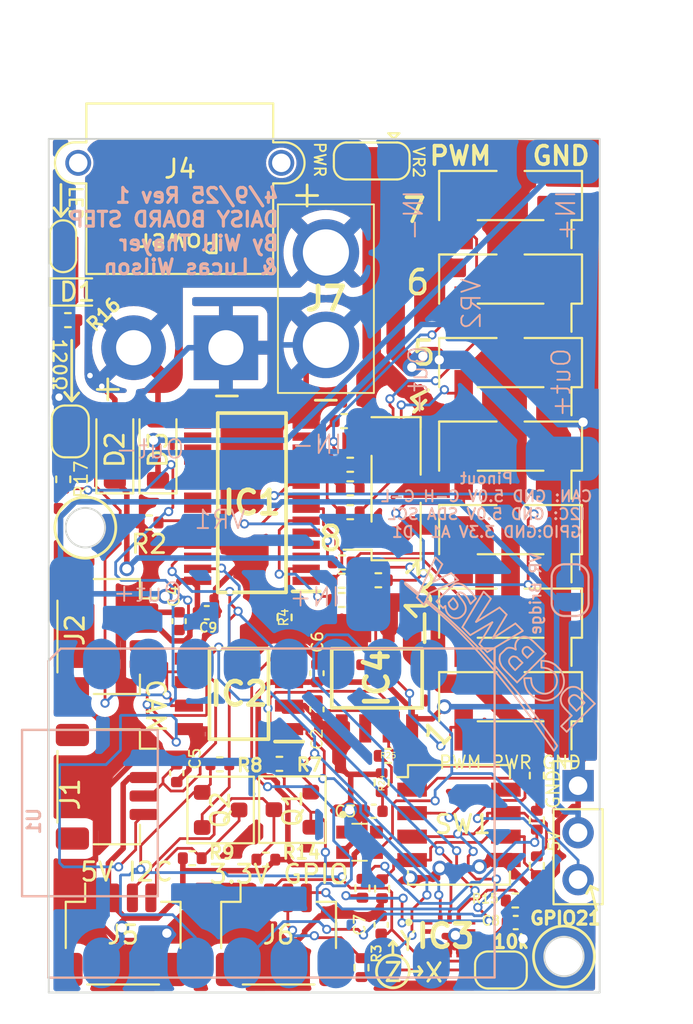
<source format=kicad_pcb>
(kicad_pcb (version 20240108) (generator "pcbnew") (generator_version "8.0")
  (title_block (comment 4 "AISLER Project ID: ODDNKXGM"))
  (layers (0 "F.Cu" signal) (31 "B.Cu" signal) (34 "B.Paste" user) (35 "F.Paste" user) (36 "B.SilkS" user "B.Silkscreen") (37 "F.SilkS" user "F.Silkscreen") (38 "B.Mask" user) (39 "F.Mask" user) (44 "Edge.Cuts" user))
  (net 0 "")
  (net 1 "GND")
  (net 2 "+24V")
  (net 3 "+5V")
  (net 4 "CANH")
  (net 5 "CANL")
  (net 6 "CANTX")
  (net 7 "+3.3V")
  (net 8 "CANRX")
  (net 9 "Net-(R1-Pad1)")
  (net 10 "DipV")
  (net 11 "Net-(R10-Pad1)")
  (net 12 "Net-(R11-Pad1)")
  (net 13 "GPIO_1")
  (net 14 "GPIO_A")
  (net 15 "SDA")
  (net 16 "SCL")
  (net 17 "GPIO_2")
  (net 18 "/SCL5")
  (net 19 "/SDA5")
  (net 22 "Net-(IC3-CS)")
  (net 28 "Net-(D1-K)")
  (net 29 "Net-(JP1-A)")
  (net 31 "Net-(D2-K)")
  (net 32 "Net-(JP2-A)")
  (net 33 "Net-(JP4-B)")
  (net 34 "LED5")
  (net 36 "LED0")
  (net 37 "LED2")
  (net 39 "LED1")
  (net 41 "LED4")
  (net 43 "Net-(IC1-~{OE})")
  (net 45 "Net-(IC1-A1)")
  (net 46 "LED6")
  (net 48 "LED3")
  (net 54 "LED7")
  (net 57 "Net-(J3-Pin_3)")
  (net 58 "ServoPower")
  (net 64 "Net-(J9-Pin_3)")
  (net 65 "Net-(J10-Pin_3)")
  (net 66 "Net-(J11-Pin_3)")
  (net 67 "Net-(J12-Pin_3)")
  (net 68 "Net-(J13-Pin_3)")
  (net 69 "Net-(J14-Pin_3)")
  (net 70 "Net-(J15-Pin_3)")
  (net 71 "Net-(D3-K)")
  (net 72 "Net-(JP3-A)")
  (net 73 "Net-(IC4-FILTER)")
  (net 74 "ServoGND")
  (net 75 "Net-(IC4-VIOUT)")
  (net 76 "Current Sense")
  (footprint "Library:Xt30 Horizontal" (layer "F.Cu") (at 86.916 65.626)
    (property "Reference" "J4")
    (property "Value" "XT30PB")
  )
  (footprint "Resistor_SMD:R_0402_1005Metric" (layer "F.Cu") (at 103.759 88.771 -90)
    (property "Reference" "R13" (hide yes))
    (property "Value" "10k")
  )
  (footprint "Resistor_SMD:R_0402_1005Metric" (layer "F.Cu") (at 93.3176 69.596 180)
    (property "Reference" "R23" (hide yes))
    (property "Value" "220")
  )
  (footprint "SamacSys_Parts:SOP65P640X110-28N" (layer "F.Cu") (at 88.3242 74.0104 180)
    (property "Reference" "IC1")
    (property "Value" "PCA9685PW" (hide yes))
  )
  (footprint "Connector_JST:JST_SH_SM04B-SRSS-TB_1x04-1MP_P1.00mm_Horizontal" (layer "F.Cu") (at 81.3502 97.3882)
    (property "Reference" "J5")
    (property "Value" "SM04B-SRSS-TB")
  )
  (footprint "Resistor_SMD:R_0402_1005Metric" (layer "F.Cu") (at 85.092 93.2434 180)
    (property "Reference" "R9")
    (property "Value" "10k")
  )
  (footprint "Resistor_SMD:R_0402_1005Metric" (layer "F.Cu") (at 103.759 93.6518 90)
    (property "Reference" "R11" (hide yes))
    (property "Value" "4.7k")
  )
  (footprint "Connector_PinHeader_2.54mm:PinHeader_1x03_P2.54mm_Vertical" (layer "F.Cu") (at 105.9942 89.3214)
    (property "Reference" "J8" (hide yes))
    (property "Value" "Conn_01x03_Pin")
  )
  (footprint "PCM_Package_TO_SOT_SMD_AKL:SOT-23" (layer "F.Cu") (at 86.63 90.6322)
    (property "Reference" "Q2")
    (property "Value" "BSS138" (hide yes))
  )
  (footprint "Resistor_SMD:R_0402_1005Metric" (layer "F.Cu") (at 95.3516 89.156 90)
    (property "Reference" "R24")
    (property "Value" "22k")
  )
  (footprint "CutomParts:Jumper Connected 2 Pin Small" (layer "F.Cu") (at 78.105 60.198 -90)
    (property "Reference" "JP2" (hide yes))
    (property "Value" "SolderJumper_2_Open")
  )
  (footprint "Resistor_SMD:R_0402_1005Metric" (layer "F.Cu") (at 78.105 72.7456 90)
    (property "Reference" "R17")
    (property "Value" "120")
  )
  (footprint "Resistor_SMD:R_0402_1005Metric" (layer "F.Cu") (at 93.6498 71.9582 180)
    (property "Reference" "R22" (hide yes))
    (property "Value" "220")
  )
  (footprint "Resistor_SMD:R_0402_1005Metric" (layer "F.Cu") (at 90.0938 80.2152 -90)
    (property "Reference" "R4")
    (property "Value" "10k")
  )
  (footprint "SamacSys_Parts:LSM6DS3USTR" (layer "F.Cu") (at 99.0266 97.4574)
    (property "Reference" "IC3")
    (property "Value" "LSM6DS3TR-C" (hide yes))
  )
  (footprint "Resistor_SMD:R_0402_1005Metric" (layer "F.Cu") (at 89.0798 93.3196)
    (property "Reference" "R14")
    (property "Value" "10k")
  )
  (footprint "Connector_JST:JST_SH_SM04B-SRSS-TB_1x04-1MP_P1.00mm_Horizontal" (layer "F.Cu") (at 80.4738 81.25 -90)
    (property "Reference" "J2")
    (property "Value" "SM04B-SRSS-TB")
  )
  (footprint "Resistor_SMD:R_0402_1005Metric" (layer "F.Cu") (at 78.357 64.135 180)
    (property "Reference" "R16")
    (property "Value" "1.5k")
  )
  (footprint "Connector_PinHeader_2.54mm:PinHeader_1x03_P2.54mm_Vertical_SMD_Pin1Right" (layer "F.Cu") (at 102.3366 57.3935 -90)
    (property "Reference" "J14" (hide yes))
    (property "Value" "X6511WVS-03H-C60D48R2")
  )
  (footprint "Connector_PinHeader_2.54mm:PinHeader_1x03_P2.54mm_Vertical_SMD_Pin1Right" (layer "F.Cu") (at 102.3366 79.9871 -90)
    (property "Reference" "J9" (hide yes))
    (property "Value" "X6511WVS-03H-C60D48R2")
  )
  (footprint "Resistor_SMD:R_0402_1005Metric" (layer "F.Cu") (at 93.1926 79.2734 180)
    (property "Reference" "R5" (hide yes))
    (property "Value" "220")
  )
  (footprint "Capacitor_SMD:C_0402_1005Metric" (layer "F.Cu") (at 85.8774 79.9592)
    (property "Reference" "C9")
    (property "Value" "100nF 50V")
  )
  (footprint "LED_SMD:LED_0603_1608Metric" (layer "F.Cu") (at 78.8671 62.611)
    (property "Reference" "D1")
    (property "Value" "KT-0603R")
  )
  (footprint "Resistor_SMD:R_0402_1005Metric" (layer "F.Cu") (at 93.6498 73.2352 180)
    (property "Reference" "R21" (hide yes))
    (property "Value" "220")
  )
  (footprint "JST_Sorted:XT30PB" (layer "F.Cu") (at 92.3326 65.4744 180)
    (property "Reference" "J7")
    (property "Value" "XT30PB" (hide yes))
  )
  (footprint "Resistor_SMD:R_0402_1005Metric" (layer "F.Cu") (at 103.759 91.186 90)
    (property "Reference" "R1" (hide yes))
    (property "Value" "22k")
  )
  (footprint "Resistor_SMD:R_0402_1005Metric" (layer "F.Cu") (at 86.5866 88.1634 180)
    (property "Reference" "R8")
    (property "Value" "10k")
  )
  (footprint "Resistor_SMD:R_0402_1005Metric" (layer "F.Cu") (at 95.7052 87.7062)
    (property "Reference" "R25")
    (property "Value" "2.2k")
  )
  (footprint "PCM_Package_TO_SOT_SMD_AKL:SOT-23" (layer "F.Cu") (at 90.5162 90.617 180)
    (property "Reference" "Q1")
    (property "Value" "BSS138" (hide yes))
  )
  (footprint "SamacSys_Parts:SOIC127P600X175-8N" (layer "F.Cu") (at 87.6242 84.3534 180)
    (property "Reference" "IC2")
    (property "Value" "TJA1050T_CM" (hide yes))
  )
  (footprint "Diode_SMD:D_SOD-123" (layer "F.Cu") (at 83.2358 71.1454 90)
    (property "Reference" "D3")
    (property "Value" "SS34")
  )
  (footprint "Capacitor_SMD:C_0402_1005Metric" (layer "F.Cu") (at 95.3262 96.8502 90)
    (property "Reference" "C7")
    (property "Value" "100nF 50V")
  )
  (footprint "Resistor_SMD:R_0402_1005Metric" (layer "F.Cu") (at 95.1738 78.2066 180)
    (property "Reference" "R19" (hide yes))
    (property "Value" "220")
  )
  (footprint "Capacitor_SMD:C_0402_1005Metric" (layer "F.Cu") (at 102.616 96.7232)
    (property "Reference" "C8")
    (property "Value" "100nF 50V")
  )
  (footprint "Resistor_SMD:R_0402_1005Metric" (layer "F.Cu") (at 82.7532 75.0824 180)
    (property "Reference" "R2")
    (property "Value" "10k")
  )
  (footprint "Resistor_SMD:R_0402_1005Metric" (layer "F.Cu") (at 93.1946 78.232 180)
    (property "Reference" "R6" (hide yes))
    (property "Value" "220")
  )
  (footprint "Resistor_SMD:R_0402_1005Metric" (layer "F.Cu") (at 93.6498 74.5236 180)
    (property "Reference" "R20" (hide yes))
    (property "Value" "220")
  )
  (footprint "Resistor_SMD:R_0402_1005Metric" (layer "F.Cu") (at 94.2594 99.1616 90)
    (property "Reference" "R3")
    (property "Value" "10k 1%")
  )
  (footprint "Capacitor_SMD:C_0402_1005Metric" (layer "F.Cu") (at 91.8464 85.189 -90)
    (property "Reference" "C2")
    (property "Value" "100nF 50V")
  )
  (footprint "Resistor_SMD:R_0402_1005Metric" (layer "F.Cu") (at 95.377 94.8944 90)
    (property "Reference" "R12" (hide yes))
    (property "Value" "2.2k")
  )
  (footprint "SamacSys_Parts:SOIC127P600X175-8N" (layer "F.Cu") (at 95.0976 83.5094 -90)
    (property "Reference" "IC4")
    (property "Value" "ACS712ELCTR-05B-T" (hide yes))
  )
  (footprint "Resistor_SMD:R_0402_1005Metric" (layer "F.Cu") (at 93.216 77.2414 180)
    (property "Reference" "R18" (hide yes))
    (property "Value" "220")
  )
  (footprint "Jumper:SolderJumper-2_P1.3mm_Open_RoundedPad1.0x1.5mm" (layer "F.Cu") (at 78.486 70.1548 90)
    (property "Reference" "JP1" (hide yes))
    (property "Value" "SolderJumper_2_Open")
  )
  (footprint "Connector_PinHeader_2.54mm:PinHeader_1x03_P2.54mm_Vertical_SMD_Pin1Right" (layer "F.Cu") (at 102.3366 75.4684 -90)
    (property "Reference" "J10" (hide yes))
    (property "Value" "X6511WVS-03H-C60D48R2")
  )
  (footprint "Capacitor_SMD:C_0402_1005Metric" (layer "F.Cu") (at 94.9198 90.7034 180)
    (property "Reference" "C3")
    (property "Value" "100nF 50V")
  )
  (footprint "Resistor_SMD:R_0402_1005Metric" (layer "F.Cu") (at 89.8144 88.138 180)
    (property "Reference" "R7")
    (property "Value" "10k")
  )
  (footprint "Capacitor_SMD:C_0402_1005Metric" (layer "F.Cu") (at 84.3788 80.419 -90)
    (property "Reference" "C4")
    (property "Value" "30pF")
  )
  (footprint "Capacitor_SMD:C_0402_1005Metric" (layer "F.Cu") (at 91.8464 83.2358 90)
    (property "Reference" "C6")
    (property "Value" "100nF 50V")
  )
  (footprint "Connector_JST:JST_SH_SM04B-SRSS-TB_1x04-1MP_P1.00mm_Horizontal" (layer "F.Cu") (at 80.4738 89.378 -90)
    (property "Reference" "J1")
    (property "Value" "SM04B-SRSS-TB")
  )
  (footprint "Resistor_SMD:R_0402_1005Metric" (layer "F.Cu") (at 102.5906 95.5294 180)
    (property "Reference" "R15")
    (property "Value" "10k")
  )
  (footprint "Connector_PinHeader_2.54mm:PinHeader_1x03_P2.54mm_Vertical_SMD_Pin1Right" (layer "F.Cu") (at 102.3366 70.9497 -90)
    (property "Reference" "J11" (hide yes))
    (property "Value" "X6511WVS-03H-C60D48R2")
  )
  (footprint "Capacitor_SMD:C_0402_1005Metric" (layer "F.Cu") (at 84.2518 88.6434 -90)
    (property "Reference" "C5")
    (property "Value" "30pF")
  )
  (footprint "Connector_PinHeader_2.54mm:PinHeader_1x03_P2.54mm_Vertical_SMD_Pin1Right" (layer "F.Cu") (at 102.3366 84.5058 -90)
    (property "Reference" "J3" (hide yes))
    (property "Value" "X6511WVS-03H-C60D48R2")
  )
  (footprint "Connector_JST:JST_SH_SM04B-SRSS-TB_1x04-1MP_P1.00mm_Horizontal" (layer "F.Cu") (at 89.7696 97.3882)
    (property "Reference" "J6")
    (property "Value" "SM04B-SRSS-TB")
  )
  (footprint "Resistor_SMD:R_0402_1005Metric" (layer "F.Cu") (at 94.3102 94.869 90)
    (property "Reference" "R10" (hide yes))
    (property "Value" "10k")
  )
  (footprint "Jumper:SolderJumper-2_P1.3mm_Open_RoundedPad1.0x1.5mm" (layer "F.Cu") (at 101.8136 99.2886 180)
    (property "Reference" "JP4" (hide yes))
    (property "Value" "SolderJumper_2_Open")
  )
  (footprint "Button_Switch_SMD:SW_DIP_SPSTx04_Slide_Copal_CHS-04A_W5.08mm_P1.27mm_JPin" (layer "F.Cu") (at 99.5426 91.44)
    (property "Reference" "SW1")
    (property "Value" "DSHP04TJGER")
  )
  (footprint "Jumper:SolderJumper-3_P1.3mm_Bridged2Bar12_RoundedPad1.0x1.5mm" (layer "F.Cu") (at 94.8136 55.5244 180)
    (property "Reference" "JP3" (hide yes))
    (property "Value" "SolderJumper_3_Bridged12")
  )
  (footprint "Connector_PinHeader_2.54mm:PinHeader_1x03_P2.54mm_Vertical_SMD_Pin1Right" (layer "F.Cu") (at 96.135 73.2536 180)
    (property "Reference" "J15" (hide yes))
    (property "Value" "X6511WVS-03H-C60D48R2")
  )
  (footprint "SamacSys_Parts:WS2812C2020" (layer "F.Cu") (at 94.1572 92.3798 180)
    (property "Reference" "LED1" (hide yes))
    (property "Value" "WS2812C-2020" (hide yes))
  )
  (footprint "Connector_PinHeader_2.54mm:PinHeader_1x03_P2.54mm_Vertical_SMD_Pin1Right" (layer "F.Cu") (at 102.3366 61.9122 -90)
    (property "Reference" "J13" (hide yes))
    (property "Value" "X6511WVS-03H-C60D48R2")
  )
  (footprint "Diode_SMD:D_SOD-123" (layer "F.Cu") (at 80.899 71.1454 90)
    (property "Reference" "D2")
    (property "Value" "SS34")
  )
  (footprint "Connector_PinHeader_2.54mm:PinHeader_1x03_P2.54mm_Vertical_SMD_Pin1Right" (layer "F.Cu") (at 102.3366 66.4309 -90)
    (property "Reference" "J12" (hide yes))
    (property "Value" "X6511WVS-03H-C60D48R2")
  )
  (footprint "Jumper:SolderJumper-2_P1.3mm_Open_RoundedPad1.0x1.5mm" (layer "B.Cu") (at 105.5624 78.74 -90)
    (property "Reference" "JP5" (hide yes))
    (property "Value" "SolderJumper_2_Open")
  )
  (footprint "Library:EY9 reg board" (layer "B.Cu") (at 86.9442 74.4949 180)
    (property "Reference" "VR1")
    (property "Value" "~")
  )
  (footprint "Library:EY9 reg board" (layer "B.Cu") (at 100.711 63.246 -90)
    (property "Reference" "VR2")
    (property "Value" "~")
  )
  (footprint "Arduino:ESP32-C3 16 Pin Super Mini" (layer "B.Cu") (at 98.2964 81.9039 -90)
    (property "Reference" "U1")
    (property "Value" "MOUDLE-SEEEDUINO-XIAO-ESP32C3")
  )
  (gr_line (start 104.928935 82.945121) (end 104.878945 82.896178) (stroke (width 0.1)) (layer "B.SilkS"))
  (gr_line (start 101.985954 80.947514) (end 101.750619 81.102136) (stroke (width 0.1)) (layer "B.SilkS"))
  (gr_arc (start 98.832382 79.801286) (mid 98.824107 79.767797) (end 98.817515 79.733936) (stroke (width 0.1)) (layer "B.SilkS"))
  (gr_line (start 104.720217 86.952021) (end 104.651424 86.852301) (stroke (width 0.1)) (layer "B.SilkS"))
  (gr_line (start 97.800565 77.972494) (end 97.367534 78.911473) (stroke (width 0.1)) (layer "B.SilkS"))
  (gr_line (start 97.850079 79.08214) (end 97.896931 78.977171) (stroke (width 0.1)) (layer "B.SilkS"))
  (gr_line (start 104.141577 82.569591) (end 104.034904 82.563345) (stroke (width 0.1)) (layer "B.SilkS"))
  (gr_line (start 104.651424 86.852301) (end 103.792631 85.657314) (stroke (width 0.1)) (layer "B.SilkS"))
  (gr_arc (start 104.098789 84.338396) (mid 104.038003 84.3268) (end 103.978567 84.309573) (stroke (width 0.1)) (layer "B.SilkS"))
  (gr_line (start 105.226992 86.255181) (end 105.377861 86.406049) (stroke (width 0.1)) (layer "B.SilkS"))
  (gr_arc (start 104.690565 87.421416) (mid 104.688107 87.42082) (end 104.686201 87.419167) (stroke (width 0.1)) (layer "B.SilkS"))
  (gr_line (start 98.408816 79.926262) (end 98.967159 80.427402) (stroke (width 0.1)) (layer "B.SilkS"))
  (gr_arc (start 103.055486 81.885687) (mid 103.083073 81.861428) (end 103.113676 81.841107) (stroke (width 0.1)) (layer "B.SilkS"))
  (gr_arc (start 105.510844 84.818332) (mid 105.50036 84.784712) (end 105.49371 84.750128) (stroke (width 0.1)) (layer "B.SilkS"))
  (gr_line (start 103.279658 84.215506) (end 103.314174 84.257864) (stroke (width 0.1)) (layer "B.SilkS"))
  (gr_line (start 96.750623 78.52812) (end 97.051381 78.782893) (stroke (width 0.1)) (layer "B.SilkS"))
  (gr_line (start 100.512727 79.425434) (end 100.29403 79.791983) (stroke (width 0.1)) (layer "B.SilkS"))
  (gr_line (start 97.310996 79.033952) (end 97.301563 79.055357) (stroke (width 0.1)) (layer "B.SilkS"))
  (gr_line (start 105.729863 85.087771) (end 105.613281 84.964296) (stroke (width 0.1)) (layer "B.SilkS"))
  (gr_line (start 101.073261 82.094267) (end 102.027522 81.525475) (stroke (width 0.1)) (layer "B.SilkS"))
  (gr_line (start 100.474941 80.436699) (end 100.578772 80.274829) (stroke (width 0.1)) (layer "B.SilkS"))
  (gr_line (start 106.278162 84.264387) (end 106.17387 84.170838) (stroke (width 0.1)) (layer "B.SilkS"))
  (gr_arc (start 100.865393 78.836695) (mid 100.868296 78.832469) (end 100.871654 78.828594) (stroke (width 0.1)) (layer "B.SilkS"))
  (gr_line (start 101.202857 79.307608) (end 101.229694 79.265661) (stroke (width 0.1)) (layer "B.SilkS"))
  (gr_line (start 102.027522 81.525475) (end 102.394053 81.306745) (stroke (width 0.1)) (layer "B.SilkS"))
  (gr_arc (start 102.263374 82.520593) (mid 102.287186 82.471722) (end 102.319104 82.427716) (stroke (width 0.1)) (layer "B.SilkS"))
  (gr_line (start 100.578772 80.274829) (end 100.695955 80.092634) (stroke (width 0.1)) (layer "B.SilkS"))
  (gr_arc (start 98.990593 79.489413) (mid 98.987016 79.474052) (end 98.984414 79.458496) (stroke (width 0.1)) (layer "B.SilkS"))
  (gr_line (start 101.170194 80.579377) (end 101.343904 80.478882) (stroke (width 0.1)) (layer "B.SilkS"))
  (gr_arc (start 99.272298 78.435342) (mid 99.312795 78.415071) (end 99.355397 78.39971) (stroke (width 0.1)) (layer "B.SilkS"))
  (gr_line (start 99.27069 78.298125) (end 99.48897 78.19875) (stroke (width 0.1)) (layer "B.SilkS"))
  (gr_arc (start 99.855642 79.966604) (mid 99.834592 80.00066) (end 99.81045 80.032598) (stroke (width 0.1)) (layer "B.SilkS"))
  (gr_arc (start 104.859034 87.169077) (mid 104.858457 87.173604) (end 104.856543 87.177744) (stroke (width 0.1)) (layer "B.SilkS"))
  (gr_line (start 99.376843 78.077716) (end 99.304279 78.004785) (stroke (width 0.1)) (layer "B.SilkS"))
  (gr_line (start 101.763006 82.642376) (end 101.788198 82.712932) (stroke (width 0.1)) (layer "B.SilkS"))
  (gr_line (start 101.636415 83.301709) (end 102.588271 84.492759) (stroke (width 0.1)) (layer "B.SilkS"))
  (gr_line (start 98.759698 78.914433) (end 98.322971 79.35116) (stroke (width 0.1)) (layer "B.SilkS"))
  (gr_line (start 101.246091 80.655227) (end 101.132681 80.84676) (stroke (width 0.1)) (layer "B.SilkS"))
  (gr_line (start 104.600346 87.297639) (end 104.645745 87.362449) (stroke (width 0.1)) (layer "B.SilkS"))
  (gr_line (start 104.645745 87.362449) (end 104.686201 87.419167) (stroke (width 0.1)) (layer "B.SilkS"))
  (gr_line (start 103.459514 81.962782) (end 103.576342 82.072257) (stroke (width 0.1)) (layer "B.SilkS"))
  (gr_arc (start 105.059223 84.733253) (mid 105.053983 84.662747) (end 105.057304 84.592124) (stroke (width 0.1)) (layer "B.SilkS"))
  (gr_arc (start 105.154063 84.323448) (mid 105.182662 84.282472) (end 105.214491 84.243951) (stroke (width 0.1)) (layer "B.SilkS"))
  (gr_line (start 105.50069 84.021083) (end 105.49245 84.024874) (stroke (width 0.1)) (layer "B.SilkS"))
  (gr_line (start 102.59347 82.342892) (end 102.66794 82.367051) (stroke (width 0.1)) (layer "B.SilkS"))
  (gr_arc (start 102.624506 81.589508) (mid 102.644057 81.544181) (end 102.668703 81.50141) (stroke (width 0.1)) (layer "B.SilkS"))
  (gr_arc (start 99.042036 79.624702) (mid 99.033891 79.611873) (end 99.026858 79.598402) (stroke (width 0.1)) (layer "B.SilkS"))
  (gr_line (start 103.366579 81.879947) (end 103.412184 81.91949) (stroke (width 0.1)) (layer "B.SilkS"))
  (gr_line (start 103.136658 82.296953) (end 103.078361 82.237513) (stroke (width 0.1)) (layer "B.SilkS"))
  (gr_line (start 102.823853 82.517942) (end 102.979765 82.668833) (stroke (width 0.1)) (layer "B.SilkS"))
  (gr_line (start 103.54311 81.493222) (end 103.46372 81.425033) (stroke (width 0.1)) (layer "B.SilkS"))
  (gr_line (start 100.155429 81.410545) (end 99.710514 80.969009) (stroke (width 0.1)) (layer "B.SilkS"))
  (gr_line (start 102.704161 81.121116) (end 102.982707 80.954037) (stroke (width 0.1)) (layer "B.SilkS"))
  (gr_line (start 99.444282 78.941085) (end 99.478148 78.911415) (stroke (width 0.1)) (layer "B.SilkS"))
  (gr_arc (start 104.405213 83.004959) (mid 104.469935 83.036229) (end 104.531057 83.074055) (stroke (width 0.1)) (layer "B.SilkS"))
  (gr_line (start 104.755962 82.784081) (end 104.723014 82.758865) (stroke (width 0.1)) (layer "B.SilkS"))
  (gr_arc (start 98.25629 76.981941) (mid 98.260899 76.977744) (end 98.267113 76.978314) (stroke (width 0.1)) (layer "B.SilkS"))
  (gr_line (start 98.28861 78.006603) (end 98.440835 77.712223) (stroke (width 0.1)) (layer "B.SilkS"))
  (gr_arc (start 100.155271 79.455002) (mid 100.148997 79.44568) (end 100.143432 79.435919) (stroke (width 0.1)) (layer "B.SilkS"))
  (gr_line (start 106.123103 85.057332) (end 105.908057 85.272378) (stroke (width 0.1)) (layer "B.SilkS"))
  (gr_arc (start 99.852943 78.998899) (mid 99.903517 79.046931) (end 99.950192 79.09876) (stroke (width 0.1)) (layer "B.SilkS"))
  (gr_line (start 104.011073 82.930289) (end 104.088227 82.936065) (stroke (width 0.1)) (layer "B.SilkS"))
  (gr_arc (start 103.814846 84.236817) (mid 103.781976 84.214684) (end 103.750857 84.19015) (stroke (width 0.1)) (layer "B.SilkS"))
  (gr_arc (start 106.33162 84.817135) (mid 106.336458 84.82426) (end 106.33815 84.832708) (stroke (width 0.1)) (layer "B.SilkS"))
  (gr_arc (start 99.193114 78.491572) (mid 99.23138 78.461589) (end 99.272298 78.435342) (stroke (width 0.1)) (layer "B.SilkS"))
  (gr_line (start 101.940397 82.063375) (end 101.778575 82.224841) (stroke (width 0.1)) (layer "B.SilkS"))
  (gr_arc (start 102.964003 81.272762) (mid 103.007549 81.26307) (end 103.052005 81.259333) (stroke (width 0.1)) (layer "B.SilkS"))
  (gr_arc (start 99.515076 78.381294) (mid 99.543734 78.384757) (end 99.572178 78.389676) (stroke (width 0.1)) (layer "B.SilkS"))
  (gr_line (start 99.426515 80.69743) (end 99.078916 80.378623) (stroke (width 0.1)) (layer "B.SilkS"))
  (gr_line (start 100.11341 79.378219) (end 100.130134 79.411284) (stroke (width 0.1)) (layer "B.SilkS"))
  (gr_line (start 104.00442 82.630826) (end 104.004096 82.689098) (stroke (width 0.1)) (layer "B.SilkS"))
  (gr_arc (start 100.001809 79.167956) (mid 100.026585 79.207167) (end 100.049439 79.247529) (stroke (width 0.1)) (layer "B.SilkS"))
  (gr_line (start 102.602372 81.948544) (end 102.587375 81.941501) (stroke (width 0.1)) (layer "B.SilkS"))
  (gr_arc (start 97.650468 79.534763) (mid 97.649963 79.535518) (end 97.649386 79.536219) (stroke (width 0.1)) (layer "B.SilkS"))
  (gr_line (start 103.736331 84.17671) (end 103.679619 84.124241) (stroke (width 0.1)) (layer "B.SilkS"))
  (gr_arc (start 99.411898 78.386067) (mid 99.437536 78.382144) (end 99.463386 78.380038) (stroke (width 0.1)) (layer "B.SilkS"))
  (gr_line (start 98.145377 78.286252) (end 98.28861 78.006603) (stroke (width 0.1)) (layer "B.SilkS"))
  (gr_line (start 97.290366 79.080158) (end 97.261154 79.144261) (stroke (width 0.1)) (layer "B.SilkS"))
  (gr_line (start 106.331639 84.817116) (end 106.33162 84.817135) (stroke (width 0.1)) (layer "B.SilkS"))
  (gr_arc (start 99.769129 78.929286) (mid 99.797502 78.950102) (end 99.824608 78.972543) (stroke (width 0.1)) (layer "B.SilkS"))
  (gr_line (start 101.750619 81.102136) (end 101.551033 81.232324) (stroke (width 0.1)) (layer "B.SilkS"))
  (gr_line (start 100.997276 81.073588) (end 100.64347 81.664474) (stroke (width 0.1)) (layer "B.SilkS"))
  (gr_arc (start 104.757311 84.003145) (mid 104.732508 84.040519) (end 104.704109 84.075239) (stroke (width 0.1)) (layer "B.SilkS"))
  (gr_arc (start 103.617211 84.547511) (mid 103.581386 84.521442) (end 103.548128 84.492167) (stroke (width 0.1)) (layer "B.SilkS"))
  (gr_line (start 102.66794 82.367051) (end 102.823853 82.517942) (stroke (width 0.1)) (layer "B.SilkS"))
  (gr_line (start 102.901919 80.843049) (end 102.799094 80.741439) (stroke (width 0.1)) (layer "B.SilkS"))
  (gr_line (start 98.805602 79.620957) (end 98.807827 79.641945) (stroke (width 0.1)) (layer "B.SilkS"))
  (gr_arc (start 105.493751 84.681229) (mid 105.495851 84.660088) (end 105.499819 84.639216) (stroke (width 0.1)) (layer "B.SilkS"))
  (gr_arc (start 99.796481 78.481319) (mid 99.887629 78.5449) (end 99.97185 78.617409) (stroke (width 0.1)) (layer "B.SilkS"))
  (gr_line (start 104.833009 87.115317) (end 104.781287 87.040471) (stroke (width 0.1)) (layer "B.SilkS"))
  (gr_line (start 103.691441 81.633031) (end 103.54311 81.493222) (stroke (width 0.1)) (layer "B.SilkS"))
  (gr_line (start 101.471932 81.16204) (end 101.594426 80.95466) (stroke (width 0.1)) (layer "B.SilkS"))
  (gr_arc (start 99.685181 78.423994) (mid 99.742018 78.450353) (end 99.796481 78.481319) (stroke (width 0.1)) (layer "B.SilkS"))
  (gr_line (start 105.491878 84.72533) (end 105.492501 84.695228) (stroke (width 0.1)) (layer "B.SilkS"))
  (gr_arc (start 102.986971 82.005356) (mid 102.996204 81.973547) (end 103.010619 81.943725) (stroke (width 0.1)) (layer "B.SilkS"))
  (gr_line (start 103.438637 84.386775) (end 103.525564 84.471923) (stroke (width 0.1)) (layer "B.SilkS"))
  (gr_line (start 100.162477 78.798525) (end 100.108442 78.743585) (stroke (width 0.1)) (layer "B.SilkS"))
  (gr_line (start 101.736169 79.682334) (end 101.113906 80.065859) (stroke (width 0.1)) (layer "B.SilkS"))
  (gr_arc (start 105.094561 84.874559) (mid 105.072982 84.804884) (end 105.059223 84.733253) (stroke (width 0.1)) (layer "B.SilkS"))
  (gr_line (start 105.009979 83.027467) (end 104.973432 82.989827) (stroke (width 0.1)) (layer "B.SilkS"))
  (gr_arc (start 105.571079 83.994136) (mid 105.584095 83.990101) (end 105.597289 83.986695) (stroke (width 0.1)) (layer "B.SilkS"))
  (gr_line (start 98.80325 79.603358) (end 98.805602 79.620957) (stroke (width 0.1)) (layer "B.SilkS"))
  (gr_arc (start 104.787467 83.362908) (mid 104.803537 83.400476) (end 104.81764 83.438825) (stroke (width 0.1)) (layer "B.SilkS"))
  (gr_line (start 100.315525 79.341446) (end 100.456127 79.200845) (stroke (width 0.1)) (layer "B.SilkS"))
  (gr_line (start 102.587375 81.941501) (end 102.570394 81.932276) (stroke (width 0.1)) (layer "B.SilkS"))
  (gr_line (start 99.250722 79.188527) (end 99.26316 79.202679) (stroke (width 0.1)) (layer "B.SilkS"))
  (gr_line (start 100.130134 79.411284) (end 100.143432 79.435919) (stroke (width 0.1)) (layer "B.SilkS"))
  (gr_line (start 103.548128 84.492167) (end 103.574499 84.515825) (stroke (width 0.1)) (layer "B.SilkS"))
  (gr_line (start 105.377861 86.406049) (end 106.139386 85.644523) (stroke (width 0.1)) (layer "B.SilkS"))
  (gr_arc (start 103.022557 82.168949) (mid 103.013282 82.153075) (end 103.005095 82.136612) (stroke (width 0.1)) (layer "B.SilkS"))
  (gr_line (start 99.491554 78.195072) (end 99.437517 78.139522) (stroke (width 0.1)) (layer "B.SilkS"))
  (gr_line (start 98.635363 78.054365) (end 98.451042 78.145973) (stroke (width 0.1)) (layer "B.SilkS"))
  (gr_arc (start 104.818594 83.869494) (mid 104.791501 83.937947) (end 104.757311 84.003145) (stroke (width 0.1)) (layer "B.SilkS"))
  (gr_line (start 98.743523 78.537541) (end 99.029508 78.407782) (stroke (width 0.1)) (layer "B.SilkS"))
  (gr_arc (start 105.49371 84.750128) (mid 105.492425 84.737756) (end 105.491878 84.72533) (stroke (width 0.1)) (layer "B.SilkS"))
  (gr_arc (start 105.74883 83.974336) (mid 105.789823 83.976035) (end 105.830699 83.979558) (stroke (width 0.1)) (layer "B.SilkS"))
  (gr_line (start 99.710514 80.969009) (end 99.426515 80.69743) (stroke (width 0.1)) (layer "B.SilkS"))
  (gr_line (start 96.675455 78.461192) (end 96.750623 78.52812) (stroke (width 0.1)) (layer "B.SilkS"))
  (gr_arc (start 99.909842 79.782519) (mid 99.903583 79.83101) (end 99.89235 79.878596) (stroke (width 0.1)) (layer "B.SilkS"))
  (gr_arc (start 103.087318 83.509595) (mid 103.090331 83.507504) (end 103.093897 83.506628) (stroke (width 0.1)) (layer "B.SilkS"))
  (gr_arc (start 99.81045 80.032598) (mid 99.777688 80.070024) (end 99.743114 80.105783) (stroke (width 0.1)) (layer "B.SilkS"))
  (gr_line (start 99.939775 80.960779) (end 100.154249 81.175253) (stroke (width 0.1)) (layer "B.SilkS"))
  (gr_arc (start 99.491554 78.195072) (mid 99.491834 78.196078) (end 99.491444 78.197054) (stroke (width 0.1)) (layer "B.SilkS"))
  (gr_line (start 104.781287 87.040471) (end 104.720217 86.952021) (stroke (width 0.1)) (layer "B.SilkS"))
  (gr_line (start 103.620203 84.549357) (end 103.67332 84.58212) (stroke (width 0.1)) (layer "B.SilkS"))
  (gr_line (start 102.13314 83.173414) (end 102.354073 83.396628) (stroke (width 0.1)) (layer "B.SilkS"))
  (gr_arc (start 104.696963 87.418182) (mid 104.694155 87.420568) (end 104.690565 87.421416) (stroke (width 0.1)) (layer "B.SilkS"))
  (gr_line (start 97.774004 79.254806) (end 97.850079 79.08214) (stroke (width 0.1)) (layer "B.SilkS"))
  (gr_arc (start 99.743114 80.105783) (mid 99.707153 80.139468) (end 99.669574 80.171337) (stroke (width 0.1)) (layer "B.SilkS"))
  (gr_arc (start 103.178669 81.816688) (mid 103.211746 81.812801) (end 103.245004 81.814523) (stroke (width 0.1)) (layer "B.SilkS"))
  (gr_line (start 101.267343 79.206324) (end 101.073946 79.012927) (stroke (width 0.1)) (layer "B.SilkS"))
  (gr_arc (start 99.463386 78.380038) (mid 99.489253 78.379754) (end 99.515076 78.381294) (stroke (width 0.1)) (layer "B.SilkS"))
  (gr_arc (start 98.854236 79.867888) (mid 98.842487 79.834857) (end 98.832382 79.801286) (stroke (width 0.1)) (layer "B.SilkS"))
  (gr_line (start 100.155271 79.455002) (end 100.174924 79.482047) (stroke (width 0.1)) (layer "B.SilkS"))
  (gr_line (start 106.062613 84.561275) (end 106.162246 84.651977) (stroke (width 0.1)) (layer "B.SilkS"))
  (gr_arc (start 102.619475 81.948948) (mid 102.619305 81.950969) (end 102.618256 81.952697) (stroke (width 0.1)) (layer "B.SilkS"))
  (gr_line (start 105.648985 85.53145) (end 105.362555 85.817881) (stroke (width 0.1)) (layer "B.SilkS"))
  (gr_arc (start 98.14794 78.29172) (mid 98.145313 78.289627) (end 98.145377 78.286252) (stroke (width 0.1)) (layer "B.SilkS"))
  (gr_arc (start 100.488241 80.450035) (mid 100.482634 80.453231) (end 100.476838 80.456071) (stroke (width 0.1)) (layer "B.SilkS"))
  (gr_line (start 103.410248 82.238351) (end 103.244151 82.404448) (stroke (width 0.1)) (layer "B.SilkS"))
  (gr_arc (start 99.89235 79.878596) (mid 99.876452 79.923625) (end 99.855642 79.966604) (stroke (width 0.1)) (layer "B.SilkS"))
  (gr_line (start 98.440835 77.712223) (end 98.60655 77.396859) (stroke (width 0.1)) (layer "B.SilkS"))
  (gr_arc (start 105.057304 84.592124) (mid 105.069145 84.522333) (end 105.089316 84.454479) (stroke (width 0.1)) (layer "B.SilkS"))
  (gr_arc (start 105.565257 84.530896) (mid 105.599728 84.496451) (end 105.636291 84.464235) (stroke (width 0.1)) (layer "B.SilkS"))
  (gr_arc (start 105.850506 84.423804) (mid 105.880652 84.432666) (end 105.909401 84.445349) (stroke (width 0.1)) (layer "B.SilkS"))
  (gr_arc (start 104.534234 84.230232) (mid 104.497106 84.255295) (end 104.457666 84.276533) (stroke (width 0.1)) (layer "B.SilkS"))
  (gr_arc (start 103.736331 84.17671) (mid 103.654442 84.097943) (end 103.582696 84.009837) (stroke (width 0.1)) (layer "B.SilkS"))
  (gr_line (start 100.43626 79.16683) (end 100.401396 79.111157) (stroke (width 0.1)) (layer "B.SilkS"))
  (gr_arc (start 102.59178 81.795276) (mid 102.592473 81.743016) (end 102.598181 81.691063) (stroke (width 0.1)) (layer "B.SilkS"))
  (gr_arc (start 99.403969 79.713736) (mid 99.369731 79.743235) (end 99.33128 79.766985) (stroke (width 0.1)) (layer "B.SilkS"))
  (gr_line (start 100.866834 82.137977) (end 100.596713 81.855339) (stroke (width 0.1)) (layer "B.SilkS"))
  (gr_line (start 104.005849 82.58148) (end 104.00442 82.630826) (stroke (width 0.1)) (layer "B.SilkS"))
  (gr_arc (start 99.253265 80.251123) (mid 99.195778 80.232504) (end 99.14095 80.207103) (stroke (width 0.1)) (layer "B.SilkS"))
  (gr_line (start 103.079551 83.53012) (end 103.079583 83.530118) (stroke (width 0.1)) (layer "B.SilkS"))
  (gr_line (start 102.991717 80.938612) (end 102.957119 80.900145) (stroke (width 0.1)) (layer "B.SilkS"))
  (gr_arc (start 105.214491 84.243951) (mid 105.255141 84.200839) (end 105.297862 84.159779) (stroke (width 0.1)) (layer "B.SilkS"))
  (gr_line (start 99.285043 79.229433) (end 99.310271 79.26101) (stroke (width 0.1)) (layer "B.SilkS"))
  (gr_line (start 104.004096 82.689098) (end 104.00553 82.756425) (stroke (width 0.1)) (layer "B.SilkS"))
  (gr_arc (start 98.996541 80.089133) (mid 98.961888 80.050213) (end 98.929516 80.009376) (stroke (width 0.1)) (layer "B.SilkS"))
  (gr_line (start 100.209136 78.847973) (end 100.162477 78.798525) (stroke (width 0.1)) (layer "B.SilkS"))
  (gr_arc (start 103.582696 84.009837) (mid 103.546583 83.953133) (end 103.516967 83.89278) (stroke (width 0.1)) (layer "B.SilkS"))
  (gr_arc (start 104.857489 87.158208) (mid 104.858547 87.163602) (end 104.859034 87.169077) (stroke (width 0.1)) (layer "B.SilkS"))
  (gr_line (start 106.568581 84.55079) (end 106.278162 84.264387) (stroke (width 0.1)) (layer "B.SilkS"))
  (gr_line (start 102.588271 84.492759) (end 103.54811 85.785072) (stroke (width 0.1)) (layer "B.SilkS"))
  (gr_arc (start 104.252747 82.580906) (mid 104.339109 82.596097) (end 104.423808 82.618799) (stroke (width 0.1)) (layer "B.SilkS"))
  (gr_arc (start 103.151469 81.267397) (mid 103.203436 81.27919) (end 103.254114 81.295664) (stroke (width 0.1)) (layer "B.SilkS"))
  (gr_arc (start 102.668703 81.50141) (mid 102.696768 81.46241) (end 102.72812 81.426001) (stroke (width 0.1)) (layer "B.SilkS"))
  (gr_arc (start 106.004994 84.041811) (mid 106.09328 84.101288) (end 106.17387 84.170838) (stroke (width 0.1)) (layer "B.SilkS"))
  (gr_line (start 99.078916 80.378623) (end 98.741681 80.077414) (stroke (width 0.1)) (layer "B.SilkS"))
  (gr_line (start 99.310271 79.26101) (end 99.32733 79.282869) (stroke (width 0.1)) (layer "B.SilkS"))
  (gr_line (start 100.237318 78.880838) (end 100.209136 78.847973) (stroke (width 0.1)) (layer "B.SilkS"))
  (gr_line (start 103.446214 83.498869) (end 103.270397 83.500601) (stroke (width 0.1)) (layer "B.SilkS"))
  (gr_line (start 97.319105 79.015203) (end 97.310996 79.033952) (stroke (width 0.1)) (layer "B.SilkS"))
  (gr_arc (start 104.00954 82.573006) (mid 104.021181 82.565442) (end 104.034904 82.563345) (stroke (width 0.1)) (layer "B.SilkS"))
  (gr_arc (start 104.68239 82.732991) (mid 104.720275 82.756954) (end 104.755962 82.784081) (stroke (width 0.1)) (layer "B.SilkS"))
  (gr_line (start 102.127278 80.06581) (end 101.931724 79.874072) (stroke (width 0.1)) (layer "B.SilkS"))
  (gr_arc (start 103.010619 81.943725) (mid 103.03126 81.91332) (end 103.055486 81.885687) (stroke (width 0.1)) (layer "B.SilkS"))
  (gr_line (start 101.998609 83.030617) (end 102.13314 83.173414) (stroke (width 0.1)) (layer "B.SilkS"))
  (gr_line (start 101.594426 80.95466) (end 101.741661 80.708286) (stroke (width 0.1)) (layer "B.SilkS"))
  (gr_arc (start 103.516967 83.89278) (mid 103.492855 83.826427) (end 103.475729 83.757938) (stroke (width 0.1)) (layer "B.SilkS"))
  (gr_line (start 103.452953 83.588854) (end 103.446214 83.498869) (stroke (width 0.1)) (layer "B.SilkS"))
  (gr_line (start 101.363149 81.347672) (end 101.471932 81.16204) (stroke (width 0.1)) (layer "B.SilkS"))
  (gr_arc (start 104.751854 83.29748) (mid 104.770783 83.329583) (end 104.787467 83.362908) (stroke (width 0.1)) (layer "B.SilkS"))
  (gr_line (start 98.455234 78.668295) (end 98.743523 78.537541) (stroke (width 0.1)) (layer "B.SilkS"))
  (gr_line (start 97.718744 79.382141) (end 97.730687 79.357208) (stroke (width 0.1)) (layer "B.SilkS"))
  (gr_line (start 105.571079 83.994136) (end 105.536823 84.006436) (stroke (width 0.1)) (layer "B.SilkS"))
  (gr_arc (start 103.060684 82.21762) (mid 103.040385 82.194252) (end 103.022557 82.168949) (stroke (width 0.1)) (layer "B.SilkS"))
  (gr_line (start 100.049439 79.247529) (end 100.097296 79.344149) (stroke (width 0.1)) (layer "B.SilkS"))
  (gr_line (start 101.931724 79.874072) (end 101.736169 79.682334) (stroke (width 0.1)) (layer "B.SilkS"))
  (gr_line (start 97.662194 79.508645) (end 97.675185 79.479423) (stroke (width 0.1)) (layer "B.SilkS"))
  (gr_line (start 96.986325 78.62594) (end 96.861619 78.527336) (stroke (width 0.1)) (layer "B.SilkS"))
  (gr_line (start 100.596713 81.855339) (end 100.155429 81.410545) (stroke (width 0.1)) (layer "B.SilkS"))
  (gr_line (start 104.973432 82.989827) (end 104.928935 82.945121) (stroke (width 0.1)) (layer "B.SilkS"))
  (gr_line (start 98.739655 79.652896) (end 98.762001 79.631168) (stroke (width 0.1)) (layer "B.SilkS"))
  (gr_arc (start 101.347469 80.479132) (mid 101.348185 80.480672) (end 101.347899 80.482364) (stroke (width 0.1)) (layer "B.SilkS"))
  (gr_arc (start 99.14095 80.207103) (mid 99.10486 80.1852) (end 99.071208 80.159708) (stroke (width 0.1)) (layer "B.SilkS"))
  (gr_arc (start 105.726842 84.421265) (mid 105.755687 84.417691) (end 105.784729 84.416503) (stroke (width 0.1)) (layer "B.SilkS"))
  (gr_line (start 101.551033 81.232324) (end 101.371571 81.348821) (stroke (width 0.1)) (layer "B.SilkS"))
  (gr_line (start 105.908057 85.272378) (end 105.729863 85.087771) (stroke (width 0.1)) (layer "B.SilkS"))
  (gr_line (start 98.60655 77.396859) (end 98.637628 77.338134) (stroke (width 0.1)) (layer "B.SilkS"))
  (gr_line (start 99.505475 80.945508) (end 100.058288 81.514829) (stroke (width 0.1)) (layer "B.SilkS"))
  (gr_line (start 99.073497 78.602223) (end 98.759698 78.914433) (stroke (width 0.1)) (layer "B.SilkS"))
  (gr_arc (start 100.465552 80.459215) (mid 100.464855 80.457986) (end 100.465063 80.456606) (stroke (width 0.1)) (layer "B.SilkS"))
  (gr_arc (start 97.920608 78.931018) (mid 97.9289 78.919028) (end 97.938807 78.908334) (stroke (width 0.1)) (layer "B.SilkS"))
  (gr_line (start 98.807827 79.641945) (end 98.809653 79.666047) (stroke (width 0.1)) (layer "B.SilkS"))
  (gr_line (start 97.301563 79.055357) (end 97.290366 79.080158) (stroke (width 0.1)) (layer "B.SilkS"))
  (gr_arc (start 102.991717 80.938612) (mid 102.992988 80.943272) (end 102.990949 80.947663) (stroke (width 0.1)) (layer "B.SilkS"))
  (gr_line (start 103.20248 83.50179) (end 103.144093 83.503959) (stroke (width 0.1)) (layer "B.SilkS"))
  (gr_line (start 103.079551 83.53012) (end 103.085792 83.624281) (stroke (width 0.1)) (layer "B.SilkS"))
  (gr_arc (start 102.121126 81.897266) (mid 102.139852 81.886643) (end 102.159311 81.877431) (stroke (width 0.1)) (layer "B.SilkS"))
  (gr_arc (start 97.938807 78.908334) (mid 97.950173 78.899292) (end 97.962828 78.892162) (stroke (width 0.1)) (layer "B.SilkS"))
  (gr_line (start 97.214679 78.806918) (end 96.986325 78.62594) (stroke (width 0.1)) (layer "B.SilkS"))
  (gr_line (start 106.252519 84.738435) (end 106.331639 84.817116) (stroke (width 0.1)) (layer "B.SilkS"))
  (gr_arc (start 105.613281 84.964296) (mid 105.576118 84.922643) (end 105.542346 84.878197) (stroke (width 0.1)) (layer "B.SilkS"))
  (gr_line (start 104.513443 82.650425) (end 104.429588 82.620369) (stroke (width 0.1)) (layer "B.SilkS"))
  (gr_line (start 97.690235 79.445104) (end 97.705401 79.410924) (stroke (width 0.1)) (layer "B.SilkS"))
  (gr_line (start 105.435437 85.310355) (end 105.648985 85.53145) (stroke (width 0.1)) (layer "B.SilkS"))
  (gr_line (start 103.792631 85.657314) (end 102.848232 84.439243) (stroke (width 0.1)) (layer "B.SilkS"))
  (gr_arc (start 103.351648 81.342379) (mid 103.409792 81.380847) (end 103.46372 81.425033) (stroke (width 0.1)) (layer "B.SilkS"))
  (gr_line (start 98.294512 78.222798) (end 98.15432 78.291014) (stroke (width 0.1)) (layer "B.SilkS"))
  (gr_line (start 101.745655 82.354721) (end 101.739502 82.434694) (stroke (width 0.1)) (layer "B.SilkS"))
  (gr_line (start 97.650468 79.534763) (end 97.662194 79.508645) (stroke (width 0.1)) (layer "B.SilkS"))
  (gr_line (start 97.591267 79.479747) (end 97.64781 79.536239) (stroke (width 0.1)) (layer "B.SilkS"))
  (gr_arc (start 102.159311 81.877431) (mid 102.201976 81.863291) (end 102.246414 81.856561) (stroke (width 0.1)) (layer "B.SilkS"))
  (gr_line (start 98.762001 79.631168) (end 98.781505 79.613564) (stroke (width 0.1)) (layer "B.SilkS"))
  (gr_arc (start 97.730687 79.357208) (mid 97.731512 79.356307) (end 97.732683 79.355958) (stroke (width 0.1)) (layer "B.SilkS"))
  (gr_arc (start 103.245004 81.814523) (mid 103.276978 81.821794) (end 103.307199 81.83452) (stroke (width 0.1)) (layer "B.SilkS"))
  (gr_line (start 100.865393 78.836695) (end 100.698308 79.11533) (stroke (width 0.1)) (layer "B.SilkS"))
  (gr_line (start 103.270397 83.500601) (end 103.20248 83.50179) (stroke (width 0.1)) (layer "B.SilkS"))
  (gr_line (start 97.98993 78.879606) (end 98.206531 78.7812) (stroke (width 0.1)) (layer "B.SilkS"))
  (gr_line (start 100.343659 79.026593) (end 100.283273 78.941444) (stroke (width 0.1)) (layer "B.SilkS"))
  (gr_arc (start 104.260669 82.960176) (mid 104.334033 82.979043) (end 104.405213 83.004959) (stroke (width 0.1)) (layer "B.SilkS"))
  (gr_line (start 99.193114 78.491572) (end 99.073497 78.602223) (stroke (width 0.1)) (layer "B.SilkS"))
  (gr_arc (start 99.070923 79.659007) (mid 99.055697 79.642513) (end 99.042036 79.624702) (stroke (width 0.1)) (layer "B.SilkS"))
  (gr_arc (start 103.279658 84.215506) (mid 103.264522 84.19446) (end 103.250331 84.172766) (stroke (width 0.1)) (layer "B.SilkS"))
  (gr_arc (start 99.45959 79.629498) (mid 99.435948 79.67437) (end 99.403969 79.713736) (stroke (width 0.1)) (layer "B.SilkS"))
  (gr_line (start 106.162246 84.651977) (end 106.252519 84.738435) (stroke (width 0.1)) (layer "B.SilkS"))
  (gr_line (start 101.097864 79.470343) (end 101.202857 79.307608) (stroke (width 0.1)) (layer "B.SilkS"))
  (gr_line (start 105.520791 84.012935) (end 105.50069 84.021083) (stroke (width 0.1)) (layer "B.SilkS"))
  (gr_line (start 100.401396 79.111157) (end 100.343659 79.026593) (stroke (width 0.1)) (layer "B.SilkS"))
  (gr_arc (start 103.052005 81.259333) (mid 103.101932 81.260956) (end 103.151469 81.267397) (stroke (width 0.1)) (layer "B.SilkS"))
  (gr_arc (start 105.636291 84.464235) (mid 105.657681 84.448645) (end 105.680811 84.435777) (stroke (width 0.1)) (layer "B.SilkS"))
  (gr_line (start 100.054025 78.690553) (end 99.97185 78.617409) (stroke (width 0.1)) (layer "B.SilkS"))
  (gr_arc (start 103.13454 83.91247) (mid 103.114096 83.830423) (end 103.099944 83.747059) (stroke (width 0.1)) (layer "B.SilkS"))
  (gr_arc (start 99.372968 80.267139) (mid 99.312636 80.262725) (end 99.253265 80.251123) (stroke (width 0.1)) (layer "B.SilkS"))
  (gr_line (start 102.354073 83.396628) (end 102.690969 83.733524) (stroke (width 0.1)) (layer "B.SilkS"))
  (gr_arc (start 104.531057 83.074055) (mid 104.591299 83.119942) (end 104.64721 83.171018) (stroke (width 0.1)) (layer "B.SilkS"))
  (gr_arc (start 96.640687 78.356362) (mid 96.649765 78.362307) (end 96.658507 78.368735) (stroke (width 0.1)) (layer "B.SilkS"))
  (gr_arc (start 102.598181 81.691063) (mid 102.608902 81.639653) (end 102.624506 81.589508) (stroke (width 0.1)) (layer "B.SilkS"))
  (gr_line (start 99.725301 80.746305) (end 99.939775 80.960779) (stroke (width 0.1)) (layer "B.SilkS"))
  (gr_line (start 102.612517 81.913415) (end 102.616699 81.932808) (stroke (width 0.1)) (layer "B.SilkS"))
  (gr_line (start 99.10331 79.289241) (end 99.228181 79.16437) (stroke (width 0.1)) (layer "B.SilkS"))
  (gr_arc (start 99.32733 79.282869) (mid 99.381636 79.356626) (end 99.431028 79.433759) (stroke (width 0.1)) (layer "B.SilkS"))
  (gr_arc (start 99.33128 79.766985) (mid 99.296174 79.779198) (end 99.259061 79.781311) (stroke (width 0.1)) (layer "B.SilkS"))
  (gr_arc (start 96.640827 78.421585) (mid 96.630338 78.403275) (end 96.623533 78.383298) (stroke (width 0.1)) (layer "B.SilkS"))
  (gr_arc (start 104.336599 84.322038) (mid 104.277611 84.335455) (end 104.217554 84.342723) (stroke (width 0.1)) (layer "B.SilkS"))
  (gr_line (start 100.833787 79.879133) (end 100.97378 79.662517) (stroke (width 0.1)) (layer "B.SilkS"))
  (gr_arc (start 97.649386 79.536219) (mid 97.648601 79.536521) (end 97.64781 79.536239) (stroke (width 0.1)) (layer "B.SilkS"))
  (gr_line (start 103.54811 85.785072) (end 104.54777 87.220678) (stroke (width 0.1)) (layer "B.SilkS"))
  (gr_line (start 99.437517 78.139522) (end 99.376843 78.077716) (stroke (width 0.1)) (layer "B.SilkS"))
  (gr_arc (start 100.468089 80.459748) (mid 100.466748 80.459845) (end 100.465552 80.459215) (stroke (width 0.1)) (layer "B.SilkS"))
  (gr_arc (start 99.478148 78.911415) (mid 99.498029 78.895954) (end 99.519579 78.882917) (stroke (width 0.1)) (layer "B.SilkS"))
  (gr_line (start 104.811346 82.831972) (end 104.763215 82.789632) (stroke (width 0.1)) (layer "B.SilkS"))
  (gr_line (start 104.826311 87.227146) (end 104.856543 87.177744) (stroke (width 0.1)) (layer "B.SilkS"))
  (gr_line (start 103.078361 82.237513) (end 103.060684 82.21762) (stroke (width 0.1)) (layer "B.SilkS"))
  (gr_line (start 103.914017 81.853121) (end 103.691441 81.633031) (stroke (width 0.1)) (layer "B.SilkS"))
  (gr_arc (start 104.457666 84.276533) (mid 104.39809 84.301833) (end 104.336599 84.322038) (stroke (width 0.1)) (layer "B.SilkS"))
  (gr_arc (start 100.466785 80.452588) (mid 100.470479 80.444447) (end 100.474941 80.436699) (stroke (width 0.1)) (layer "B.SilkS"))
  (gr_line (start 102.583206 83.065393) (end 102.509932 82.99139) (stroke (width 0.1)) (layer "B.SilkS"))
  (gr_line (start 102.394053 81.306745) (end 102.704161 81.121116) (stroke (width 0.1)) (layer "B.SilkS"))
  (gr_arc (start 101.371571 81.348821) (mid 101.368391 81.350263) (end 101.364939 81.350779) (stroke (width 0.1)) (layer "B.SilkS"))
  (gr_line (start 99.77964 79.370777) (end 99.690193 79.243736) (stroke (width 0.1)) (layer "B.SilkS"))
  (gr_line (start 106.900912 84.882997) (end 106.568581 84.55079) (stroke (width 0.1)) (layer "B.SilkS"))
  (gr_line (start 104.00553 82.756425) (end 104.011073 82.930289) (stroke (width 0.1)) (layer "B.SilkS"))
  (gr_arc (start 99.660836 78.875433) (mid 99.689175 78.885882) (end 99.716685 78.898353) (stroke (width 0.1)) (layer "B.SilkS"))
  (gr_arc (start 103.924876 84.288881) (mid 103.868385 84.265967) (end 103.814846 84.236817) (stroke (width 0.1)) (layer "B.SilkS"))
  (gr_line (start 102.799094 80.741439) (end 102.598072 80.544237) (stroke (width 0.1)) (layer "B.SilkS"))
  (gr_arc (start 102.319104 82.427716) (mid 102.349334 82.396158) (end 102.382548 82.367757) (stroke (width 0.1)) (layer "B.SilkS"))
  (gr_line (start 103.244151 82.404448) (end 103.136658 82.296953) (stroke (width 0.1)) (layer "B.SilkS"))
  (gr_line (start 105.362555 85.817881) (end 105.076124 86.104312) (stroke (width 0.1)) (layer "B.SilkS"))
  (gr_arc (start 101.909572 82.925998) (mid 101.877365 82.882957) (end 101.847957 82.837958) (stroke (width 0.1)) (layer "B.SilkS"))
  (gr_arc (start 104.310907 84.715007) (mid 104.201911 84.721914) (end 104.092804 84.717032) (stroke (width 0.1)) (layer "B.SilkS"))
  (gr_arc (start 105.499819 84.639216) (mid 105.504419 84.621705) (end 105.509889 84.604446) (stroke (width 0.1)) (layer "B.SilkS"))
  (gr_line (start 100.661102 82.171288) (end 101.636415 83.301709) (stroke (width 0.1)) (layer "B.SilkS"))
  (gr_arc (start 105.909401 84.445349) (mid 105.94285 84.464818) (end 105.974338 84.487322) (stroke (width 0.1)) (layer "B.SilkS"))
  (gr_arc (start 99.669574 80.171337) (mid 99.63847 80.193875) (end 99.605221 80.213107) (stroke (width 0.1)) (layer "B.SilkS"))
  (gr_line (start 98.450794 77.1513) (end 98.335078 77.036153) (stroke (width 0.1)) (layer "B.SilkS"))
  (gr_arc (start 101.748093 82.584122) (mid 101.7409 82.530961) (end 101.739763 82.477329) (stroke (width 0.1)) (layer "B.SilkS"))
  (gr_line (start 102.398483 82.871996) (end 102.376916 82.847376) (stroke (width 0.1)) (layer "B.SilkS"))
  (gr_line (start 104.59756 82.687908) (end 104.513443 82.650425) (stroke (width 0.1)) (layer "B.SilkS"))
  (gr_line (start 100.695955 80.092634) (end 100.833787 79.879133) (stroke (width 0.1)) (layer "B.SilkS"))
  (gr_line (start 106.139386 85.644523) (end 106.900912 84.882997) (stroke (width 0.1)) (layer "B.SilkS"))
  (gr_line (start 101.778575 82.224841) (end 101.758369 82.292953) (stroke (width 0.1)) (layer "B.SilkS"))
  (gr_line (start 100.476838 80.456071) (end 100.468089 80.459748) (stroke (width 0.1)) (layer "B.SilkS"))
  (gr_arc (start 98.267113 76.978314) (mid 98.282888 76.988599) (end 98.297135 77.000915) (stroke (width 0.1)) (layer "B.SilkS"))
  (gr_line (start 98.22176 79.765549) (end 98.408816 79.926262) (stroke (width 0.1)) (layer "B.SilkS"))
  (gr_line (start 106.27498 84.902642) (end 106.205545 84.974201) (stroke (width 0.1)) (layer "B.SilkS"))
  (gr_line (start 102.616699 81.932808) (end 102.619475 81.948948) (stroke (width 0.1)) (layer "B.SilkS"))
  (gr_arc (start 103.005095 82.136612) (mid 102.992902 82.103959) (end 102.985357 82.069929) (stroke (width 0.1)) (layer "B.SilkS"))
  (gr_line (start 97.154215 78.870089) (end 97.240795 78.944013) (stroke (width 0.1)) (layer "B.SilkS"))
  (gr_arc (start 105.784729 84.416503) (mid 105.817821 84.418322) (end 105.850506 84.423804) (stroke (width 0.1)) (layer "B.SilkS"))
  (gr_line (start 97.675185 79.479423) (end 97.690235 79.445104) (stroke (width 0.1)) (layer "B.SilkS"))
  (gr_line (start 102.979765 82.668833) (end 102.583206 83.065393) (stroke (width 0.1)) (layer "B.SilkS"))
  (gr_arc (start 105.297862 84.159779) (mid 105.34191 84.121423) (end 105.3878 84.085291) (stroke (width 0.1)) (layer "B.SilkS"))
  (gr_line (start 99.099314 79.688354) (end 99.070923 79.659007) (stroke (width 0.1)) (layer "B.SilkS"))
  (gr_arc (start 102.467147 81.886179) (mid 102.519929 81.906632) (end 102.570394 81.932276) (stroke (width 0.1)) (layer "B.SilkS"))
  (gr_arc (start 99.49273 80.254217) (mid 99.433239 80.264294) (end 99.372968 80.267139) (stroke (width 0.1)) (layer "B.SilkS"))
  (gr_arc (start 98.882997 79.933561) (mid 98.867858 79.901057) (end 98.854236 79.867888) (stroke (width 0.1)) (layer "B.SilkS"))
  (gr_line (start 104.878945 82.896178) (end 104.811346 82.831972) (stroke (width 0.1)) (layer "B.SilkS"))
  (gr_line (start 100.874278 80.213375) (end 100.670072 80.338694) (stroke (width 0.1)) (layer "B.SilkS"))
  (gr_line (start 99.012396 79.563575) (end 99.00354 79.537169) (stroke (width 0.1)) (layer "B.SilkS"))
  (gr_line (start 105.49245 84.024874) (end 105.468179 84.036039) (stroke (width 0.1)) (layer "B.SilkS"))
  (gr_arc (start 102.72812 81.426001) (mid 102.763507 81.391191) (end 102.801529 81.35928) (stroke (width 0.1)) (layer "B.SilkS"))
  (gr_line (start 103.466862 82.957631) (end 104.242756 82.181736) (stroke (width 0.1)) (layer "B.SilkS"))
  (gr_line (start 100.174924 79.482047) (end 100.315525 79.341446) (stroke (width 0.1)) (layer "B.SilkS"))
  (gr_arc (start 99.605221 80.213107) (mid 99.550235 80.237108) (end 99.49273 80.254217) (stroke (width 0.1)) (layer "B.SilkS"))
  (gr_line (start 102.437485 82.914964) (end 102.398483 82.871996) (stroke (width 0.1)) (layer "B.SilkS"))
  (gr_line (start 99.228181 79.16437) (end 99.250722 79.188527) (stroke (width 0.1)) (layer "B.SilkS"))
  (gr_line (start 98.21473 77.074311) (end 97.800565 77.972494) (stroke (width 0.1)) (layer "B.SilkS"))
  (gr_line (start 99.564758 79.086425) (end 99.444282 78.941085) (stroke (width 0.1)) (layer "B.SilkS"))
  (gr_line (start 100.29403 79.791983) (end 99.725301 80.746305) (stroke (width 0.1)) (layer "B.SilkS"))
  (gr_line (start 98.335078 77.036153) (end 98.297135 77.000915) (stroke (width 0.1)) (layer "B.SilkS"))
  (gr_arc (start 104.217554 84.342723) (mid 104.158058 84.343689) (end 104.098789 84.338396) (stroke (width 0.1)) (layer "B.SilkS"))
  (gr_arc (start 102.445755 82.33494) (mid 102.47965 82.32787) (end 102.514269 82.327253) (stroke (width 0.1)) (layer "B.SilkS"))
  (gr_arc (start 101.364939 81.350779) (mid 101.3631 81.349767) (end 101.363149 81.347672) (stroke (width 0.1)) (layer "B.SilkS"))
  (gr_arc (start 104.853152 87.146128) (mid 104.855612 87.152063) (end 104.857489 87.158208) (stroke (width 0.1)) (layer "B.SilkS"))
  (gr_arc (start 99.071208 80.159708) (mid 99.032862 80.125491) (end 98.996541 80.089133) (stroke (width 0.1)) (layer "B.SilkS"))
  (gr_line (start 98.322971 79.35116) (end 98.502576 79.530765) (stroke (width 0.1)) (layer "B.SilkS"))
  (gr_line (start 98.781505 79.613564) (end 98.797898 79.599746) (stroke (width 0.1)) (layer "B.SilkS"))
  (gr_line (start 100.283273 78.941444) (end 100.237318 78.880838) (stroke (width 0.1)) (layer "B.SilkS"))
  (gr_arc (start 99.572178 78.389676) (mid 99.629523 78.404057) (end 99.685181 78.423994) (stroke (width 0.1)) (layer "B.SilkS"))
  (gr_arc (start 104.847279 87.135791) (mid 104.85041 87.140849) (end 104.853152 87.146128) (stroke (width 0.1)) (layer "B.SilkS"))
  (gr_line (start 101.347899 80.482364) (end 101.246091 80.655227) (stroke (width 0.1)) (layer "B.SilkS"))
  (gr_line (start 104.696963 87.418182) (end 104.765551 87.317655) (stroke (width 0.1)) (layer "B.SilkS"))
  (gr_arc (start 105.227403 83.602923) (mid 105.22874 83.745234) (end 105.209645 83.886266) (stroke (width 0.1)) (layer "B.SilkS"))
  (gr_arc (start 104.092804 84.717032) (mid 103.983217 84.700253) (end 103.876025 84.671956) (stroke (width 0.1)) (layer "B.SilkS"))
  (gr_line (start 104.68239 82.732991) (end 104.59756 82.687908) (stroke (width 0.1)) (layer "B.SilkS"))
  (gr_arc (start 106.33815 84.832708) (mid 106.337493 84.836212) (end 106.335554 84.839208) (stroke (width 0.1)) (layer "B.SilkS"))
  (gr_line (start 98.741681 80.077414) (end 98.401707 79.782245) (stroke (width 0.1)) (layer "B.SilkS"))
  (gr_line (start 102.848232 84.439243) (end 101.859338 83.249104) (stroke (width 0.1)) (layer "B.SilkS"))
  (gr_arc (start 104.689006 84.582307) (mid 104.605404 84.628394) (end 104.517546 84.665734) (stroke (width 0.1)) (layer "B.SilkS"))
  (gr_arc (start 99.563593 78.867347) (mid 99.587006 78.864459) (end 99.610591 78.864975) (stroke (width 0.1)) (layer "B.SilkS"))
  (gr_line (start 98.995115 79.507807) (end 98.990593 79.489413) (stroke (width 0.1)) (layer "B.SilkS"))
  (gr_line (start 101.132681 80.84676) (end 100.997276 81.073588) (stroke (width 0.1)) (layer "B.SilkS"))
  (gr_line (start 98.04589 79.481593) (end 97.774004 79.254806) (stroke (width 0.1)) (layer "B.SilkS"))
  (gr_line (start 98.984414 79.458496) (end 98.97844 79.414112) (stroke (width 0.1)) (layer "B.SilkS"))
  (gr_arc (start 104.704109 84.075239) (mid 104.664468 84.117001) (end 104.62287 84.156814) (stroke (width 0.1)) (layer "B.SilkS"))
  (gr_arc (start 98.929516 80.009376) (mid 98.904522 79.972533) (end 98.882997 79.933561) (stroke (width 0.1)) (layer "B.SilkS"))
  (gr_line (start 100.058288 81.514829) (end 100.661102 82.171288) (stroke (width 0.1)) (layer "B.SilkS"))
  (gr_arc (start 105.021222 83.041269) (mid 105.100454 83.174285) (end 105.16326 83.315799) (stroke (width 0.1)) (layer "B.SilkS"))
  (gr_arc (start 100.871654 78.828594) (mid 100.876259 78.826529) (end 100.881004 78.828233) (stroke (width 0.1)) (layer "B.SilkS"))
  (gr_arc (start 102.382548 82.367757) (mid 102.412674 82.348503) (end 102.445755 82.33494) (stroke (width 0.1)) (layer "B.SilkS"))
  (gr_line (start 104.423808 82.618799) (end 104.34548 82.597523) (stroke (width 0.1)) (layer "B.SilkS"))
  (gr_arc (start 104.62287 84.156814) (mid 104.579432 84.194585) (end 104.534234 84.230232) (stroke (width 0.1)) (layer "B.SilkS"))
  (gr_line (start 104.765551 87.317655) (end 104.826311 87.227146) (stroke (width 0.1)) (layer "B.SilkS"))
  (gr_arc (start 104.706611 83.235775) (mid 104.730252 83.26588) (end 104.751854 83.29748) (stroke (width 0.1)) (layer "B.SilkS"))
  (gr_arc (start 98.801415 79.599708) (mid 98.802625 79.601386) (end 98.80325 79.603358) (stroke (width 0.1)) (layer "B.SilkS"))
  (gr_line (start 105.974338 84.487322) (end 106.062613 84.561275) (stroke (width 0.1)) (layer "B.SilkS"))
  (gr_line (start 102.03951 81.965342) (end 101.940397 82.063375) (stroke (width 0.1)) (layer "B.SilkS"))
  (gr_arc (start 105.542346 84.878197) (mid 105.524705 84.849259) (end 105.510844 84.818332) (stroke (width 0.1)) (layer "B.SilkS"))
  (gr_arc (start 104.855642 84.459581) (mid 104.774779 84.524277) (end 104.689006 84.582307) (stroke (width 0.1)) (layer "B.SilkS"))
  (gr_arc (start 105.597289 83.986695) (mid 105.631087 83.980236) (end 105.665289 83.976463) (stroke (width 0.1)) (layer "B.SilkS"))
  (gr_line (start 98.401707 79.782245) (end 98.04589 79.481593) (stroke (width 0.1)) (layer "B.SilkS"))
  (gr_arc (start 103.204025 84.090113) (mid 103.183709 84.047128) (end 103.16538 84.003259) (stroke (width 0.1)) (layer "B.SilkS"))
  (gr_arc (start 98.15432 78.291014) (mid 98.151192 78.291945) (end 98.14794 78.29172) (stroke (width 0.1)) (layer "B.SilkS"))
  (gr_arc (start 97.367534 78.911473) (mid 97.366132 78.91391) (end 97.364327 78.916067) (stroke (width 0.1)) (layer "B.SilkS"))
  (gr_line (start 101.113906 80.065859) (end 100.874278 80.213375) (stroke (width 0.1)) (layer "B.SilkS"))
  (gr_arc (start 98.817515 79.733936) (mid 98.812709 79.700093) (end 98.809653 79.666047) (stroke (width 0.1)) (layer "B.SilkS"))
  (gr_line (start 105.281793 85.147795) (end 105.435437 85.310355) (stroke (width 0.1)) (layer "B.SilkS"))
  (gr_arc (start 105.089316 84.454479) (mid 105.118101 84.38719) (end 105.154063 84.323448) (stroke (width 0.1)) (layer "B.SilkS"))
  (gr_arc (start 105.134014 84.957432) (mid 105.11244 84.916875) (end 105.094561 84.874559) (stroke (width 0.1)) (layer "B.SilkS"))
  (gr_line (start 97.962828 78.892162) (end 97.98993 78.879606) (stroke (width 0.1)) (layer "B.SilkS"))
  (gr_arc (start 102.376916 82.847376) (mid 102.327608 82.786057) (end 102.285084 82.719853) (stroke (width 0.1)) (layer "B.SilkS"))
  (gr_arc (start 105.209645 83.886266) (mid 105.17056 84.021733) (end 105.111883 84.149935) (stroke (width 0.1)) (layer "B.SilkS"))
  (gr_arc (start 99.610591 78.864975) (mid 99.636003 78.868811) (end 99.660836 78.875433) (stroke (width 0.1)) (layer "B.SilkS"))
  (gr_arc (start 103.113676 81.841107) (mid 103.145199 81.826308) (end 103.178669 81.816688) (stroke (width 0.1)) (layer "B.SilkS"))
  (gr_arc (start 102.882394 81.306515) (mid 102.922311 81.287494) (end 102.964003 81.272762) (stroke (width 0.1)) (layer "B.SilkS"))
  (gr_arc (start 105.665289 83.976463) (mid 105.707036 83.974467) (end 105.74883 83.974336) (stroke (width 0.1)) (layer "B.SilkS"))
  (gr_arc (start 97.364327 78.916067) (mid 97.36067 78.917797) (end 97.356802 78.91659) (stroke (width 0.1)) (layer "B.SilkS"))
  (gr_line (start 103.314174 84.257864) (end 103.362452 84.309947) (stroke (width 0.1)) (layer "B.SilkS"))
  (gr_arc (start 99.431028 79.433759) (mid 99.455384 79.485106) (end 99.469708 79.540102) (stroke (width 0.1)) (layer "B.SilkS"))
  (gr_arc (start 99.950192 79.09876) (mid 99.976916 79.132675) (end 100.001809 79.167956) (stroke (width 0.1)) (layer "B.SilkS"))
  (gr_arc (start 105.3878 84.085291) (mid 105.438326 84.051966) (end 105.49245 84.024874) (stroke (width 0.1)) (layer "B.SilkS"))
  (gr_line (start 103.576342 82.072257) (end 103.410248 82.238351) (stroke (width 0.1)) (layer "B.SilkS"))
  (gr_arc (start 104.849732 83.727024) (mid 104.83803 83.799104) (end 104.818594 83.869494) (stroke (width 0.1)) (layer "B.SilkS"))
  (gr_line (start 99.852943 78.998899) (end 99.890423 79.03376) (stroke (width 0.1)) (layer "B.SilkS"))
  (gr_line (start 102.509932 82.99139) (end 102.476786 82.957119) (stroke (width 0.1)) (layer "B.SilkS"))
  (gr_line (start 105.076124 86.104312) (end 105.226992 86.255181) (stroke (width 0.1)) (layer "B.SilkS"))
  (gr_line (start 96.640687 78.356362) (end 96.613242 78.339704) (stroke (width 0.1)) (layer "B.SilkS"))
  (gr_arc (start 105.830699 83.979558) (mid 105.86207 83.984474) (end 105.892833 83.992346) (stroke (width 0.1)) (layer "B.SilkS"))
  (gr_arc (start 102.086494 81.922454) (mid 102.103336 81.909208) (end 102.121126 81.897266) (stroke (width 0.1)) (layer "B.SilkS"))
  (gr_line (start 99.029508 78.407782) (end 99.27069 78.298125) (stroke (width 0.1)) (layer "B.SilkS"))
  (gr_line (start 102.690969 83.733524) (end 103.466862 82.957631) (stroke (width 0.1)) (layer "B.SilkS"))
  (gr_line (start 97.454289 79.341221) (end 97.528488 79.416605) (stroke (width 0.1)) (layer "B.SilkS"))
  (gr_line (start 104.847279 87.135791) (end 104.833009 87.115317) (stroke (width 0.1)) (layer "B.SilkS"))
  (gr_line (start 97.356802 78.91659) (end 97.303475 78.87613) (stroke (width 0.1)) (layer "B.SilkS"))
  (gr_arc (start 103.475729 83.757938) (mid 103.46184 83.673733) (end 103.452953 83.588854) (stroke (width 0.1)) (layer "B.SilkS"))
  (gr_line (start 96.861619 78.527336) (end 96.752277 78.441656) (stroke (width 0.1)) (layer "B.SilkS"))
  (gr_arc (start 102.985357 82.069929) (mid 102.983366 82.037573) (end 102.986971 82.005356) (stroke (width 0.1)) (layer "B.SilkS"))
  (gr_line (start 98.502576 79.530765) (end 98.682182 79.71037) (stroke (width 0.1)) (layer "B.SilkS"))
  (gr_arc (start 104.81764 83.438825) (mid 104.837352 83.509307) (end 104.849378 83.581499) (stroke (width 0.1)) (layer "B.SilkS"))
  (gr_line (start 100.977387 80.691517) (end 101.170194 80.579377) (stroke (width 0.1)) (layer "B.SilkS"))
  (gr_arc (start 102.990949 80.947663) (mid 102.98702 80.951097) (end 102.982707 80.954037) (stroke (width 0.1)) (layer "B.SilkS"))
  (gr_arc (start 103.250331 84.172766) (mid 103.226225 84.131974) (end 103.204025 84.090113) (stroke (width 0.1)) (layer "B.SilkS"))
  (gr_line (start 104.54777 87.220678) (end 104.600346 87.297639) (stroke (width 0.1)) (layer "B.SilkS"))
  (gr_arc (start 99.716685 78.898353) (mid 99.743454 78.912892) (end 99.769129 78.929286) (stroke (width 0.1)) (layer "B.SilkS"))
  (gr_line (start 105.541024 84.555896) (end 105.565257 84.530896) (stroke (width 0.1)) (layer "B.SilkS"))
  (gr_arc (start 99.884992 79.582987) (mid 99.898549 79.632228) (end 99.907369 79.682535) (stroke (width 0.1)) (layer "B.SilkS"))
  (gr_line (start 102.598072 80.544237) (end 101.985954 80.947514) (stroke (width 0.1)) (layer "B.SilkS"))
  (gr_arc (start 97.319578 79.012881) (mid 97.319479 79.014071) (end 97.319105 79.015203) (stroke (width 0.1)) (layer "B.SilkS"))
  (gr_arc (start 105.521581 84.580596) (mid 105.530759 84.567818) (end 105.541024 84.555896) (stroke (width 0.1)) (layer "B.SilkS"))
  (gr_line (start 98.967159 80.427402) (end 99.505475 80.945508) (stroke (width 0.1)) (layer "B.SilkS"))
  (gr_arc (start 103.16538 84.003259) (mid 103.148933 83.958213) (end 103.13454 83.91247) (stroke (width 0.1)) (layer "B.SilkS"))
  (gr_arc (start 104.64721 83.171018) (mid 104.67762 83.202746) (end 104.706611 83.235775) (stroke (width 0.1)) (layer "B.SilkS"))
  (gr_arc (start 99.259061 79.781311) (mid 99.219572 79.773125) (end 99.183244 79.755617) (stroke (width 0.1)) (layer "B.SilkS"))
  (gr_arc (start 103.079583 83.530118) (mid 103.081225 83.51902) (end 103.087318 83.509595) (stroke (width 0.1)) (layer "B.SilkS"))
  (gr_line (start 100.154249 81.175253) (end 100.749053 80.825407) (stroke (width 0.1)) (layer "B.SilkS"))
  (gr_arc (start 99.491444 78.197054) (mid 99.49029 78.198022) (end 99.48897 78.19875) (stroke (width 0.1)) (layer "B.SilkS"))
  (gr_line (start 103.099944 83.747059) (end 103.111583 83.81804) (stroke (width 0.1)) (layer "B.SilkS"))
  (gr_line (start 100.670072 80.338694) (end 100.488241 80.450035) (stroke (width 0.1)) (layer "B.SilkS"))
  (gr_arc (start 102.354155 81.860194) (mid 102.411257 81.870551) (end 102.467147 81.886179) (stroke (width 0.1)) (layer "B.SilkS"))
  (gr_line (start 102.476786 82.957119) (end 102.437485 82.914964) (stroke (width 0.1)) (layer "B.SilkS"))
  (gr_line (start 100.64347 81.664474) (end 100.858365 81.879371) (stroke (width 0.1)) (layer "B.SilkS"))
  (gr_line (start 99.26316 79.202679) (end 99.285043 79.229433) (stroke (width 0.1)) (layer "B.SilkS"))
  (gr_arc (start 105.509889 84.604446) (mid 105.514998 84.59216) (end 105.521581 84.580596) (stroke (width 0.1)) (layer "B.SilkS"))
  (gr_line (start 96.752277 78.441656) (end 96.658507 78.368735) (stroke (width 0.1)) (layer "B.SilkS"))
  (gr_line (start 100.456127 79.200845) (end 100.43626 79.16683) (stroke (width 0.1)) (layer "B.SilkS"))
  (gr_arc (start 99.355397 78.39971) (mid 99.383477 78.392182) (end 99.411898 78.386067) (stroke (width 0.1)) (layer "B.SilkS"))
  (gr_line (start 100.975767 78.915513) (end 100.919146 78.861884) (stroke (width 0.1)) (layer "B.SilkS"))
  (gr_line (start 99.690193 79.243736) (end 99.564758 79.086425) (stroke (width 0.1)) (layer "B.SilkS"))
  (gr_line (start 103.362452 84.309947) (end 103.438637 84.386775) (stroke (width 0.1)) (layer "B.SilkS"))
  (gr_arc (start 101.763006 82.642376) (mid 101.754678 82.613472) (end 101.748093 82.584122) (stroke (width 0.1)) (layer "B.SilkS"))
  (gr_arc (start 103.254114 81.295664) (mid 103.303898 81.316899) (end 103.351648 81.342379) (stroke (width 0.1)) (layer "B.SilkS"))
  (gr_line (start 101.741661 80.708286) (end 102.127278 80.06581) (stroke (width 0.1)) (layer "B.SilkS"))
  (gr_line (start 102.086494 81.922454) (end 102.03951 81.965342) (stroke (width 0.1)) (layer "B.SilkS"))
  (gr_line (start 101.788198 82.712932) (end 101.803426 82.748293) (stroke (width 0.1)) (layer "B.SilkS"))
  (gr_arc (start 105.16326 83.315799) (mid 105.205271 83.457141) (end 105.227403 83.602923) (stroke (width 0.1)) (layer "B.SilkS"))
  (gr_arc (start 102.251254 82.616542) (mid 102.251513 82.567833) (end 102.263374 82.520593) (stroke (width 0.1)) (layer "B.SilkS"))
  (gr_arc (start 102.514269 82.327253) (mid 102.554336 82.332712) (end 102.59347 82.342892) (stroke (width 0.1)) (layer "B.SilkS"))
  (gr_arc (start 104.088227 82.936065) (mid 104.174835 82.945351) (end 104.260669 82.960176) (stroke (width 0.1)) (layer "B.SilkS"))
  (gr_line (start 105.493751 84.681229) (end 105.495212 84.664899) (stroke (width 0.1)) (layer "B.SilkS"))
  (gr_line (start 97.261154 79.144261) (end 97.454289 79.341221) (stroke (width 0.1)) (layer "B.SilkS"))
  (gr_line (start 98.451042 78.145973) (end 98.294512 78.222798) (stroke (width 0.1)) (layer "B.SilkS"))
  (gr_arc (start 102.618256 81.952697) (mid 102.616612 81.953602) (end 102.614735 81.95346) (stroke (width 0.1)) (layer "B.SilkS"))
  (gr_arc (start 104.849378 83.581499) (mid 104.853521 83.654252) (end 104.849732 83.727024) (stroke (width 0.1)) (layer "B.SilkS"))
  (gr_line (start 101.229694 79.265661) (end 101.267343 79.206324) (stroke (width 0.1)) (layer "B.SilkS"))
  (gr_line (start 101.073946 79.012927) (end 100.975767 78.915513) (stroke (width 0.1)) (layer "B.SilkS"))
  (gr_line (start 98.637628 77.338134) (end 98.450794 77.1513) (stroke (width 0.1)) (layer "B.SilkS"))
  (gr_arc (start 105.111883 84.149935) (mid 105.060715 84.233088) (end 105.001725 84.310887) (stroke (width 0.1)) (layer "B.SilkS"))
  (gr_arc (start 99.842484 79.480343) (mid 99.865696 79.530854) (end 99.884992 79.582987) (stroke (width 0.1)) (layer "B.SilkS"))
  (gr_arc (start 105.69047 84.431517) (mid 105.70837 84.425374) (end 105.726842 84.421265) (stroke (width 0.1)) (layer "B.SilkS"))
  (gr_arc (start 99.469708 79.540102) (mid 99.470802 79.585497) (end 99.45959 79.629498) (stroke (width 0.1)) (layer "B.SilkS"))
  (gr_line (start 100.698308 79.11533) (end 100.512727 79.425434) (stroke (width 0.1)) (layer "B.SilkS"))
  (gr_arc (start 102.285084 82.719853) (mid 102.262955 82.669905) (end 102.251254 82.616542) (stroke (width 0.1)) (layer "B.SilkS"))
  (gr_arc (start 101.343904 80.478882) (mid 101.345736 80.478337) (end 101.347469 80.479132) (stroke (width 0.1)) (layer "B.SilkS"))
  (gr_arc (start 99.519579 78.882917) (mid 99.541019 78.873528) (end 99.563593 78.867347) (stroke (width 0.1)) (layer "B.SilkS"))
  (gr_arc (start 98.797898 79.599746) (mid 98.799651 79.598974) (end 98.801415 79.599708) (stroke (width 0.1)) (layer "B.SilkS"))
  (gr_arc (start 105.191343 85.04151) (mid 105.161307 85.000406) (end 105.134014 84.957432) (stroke (width 0.1)) (layer "B.SilkS"))
  (gr_line (start 98.206531 78.7812) (end 98.455234 78.668295) (stroke (width 0.1)) (layer "B.SilkS"))
  (gr_line (start 103.978567 84.309573) (end 103.924876 84.288881) (stroke (width 0.1)) (layer "B.SilkS"))
  (gr_arc (start 104.517546 84.665734) (mid 104.415667 84.696412) (end 104.310907 84.715007) (stroke (width 0.1)) (layer "B.SilkS"))
  (gr_line (start 100.108442 78.743585) (end 100.054025 78.690553) (stroke (width 0.1)) (layer "B.SilkS"))
  (gr_line (start 97.528488 79.416605) (end 97.591267 79.479747) (stroke (width 0.1)) (layer "B.SilkS"))
  (gr_line (start 100.858365 81.879371) (end 101.073261 82.094267) (stroke (width 0.1)) (layer "B.SilkS"))
  (gr_arc (start 103.307199 81.83452) (mid 103.317622 81.840679) (end 103.327412 81.8478) (stroke (width 0.1)) (layer "B.SilkS"))
  (gr_line (start 103.085792 83.624281) (end 103.096359 83.725189) (stroke (width 0.1)) (layer "B.SilkS"))
  (gr_arc (start 104.005849 82.58148) (mid 104.006911 82.576905) (end 104.00954 82.573006) (stroke (width 0.1)) (layer "B.SilkS"))
  (gr_line (start 102.603307 81.878272) (end 102.612517 81.913415) (stroke (width 0.1)) (layer "B.SilkS"))
  (gr_line (start 97.051381 78.782893) (end 97.154215 78.870089) (stroke (width 0.1)) (layer "B.SilkS"))
  (gr_line (start 99.304279 78.004785) (end 99.114561 77.815067) (stroke (width 0.1)) (layer "B.SilkS"))
  (gr_line (start 97.740676 79.358881) (end 97.990021 79.569144) (stroke (width 0.1)) (layer "B.SilkS"))
  (gr_line (start 98.97844 79.414112) (end 99.10331 79.289241) (stroke (width 0.1)) (layer "B.SilkS"))
  (gr_arc (start 101.745655 82.354721) (mid 101.750687 82.323564) (end 101.758369 82.292953) (stroke (width 0.1)) (layer "B.SilkS"))
  (gr_line (start 97.990021 79.569144) (end 98.22176 79.765549) (stroke (width 0.1)) (layer "B.SilkS"))
  (gr_line (start 105.191343 85.04151) (end 105.281793 85.147795) (stroke (width 0.1)) (layer "B.SilkS"))
  (gr_line (start 97.705401 79.410924) (end 97.718744 79.382141) (stroke (width 0.1)) (layer "B.SilkS"))
  (gr_line (start 98.682182 79.71037) (end 98.739655 79.652896) (stroke (width 0.1)) (layer "B.SilkS"))
  (gr_arc (start 105.009979 83.027467) (mid 105.015896 83.034127) (end 105.021222 83.041269) (stroke (width 0.1)) (layer "B.SilkS"))
  (gr_line (start 102.114187 83.534412) (end 100.866834 82.137977) (stroke (width 0.1)) (layer "B.SilkS"))
  (gr_arc (start 97.318598 79.010746) (mid 97.319312 79.011712) (end 97.319578 79.012881) (stroke (width 0.1)) (layer "B.SilkS"))
  (gr_arc (start 99.77964 79.370777) (mid 99.812483 79.424745) (end 99.842484 79.480343) (stroke (width 0.1)) (layer "B.SilkS"))
  (gr_line (start 101.739502 82.434694) (end 101.739763 82.477329) (stroke (width 0.1)) (layer "B.SilkS"))
  (gr_line (start 100.919146 78.861884) (end 100.881004 78.828233) (stroke (width 0.1)) (layer "B.SilkS"))
  (gr_arc (start 99.183244 79.755617) (mid 99.139503 79.724201) (end 99.099314 79.688354) (stroke (width 0.1)) (layer "B.SilkS"))
  (gr_arc (start 102.801529 81.35928) (mid 102.840897 81.331266) (end 102.882394 81.306515) (stroke (width 0.1)) (layer "B.SilkS"))
  (gr_arc (start 99.907369 79.682535) (mid 99.911123 79.732464) (end 99.909842 79.782519) (stroke (width 0.1)) (layer "B.SilkS"))
  (gr_line (start 96.613242 78.339704) (end 96.623533 78.383298) (stroke (width 0.1)) (layer "B.SilkS"))
  (gr_arc (start 102.246414 81.856561) (mid 102.300374 81.855712) (end 102.354155 81.860194) (stroke (width 0.1)) (layer "B.SilkS"))
  (gr_line (start 100.97378 79.662517) (end 101.097864 79.470343) (stroke (width 0.1)) (layer "B.SilkS"))
  (gr_line (start 102.957119 80.900145) (end 102.901919 80.843049) (stroke (width 0.1)) (layer "B.SilkS"))
  (gr_arc (start 97.896931 78.977171) (mid 97.908081 78.953742) (end 97.920608 78.931018) (stroke (width 0.1)) (layer "B.SilkS"))
  (gr_line (start 101.909572 82.925998) (end 101.998609 83.030617) (stroke (width 0.1)) (layer "B.SilkS"))
  (gr_line (start 106.205545 84.974201) (end 106.123103 85.057332) (stroke (width 0.1)) (layer "B.SilkS"))
  (gr_line (start 97.303475 78.87613) (end 97.214679 78.806918) (stroke (width 0.1)) (layer "B.SilkS"))
  (gr_line (start 103.144093 83.503959) (end 103.093897 83.506628) (stroke (width 0.1)) (layer "B.SilkS"))
  (gr_line (start 102.614735 81.95346) (end 102.602372 81.948544) (stroke (width 0.1)) (layer "B.SilkS"))
  (gr_arc (start 105.001725 84.310887) (mid 104.93164 84.388139) (end 104.855642 84.459581) (stroke (width 0.1)) (layer "B.SilkS"))
  (gr_line (start 104.252747 82.580906) (end 104.141577 82.569591) (stroke (width 0.1)) (layer "B.SilkS"))
  (gr_line (start 103.412184 81.91949) (end 103.459514 81.962782) (stroke (width 0.1)) (layer "B.SilkS"))
  (gr_line (start 103.327412 81.8478) (end 103.366579 81.879947) (stroke (width 0.1)) (layer "B.SilkS"))
  (gr_line (start 100.465063 80.456606) (end 100.468738 80.448032) (stroke (width 0.1)) (layer "B.SilkS"))
  (gr_arc (start 101.847957 82.837958) (mid 101.823751 82.794089) (end 101.803426 82.748293) (stroke (width 0.1)) (layer "B.SilkS"))
  (gr_arc (start 103.876025 84.671956) (mid 103.743952 84.619341) (end 103.620203 84.549357) (stroke (width 0.1)) (layer "B.SilkS"))
  (gr_arc (start 96.675455 78.461192) (mid 96.657129 78.442273) (end 96.640827 78.421585) (stroke (width 0.1)) (layer "B.SilkS"))
  (gr_line (start 106.335554 84.839208) (end 106.27498 84.902642) (stroke (width 0.1)) (layer "B.SilkS"))
  (gr_arc (start 97.732683 79.355958) (mid 97.736942 79.356696) (end 97.740676 79.358881) (stroke (width 0.1)) (layer "B.SilkS"))
  (gr_arc (start 99.026858 79.598402) (mid 99.019239 79.58115) (end 99.012396 79.563575) (stroke (width 0.1)) (layer "B.SilkS"))
  (gr_line (start 97.240795 78.944013) (end 97.318598 79.010746) (stroke (width 0.1)) (layer "B.SilkS"))
  (gr_arc (start 105.892833 83.992346) (mid 105.950371 84.013774) (end 106.004994 84.041811) (stroke (width 0.1)) (layer "B.SilkS"))
  (gr_line (start 99.114561 77.815067) (end 98.635363 78.054365) (stroke (width 0.1)) (layer "B.SilkS"))
  (gr_line (start 99.00354 79.537169) (end 98.995115 79.507807) (stroke (width 0.1)) (layer "B.SilkS"))
  (gr_line (start 100.097296 79.344149) (end 100.11341 79.378219) (stroke (width 0.1)) (layer "B.SilkS"))
  (gr_line (start 100.749053 80.825407) (end 100.977387 80.691517) (stroke (width 0.1)) (layer "B.SilkS"))
  (gr_arc (start 102.603307 81.878272) (mid 102.595396 81.837072) (end 102.59178 81.795276) (stroke (width 0.1)) (layer "B.SilkS"))
  (gr_line (start 104.242756 82.181736) (end 103.914017 81.853121) (stroke (width 0.1)) (layer "B.SilkS"))
  (gr_line (start 98.25629 76.981941) (end 98.21473 77.074311) (stroke (width 0.1)) (layer "B.SilkS"))
  (gr_line (start 77.978 58.5216) (end 77.597 58.0644) (stroke (width 0.15)) (layer "F.SilkS"))
  (gr_line (start 106.670755 94.755821) (end 106.45523 95.150953) (stroke (width 0.15)) (layer "F.SilkS"))
  (gr_line (start 78.9432 68.072) (end 78.5622 68.5038) (stroke (width 0.15)) (layer "F.SilkS"))
  (gr_circle (center 105.228418 98.55975) (end 106.878418 98.55975) (stroke (width 0.15)) (fill none) (layer "F.SilkS"))
  (gr_circle (center 95.9612 99.3648) (end 96.6724 99.8982) (stroke (width 0.15)) (fill none) (layer "F.SilkS"))
  (gr_line (start 78.359 58.0898) (end 77.978 58.5216) (stroke (width 0.15)) (layer "F.SilkS"))
  (gr_line (start 78.1812 68.0466) (end 78.5622 68.5038) (stroke (width 0.15)) (layer "F.SilkS"))
  (gr_line (start 96.8502 99.3648) (end 97.536 99.3648) (stroke (width 0.15)) (layer "F.SilkS"))
  (gr_line (start 78.5622 65.2272) (end 78.5622 68.5038) (stroke (width 0.15)) (layer "F.SilkS"))
  (gr_line (start 77.978 56.7944) (end 77.978 58.5216) (stroke (width 0.15)) (layer "F.SilkS"))
  (gr_line (start 95.9612 97.7392) (end 95.758 97.9678) (stroke (width 0.15)) (layer "F.SilkS"))
  (gr_line (start 106.994045 96.048978) (end 106.670755 94.755821) (stroke (width 0.15)) (layer "F.SilkS"))
  (gr_line (start 97.536 99.3648) (end 97.3582 99.1108) (stroke (width 0.15)) (layer "F.SilkS"))
  (gr_line (start 95.9612 97.7392) (end 96.1644 97.9678) (stroke (width 0.15)) (layer "F.SilkS"))
  (gr_circle (center 79.302 75.3618) (end 80.952 75.3618) (stroke (width 0.15)) (fill none) (layer "F.SilkS"))
  (gr_line (start 78.5622 68.5038) (end 78.1812 68.0466) (stroke (width 0.15)) (layer "F.SilkS"))
  (gr_line (start 95.9612 98.4758) (end 95.9612 97.7392) (stroke (width 0.15)) (layer "F.SilkS"))
  (gr_line (start 106.670755 94.755821) (end 107.083848 94.953387) (stroke (width 0.15)) (layer "F.SilkS"))
  (gr_line (start 97.536 99.3648) (end 97.3582 99.5934) (stroke (width 0.15)) (layer "F.SilkS"))
  (gr_line (start 77.3176 54.3306) (end 77.3176 100.5078) (stroke (width 0.1)) (layer "Edge.Cuts"))
  (gr_line (start 107.1626 100.5078) (end 107.1626 54.3306) (stroke (width 0.1)) (layer "Edge.Cuts"))
  (gr_circle (center 105.228418 98.55975) (end 106.298418 98.55975) (stroke (width 0.1)) (fill none) (layer "Edge.Cuts"))
  (gr_circle (center 79.302 75.3618) (end 80.372 75.3618) (stroke (width 0.1)) (fill none) (layer "Edge.Cuts"))
  (gr_line (start 77.3176 100.5078) (end 107.1626 100.5078) (stroke (width 0.1)) (layer "Edge.Cuts"))
  (gr_line (start 107.1626 54.3306) (end 77.3176 54.3306) (stroke (width 0.1)) (layer "Edge.Cuts"))
  (gr_text "Pinout\nCAN: GND 5.0V C-H C-L\nI2C: GND 5.0V SDA SCL\nGPIO:GND 3.3V A1  D1" (at 101.0412 75.946 0) (layer "B.SilkS") (effects (font (size 0.6 0.6) (thickness 0.11) (bold yes)) (justify bottom mirror)))
  (gr_text "VR Bridge" (at 104.0384 78.9432 90) (layer "B.SilkS") (effects (font (size 0.6 0.6) (thickness 0.11) (bold yes)) (justify bottom mirror)))
  (gr_text "4/9/25 Rev 1\nDAISY BOARD STEP\nBy Will Thayer\n& Lucas Wilson \n\n" (at 89.8652 63.0174 0) (layer "B.SilkS") (effects (font (size 0.8 0.8) (thickness 0.175) (bold yes)) (justify left bottom mirror)))
  (gr_text "10k" (at 101.2952 98.171 0) (layer "F.SilkS") (effects (font (size 0.7 0.7) (thickness 0.175) (bold yes)) (justify left bottom)))
  (gr_text "X" (at 97.6122 100.0252 0) (layer "F.SilkS") (effects (font (size 1 1)) (justify left bottom)))
  (gr_text "4" (at 97.3582 68.5038 315) (layer "F.SilkS") (effects (font (size 1.3 1.3) (thickness 0.2))))
  (gr_text "6" (at 97.3074 62.103 0) (layer "F.SilkS") (effects (font (size 1.3 1.3) (thickness 0.2))))
  (gr_text "PWM   GND" (at 102.2858 55.245 0) (layer "F.SilkS") (effects (font (size 1 1) (thickness 0.2))))
  (gr_text "PWM PWR GND" (at 102.3112 88.0618 0) (layer "F.SilkS") (effects (font (size 0.7 0.7) (thickness 0.1))))
  (gr_text "-" (at 92.329 68.3514 0) (layer "F.SilkS") (effects (font (size 1.5 1.5))))
  (gr_text "Power" (at 84.416 59.951 180) (layer "F.SilkS") (effects (font (size 1 1))))
  (gr_text "3.3V GPIO \n" (at 90.17 94.107 0) (layer "F.SilkS") (effects (font (size 1 1))))
  (gr_text "VR2" (at 97.3582 55.6006 270) (layer "F.SilkS") (effects (font (size 0.6 0.6) (thickness 0.1) (bold yes))))
  (gr_text "PWR" (at 91.9988 55.4482 270) (layer "F.SilkS") (effects (font (size 0.6 0.6) (thickness 0.1) (bold yes))))
  (gr_text "5V" (at 104.6988 92.329 90) (layer "F.SilkS") (effects (font (size 0.6 0.6) (thickness 0.1) (bold yes))))
  (gr_text "8" (at 92.583 75.946 0) (layer "F.SilkS") (effects (font (size 1.3 1.3) (thickness 0.2))))
  (gr_text "1" (at 98.3488 86.5632 45) (layer "F.SilkS") (effects (font (size 1.3 1.3) (thickness 0.2))))
  (gr_text "+" (at 91.313 57.277 0) (layer "F.SilkS") (effects (font (size 1.5 1.5))))
  (gr_text "GPIO21" (at 103.3018 96.901 0) (layer "F.SilkS") (effects (font (size 0.7 0.7) (thickness 0.175) (bold yes)) (justify left bottom)))
  (gr_text "CAN" (at 83.1088 85.0138 -90) (layer "F.SilkS") (effects (font (size 1 1))))
  (gr_text "5V I2C " (at 81.915 93.98 0) (layer "F.SilkS") (effects (font (size 1 1))))
  (gr_text "LED" (at 78.768212 57.834272 270) (layer "F.SilkS") (effects (font (size 0.7 0.7) (thickness 0.12) (bold yes))))
  (gr_text "Y" (at 96.2406 98.3234 0) (layer "F.SilkS") (effects (font (size 1 1)) (justify left bottom)))
  (gr_text "7" (at 97.1296 58.1914 0) (layer "F.SilkS") (effects (font (size 1.3 1.3) (thickness 0.2))))
  (gr_text "GND" (at 104.648 89.5096 90) (layer "F.SilkS") (effects (font (size 0.7 0.7) (thickness 0.1))))
  (gr_text "120Ω" (at 77.9018 66.548 270) (layer "F.SilkS") (effects (font (size 0.7 0.7) (thickness 0.12) (bold yes))))
  (gr_text "5" (at 97.6376 65.913 0) (layer "F.SilkS") (effects (font (size 1.3 1.3) (thickness 0.2))))
  (gr_text "3" (at 97.536 77.978 45) (layer "F.SilkS") (effects (font (size 1.3 1.3) (thickness 0.2))))
  (gr_text "2" (at 97.3582 79.4766 -45) (layer "F.SilkS") (effects (font (size 1.3 1.3) (thickness 0.2))))
  (gr_text "Z" (at 95.4024 99.9998 0) (layer "F.SilkS") (effects (font (size 1 1)) (justify left bottom)))
  (segment (start 95.3516 88.646) (end 95.2929 88.7047) (width 0.3) (layer "F.Cu") (net 1))
  (segment (start 83.7152 97.2985) (end 83.3156 97.6981) (width 0.3) (layer "F.Cu") (net 1))
  (segment (start 91.1795 97.3237) (end 90.8133 97.6899) (width 0.3) (layer "F.Cu") (net 1))
  (segment (start 103.6652 94.783) (end 104.041 94.783) (width 0.3) (layer "F.Cu") (net 1))
  (segment (start 79.8502 95.3882) (end 79.5502 95.0882) (width 0.3) (layer "F.Cu") (net 1))
  (segment (start 88.6989 78.3797) (end 87.671523 77.352277) (width 0.3) (layer "F.Cu") (net 1))
  (segment (start 93.6127 90.6273) (end 93.6127 90.6305) (width 0.3) (layer "F.Cu") (net 1))
  (segment (start 90.8133 97.6899) (end 90.1758 97.6899) (width 0.3) (layer "F.Cu") (net 1))
  (segment (start 93.1926 81.317) (end 93.7122 81.8366) (width 0.3) (layer "F.Cu") (net 1))
  (segment (start 103.6652 94.783) (end 103.6652 96.154) (width 0.3) (layer "F.Cu") (net 1))
  (segment (start 104.8675 91.293) (end 105.7124 90.4481) (width 0.3) (layer "F.Cu") (net 1))
  (segment (start 84.3788 79.939) (end 82.6628 79.939) (width 0.3) (layer "F.Cu") (net 1))
  (segment (start 93.1926 87.2606) (end 92.8228 87.2606) (width 0.3) (layer "F.Cu") (net 1))
  (segment (start 88.7004 80.3656) (end 88.7004 78.5558) (width 0.3) (layer "F.Cu") (net 1))
  (segment (start 93.1926 81.317) (end 93.1926 81.8366) (width 0.3) (layer "F.Cu") (net 1))
  (segment (start 99.3501 97.8552) (end 99.3501 97.4104) (width 0.3) (layer "F.Cu") (net 1))
  (segment (start 95.3262 96.3702) (end 95.3262 95.4552) (width 0.3) (layer "F.Cu") (net 1))
  (segment (start 78.867 65.3796) (end 78.0542 66.1924) (width 0.3) (layer "F.Cu") (net 1))
  (segment (start 87.671523 77.352277) (end 86.449 76.1297) (width 0.3) (layer "F.Cu") (net 1))
  (segment (start 79.5502 95.0882) (end 79.5502 93.6327) (width 0.3) (layer "F.Cu") (net 1))
  (segment (start 88.2696 95.7837) (end 88.2696 95.3882) (width 0.3) (layer "F.Cu") (net 1))
  (segment (start 85.9514 86.2584) (end 85.9514 86.7097) (width 0.3) (layer "F.Cu") (net 1))
  (segment (start 91.9854 82.6168) (end 90.0938 80.7252) (width 0.3) (layer "F.Cu") (net 1))
  (segment (start 97.9766 94.3033) (end 96.8998 94.3033) (width 0.3) (layer "F.Cu") (net 1))
  (segment (start 100.8741 93.4778) (end 100.6509 93.701) (width 0.3) (layer "F.Cu") (net 1))
  (segment (start 86.3574 78.6664) (end 87.671523 77.352277) (width 0.3) (layer "F.Cu") (net 1))
  (segment (start 82.2432 75.0824) (end 83.8529 76.6921) (width 0.3) (layer "F.Cu") (net 1))
  (segment (start 95.3262 95.4552) (end 95.377 95.4044) (width 0.3) (layer "F.Cu") (net 1))
  (segment (start 82.039 87.878) (end 82.4738 87.878) (width 0.3) (layer "F.Cu") (net 1))
  (segment (start 91.8464 85.669) (end 91.1658 84.9884) (width 0.3) (layer "F.Cu") (net 1))
  (segment (start 84.9122 88.463) (end 84.2518 89.1234) (width 0.3) (layer "F.Cu") (net 1))
  (segment (start 84.2596 76.2854) (end 84.372 76.2854) (width 0.3) (layer "F.Cu") (net 1))
  (segment (start 105.9942 89.3214) (end 105.9942 90.4481) (width 0.3) (layer "F.Cu") (net 1))
  (segment (start 81.3561 87.1951) (end 81.3561 84.9853) (width 0.3) (layer "F.Cu") (net 1))
  (segment (start 88.7004 80.3656) (end 89.7342 80.3656) (width 0.3) (layer "F.Cu") (net 1))
  (segment (start 85.3862 76.2854) (end 84.372 76.2854) (width 0.3) (layer "F.Cu") (net 1))
  (segment (start 105.9942 89.3214) (end 105.9942 88.1947) (width 0.3) (layer "F.Cu") (net 1))
  (segment (start 106.2648 69.6551) (end 106.2648 87.9241) (width 0.3) (layer "F.Cu") (net 1))
  (segment (start 82.039 87.878) (end 81.3561 87.1951) (width 0.3) (layer "F.Cu") (net 1))
  (segment (start 99.5266 97.875) (end 99.3699 97.875) (width 0.3) (layer "F.Cu") (net 1))
  (segment (start 82.4738 87.878) (end 82.7821 87.5697) (width 0.3) (layer "F.Cu") (net 1))
  (segment (start 98.505 93.7749) (end 97.9766 94.3033) (width 0.3) (layer "F.Cu") (net 1))
  (segment (start 99.5266 98.3694) (end 99.5266 97.875) (width 0.3) (layer "F.Cu") (net 1))
  (segment (start 92.0043 96.3702) (end 91.1795 97.195) (width 0.3) (layer "F.Cu") (net 1))
  (segment (start 81.3576 84.9838) (end 81.3576 80.4659) (width 0.3) (layer "F.Cu") (net 1))
  (segment (start 94.3007 90.5643) (end 93.6757 90.5643) (width 0.3) (layer "F.Cu") (net 1))
  (segment (start 86.449 76.1297) (end 86.2933 76.2854) (width 0.3) (layer "F.Cu") (net 1))
  (segment (start 82.0735 79.75) (end 82.4738 79.75) (width 0.3) (layer "F.Cu") (net 1))
  (segment (start 94.4626 80.7974) (end 94.4626 81.8366) (width 0.3) (layer "F.Cu") (net 1))
  (segment (start 91.1795 97.195) (end 91.1795 97.3237) (width 0.3) (layer "F.Cu") (net 1))
  (segment (start 81.3561 84.9853) (end 81.3576 84.9838) (width 0.3) (layer "F.Cu") (net 1))
  (segment (start 92.8228 87.2606) (end 92.7469 87.2606) (width 0.3) (layer "F.Cu") (net 1))
  (segment (start 91.2622 69.7854) (end 91.2622 66.5448) (width 0.3) (layer "F.Cu") (net 1))
  (segment (start 79.8502 93.3327) (end 79.8502 90.0668) (width 0.3) (layer "F.Cu") (net 1))
  (segment (start 85.7862 76.2854) (end 85.3862 76.2854) (width 0.3) (layer "F.Cu") (net 1))
  (segment (start 93.6757 88.7047) (end 93.5165 88.7047) (width 0.3) (layer "F.Cu") (net 1))
  (segment (start 85.0914 87.5697) (end 84.9122 87.5697) (width 0.3) (layer "F.Cu") (net 1))
  (segment (start 105.7124 90.4481) (end 105.9942 90.4481) (width 0.3) (layer "F.Cu") (net 1))
  (segment (start 94.4398 91.7322) (end 94.4398 90.7034) (width 0.3) (layer "F.Cu") (net 1))
  (segment (start 93.6757 90.5643) (end 93.6757 88.7047) (width 0.3) (layer "F.Cu") (net 1))
  (segment (start 85.7862 76.2854) (end 86.2933 76.2854) (width 0.3) (layer "F.Cu") (net 1))
  (segment (start 103.3878 94.783) (end 103.6652 94.783) (width 0.3) (layer "F.Cu") (net 1))
  (segment (start 82.4738 78.3335) (end 82.4753 78.332) (width 0.3) (layer "F.Cu") (net 1))
  (segment (start 78.867 64.135) (end 78.867 65.3796) (width 0.3) (layer "F.Cu") (net 1))
  (segment (start 93.6757 90.5643) (end 93.6127 90.6273) (width 0.3) (layer "F.Cu") (net 1))
  (segment (start 90.1758 97.6899) (end 88.2696 95.7837) (width 0.3) (layer "F.Cu") (net 1))
  (segment (start 93.1926 86.2214) (end 93.1926 87.2606) (width 0.3) (layer "F.Cu") (net 1))
  (segment (start 103.0087 97.6003) (end 103.096 97.513) (width 0.3) (layer "F.Cu") (net 1))
  (segment (start 88.7004 78.5558) (end 88.6989 78.5543) (width 0.3) (layer "F.Cu") (net 1))
  (segment (start 93.7122 81.8366) (end 94.4626 81.8366) (width 0.3) (layer "F.Cu") (net 1))
  (segment (start 86.916 75.6627) (end 86.449 76.1297) (width 0.3) (layer "F.Cu") (net 1))
  (segment (start 85.6255 95.3882) (end 83.7152 97.2985) (width 0.3) (layer "F.Cu") (net 1))
  (segment (start 79.8502 90.0668) (end 82.039 87.878) (width 0.3) (layer "F.Cu") (net 1))
  (segment (start 99.3501 97.8552) (end 99.0266 97.8552) (width 0.3) (layer "F.Cu") (net 1))
  (segment (start 81.3576 80.4659) (end 82.0735 79.75) (width 0.3) (layer "F.Cu") (net 1))
  (segment (start 81.0057 97.6981) (end 79.8502 96.5426) (width 0.3) (layer "F.Cu") (net 1))
  (segment (start 104.8675 93.9565) (end 104.8675 91.293) (width 0.3) (layer "F.Cu") (net 1))
  (segment (start 95.3262 96.3702) (end 92.0043 96.3702) (width 0.3) (layer "F.Cu") (net 1))
  (segment (start 95.2929 88.7047) (end 93.6757 88.7047) (width 0.3) (layer "F.Cu") (net 1))
  (segment (start 91.1658 84.9884) (end 90.3362 84.9884) (width 0.3) (layer "F.Cu") (net 1))
  (segment (start 88.2696 95.3882) (end 85.6255 95.3882) (width 0.3) (layer "F.Cu") (net 1))
  (segment (start 102.0826 93.4778) (end 100.8741 93.4778) (width 0.3) (layer "F.Cu") (net 1))
  (segment (start 84.9122 87.5697) (end 84.9122 88.463) (width 0.3) (layer "F.Cu") (net 1))
  (segment (start 82.6628 79.939) (end 82.4738 79.75) (width 0.3) (layer "F.Cu") (net 1))
  (segment (start 102.4636 99.2886) (end 103.0087 98.7435) (width 0.3) (layer "F.Cu") (net 1))
  (segment (start 82.7821 87.5697) (end 84.9122 87.5697) (width 0.3) (layer "F.Cu") (net 1))
  (segment (start 79.8502 96.5426) (end 79.8502 95.3882) (width 0.3) (layer "F.Cu") (net 1))
  (segment (start 104.041 94.783) (end 104.8675 93.9565) (width 0.3) (layer "F.Cu") (net 1))
  (segment (start 82.4753 78.0697) (end 83.8529 76.6921) (width 0.3) (layer "F.Cu") (net 1))
  (segment (start 102.0826 93.345) (end 102.0826 93.4778) (width 0.3) (layer "F.Cu") (net 1))
  (segment (start 91.9854 82.6168) (end 91.8464 82.7558) (width 0.3) (layer "F.Cu") (net 1))
  (segment (start 85.9514 86.7097) (end 85.0914 87.5697) (width 0.3) (layer "F.Cu") (net 1))
  (segment (start 91.8464 86.3601) (end 91.8464 85.669) (width 0.3) (layer "F.Cu") (net 1))
  (segment (start 92.7469 87.2606) (end 91.8464 86.3601) (width 0.3) (layer "F.Cu") (net 1))
  (segment (start 103.096 97.513) (end 103.096 96.7232) (width 0.3) (layer "F.Cu") (net 1))
  (segment (start 103.6652 96.154) (end 103.096 96.7232) (width 0.3) (layer "F.Cu") (net 1))
  (segment (start 89.7342 80.3656) (end 90.0938 80.7252) (width 0.3) (layer "F.Cu") (net 1))
  (segment (start 102.0826 93.4778) (end 103.3878 94.783) (width 0.3) (layer "F.Cu") (net 1))
  (segment (start 93.5165 88.7047) (end 92.8228 88.011) (width 0.3) (layer "F.Cu") (net 1))
  (segment (start 79.5502 93.6327) (end 79.8502 93.3327) (width 0.3) (layer "F.Cu") (net 1))
  (segment (start 88.6989 78.5543) (end 88.6989 78.3797) (width 0.3) (layer "F.Cu") (net 1))
  (segment (start 83.8529 76.6921) (end 84.2596 76.2854) (width 0.3) (layer "F.Cu") (net 1))
  (segment (start 82.4738 79.75) (end 82.4738 78.3335) (width 0.3) (layer "F.Cu") (net 1))
  (segment (start 86.916 65.626) (end 86.916 75.6627) (width 0.3) (layer "F.Cu") (net 1))
  (segment (start 84.9122 86.2584) (end 85.9514 86.2584) (width 0.3) (layer "F.Cu") (net 1))
  (segment (start 94.4398 90.7034) (end 94.3007 90.5643) (width 0.3) (layer "F.Cu") (net 1))
  (segment (start 91.2622 66.5448) (end 92.3326 65.4744) (width 0.3) (layer "F.Cu") (net 1))
  (segment (start 106.2648 87.9241) (end 105.9942 88.1947) (width 0.3) (layer "F.Cu") (net 1))
  (segment (start 93.2422 92.9298) (end 94.4398 91.7322) (width 0.3) (layer "F.Cu") (net 1))
  (segment (start 103.0087 98.7435) (end 103.0087 97.6003) (width 0.3) (layer "F.Cu") (net 1))
  (segment (start 86.3574 79.9592) (end 86.3574 78.6664) (width 0.3) (layer "F.Cu") (net 1))
  (segment (start 99.0266 98.3694) (end 99.0266 97.8552) (width 0.3) (layer "F.Cu") (net 1))
  (segment (start 82.4753 78.332) (end 82.4753 78.0697) (width 0.3) (layer "F.Cu") (net 1))
  (segment (start 93.1926 80.7974) (end 93.1926 81.317) (width 0.3) (layer "F.Cu") (net 1))
  (segment (start 92.7656 81.8366) (end 91.9854 82.6168) (width 0.3) (layer "F.Cu") (net 1))
  (segment (start 83.3156 97.6981) (end 81.0057 97.6981) (width 0.3) (layer "F.Cu") (net 1))
  (segment (start 99.3699 97.875) (end 99.3501 97.8552) (width 0.3) (layer "F.Cu") (net 1))
  (segment (start 93.1926 81.8366) (end 92.7656 81.8366) (width 0.3) (layer "F.Cu") (net 1))
  (segment (start 92.8228 88.011) (end 92.8228 87.2606) (width 0.3) (layer "F.Cu") (net 1))
  (via (at 103.0087 97.6003) (size 0.8) (drill 0.5) (layers "F.Cu" "B.Cu") (net 1))
  (via (at 93.6127 90.6305) (size 0.8) (drill 0.5) (layers "F.Cu" "B.Cu") (net 1))
  (via (at 96.8998 94.3033) (size 0.8) (drill 0.5) (layers "F.Cu" "B.Cu") (net 1))
  (via (at 98.505 93.7749) (size 0.8) (drill 0.5) (layers "F.Cu" "B.Cu") (net 1))
  (via (at 106.2648 69.6551) (size 0.8) (drill 0.5) (layers "F.Cu" "B.Cu") (net 1))
  (via (at 77.8764 68.3006) (size 0.8) (drill 0.4) (layers "F.Cu" "B.Cu") (net 1))
  (via (at 100.6509 93.701) (size 0.8) (drill 0.5) (layers "F.Cu" "B.Cu") (net 1))
  (via (at 99.3501 97.4104) (size 0.8) (drill 0.5) (layers "F.Cu" "B.Cu") (net 1))
  (via (at 83.7152 97.2985) (size 0.8) (drill 0.5) (layers "F.Cu" "B.Cu") (net 1))
  (segment (start 100.577 93.7749) (end 100.6509 93.701) (width 0.3) (layer "B.Cu") (net 1))
  (segment (start 99.54 97.6003) (end 103.0087 97.6003) (width 0.3) (layer "B.Cu") (net 1))
  (segment (start 86.916 65.626) (end 84.8893 65.626) (width 0.3) (layer "B.Cu") (net 1))
  (segment (start 94.6277 70.8914) (end 94.2619 71.2572) (width 0.3) (layer "B.Cu") (net 1))
  (segment (start 100.9763 64.3666) (end 106.2648 69.6551) (width 0.3) (layer "B.Cu") (net 1))
  (segment (start 79.0598 71.3095) (end 92.138 71.3095) (width 0.3) (layer "B.Cu") (net 1))
  (segment (start 99.3501 97.4104) (end 99.54 97.6003) (width 0.3) (layer "B.Cu") (net 1))
  (segment (start 94.2619 71.2572) (end 92.1903 71.2572) (width 0.3) (layer "B.Cu") (net 1))
  (segment (start 83.7152 97.9051) (end 83.7152 97.2985) (width 0.3) (layer "B.Cu") (net 1))
  (segment (start 86.916 65.626) (end 88.9427 65.626) (width 0.3) (layer "B.Cu") (net 1))
  (segment (start 92.1903 71.2572) (end 92.1903 69.6896) (width 0.3) (layer "B.Cu") (net 1))
  (segment (start 79.5764 70.9389) (end 84.8893 65.626) (width 0.3) (layer "B.Cu") (net 1))
  (segment (start 96.8998 94.3033) (end 93.6127 91.0162) (width 0.3) (layer "B.Cu") (net 1))
  (segment (start 78.6892 70.9389) (end 79.5764 70.9389) (width 0.3) (layer "B.Cu") (net 1))
  (segment (start 78.6892 70.9389) (end 79.0598 71.3095) (width 0.3) (layer "B.Cu") (net 1))
  (segment (start 82.7164 98.9039) (end 83.7152 97.9051) (width 0.3) (layer "B.Cu") (net 1))
  (segment (start 97.5133 64.3666) (end 100.9763 64.3666) (width 0.3) (layer "B.Cu") (net 1))
  (segment (start 95.2373 71.501) (end 94.6277 70.8914) (width 0.3) (layer "B.Cu") (net 1))
  (segment (start 92.3326 65.4744) (end 89.0943 65.4744) (width 0.3) (layer "B.Cu") (net 1))
  (segment (start 93.6127 91.0162) (end 93.6127 90.6305) (width 0.3) (layer "B.Cu") (net 1))
  (segment (start 97.1075 60.6995) (end 92.3326 65.4744) (width 0.3) (layer "B.Cu") (net 1))
  (segment (start 89.0943 65.4744) (end 88.9427 65.626) (width 0.3) (layer "B.Cu") (net 1))
  (segment (start 92.138 71.3095) (end 92.1903 71.2572) (width 0.3) (layer "B.Cu") (net 1))
  (segment (start 98.505 93.7749) (end 100.577 93.7749) (width 0.3) (layer "B.Cu") (net 1))
  (segment (start 97.1075 55.5625) (end 97.1075 60.6995) (width 0.3) (layer "B.Cu") (net 1))
  (segment (start 92.1903 69.6896) (end 97.5133 64.3666) (width 0.3) (layer "B.Cu") (net 1))
  (segment (start 97.155 71.501) (end 95.2373 71.501) (width 0.3) (layer "B.Cu") (net 1))
  (segment (start 79.9549 67.4781) (end 80.190491 67.713691) (width 0.3) (layer "F.Cu") (net 2))
  (segment (start 83.2358 66.6956) (end 83.2358 69.4954) (width 0.3) (layer "F.Cu") (net 2))
  (segment (start 80.899 68.4222) (end 80.190491 67.713691) (width 0.3) (layer "F.Cu") (net 2))
  (segment (start 80.899 69.4954) (end 80.899 68.4222) (width 0.3) (layer "F.Cu") (net 2))
  (via (at 80.190491 67.713691) (size 0.5) (drill 0.3) (layers "F.Cu" "B.Cu") (net 2))
  (via (at 79.5528 67.1322) (size 0.5) (drill 0.3) (layers "F.Cu" "B.Cu") (net 2))
  (segment (start 93.7235 93.5859) (end 90.5384 93.5859) (width 0.3) (layer "F.Cu") (net 3))
  (segment (start 91.8464 83.7158) (end 95.5079 83.7158) (width 0.3) (layer "F.Cu") (net 3))
  (segment (start 91.3754 83.7184) (end 91.378 83.7158) (width 0.3) (layer "F.Cu") (net 3))
  (segment (start 84.9638 80.8474) (end 84.9638 81.21478) (width 0.3) (layer "F.Cu") (net 3))
  (segment (start 81.698801 88.878) (end 81.350729 89.226072) (width 0.3) (layer "F.Cu") (net 3))
  (segment (start 89.7018 89.1538) (end 89.3933 88.8453) (width 0.3) (layer "F.Cu") (net 3))
  (segment (start 84.9638 81.21478) (end 84.69268 81.4859) (width 0.3) (layer "F.Cu") (net 3))
  (segment (start 97.0026 85.7018) (end 97.0026 85.1822) (width 0.3) (layer "F.Cu") (net 3))
  (segment (start 90.2721 93.3196) (end 90.2721 90.0237) (width 0.3) (layer "F.Cu") (net 3))
  (segment (start 96.9743 85.1822) (end 97.0026 85.1822) (width 0.3) (layer "F.Cu") (net 3))
  (segment (start 85.3862 78.2354) (end 85.069 78.2354) (width 0.3) (layer "F.Cu") (net 3))
  (segment (start 85.069 78.2354) (end 84.372 78.2354) (width 0.3) (layer "F.Cu") (net 3))
  (segment (start 89.3933 88.8453) (end 89.0937 88.8453) (width 0.3) (layer "F.Cu") (net 3))
  (segment (start 90.3362 83.7184) (end 89.297 83.7184) (width 0.3) (layer "F.Cu") (net 3))
  (segment (start 93.8689 93.4405) (end 93.7235 93.5859) (width 0.3) (layer "F.Cu") (net 3))
  (segment (start 88.6653 84.3501) (end 89.297 83.7184) (width 0.3) (layer "F.Cu") (net 3))
  (segment (start 95.0722 91.8298) (end 93.8689 93.0331) (width 0.3) (layer "F.Cu") (net 3))
  (segment (start 80.5502 95.0882) (end 80.8502 95.3882) (width 0.3) (layer "F.Cu") (net 3))
  (segment (start 81.2757 96.6754) (end 81.2757 97.0152) (width 0.3) (layer "F.Cu") (net 3))
  (segment (start 89.5898 93.3196) (end 88.9898 93.9196) (width 0.3) (layer "F.Cu") (net 3))
  (segment (start 85.373212 80.437988) (end 84.9638 80.8474) (width 0.3) (layer "F.Cu") (net 3))
  (segment (start 83.248799 80.75) (end 82.4738 80.75) (width 0.3) (layer "F.Cu") (net 3))
  (segment (start 83.2027 96.481) (end 84.582 95.1017) (width 0.3) (layer "F.Cu") (net 3))
  (segment (start 97.0026 85.7018) (end 98.0953 85.7018) (width 0.3) (layer "F.Cu") (net 3))
  (segment (start 81.2757 97.0152) (end 81.2778 97.0131) (width 0.3) (layer "F.Cu") (net 3))
  (segment (start 84.372 78.3311) (end 84.372 78.2354) (width 0.3) (layer "F.Cu") (net 3))
  (segment (start 95.5079 83.7158) (end 96.9743 85.1822) (width 0.3) (layer "F.Cu") (net 3))
  (segment (start 85.069 78.2354) (end 85.373212 78.539612) (width 0.3) (layer "F.Cu") (net 3))
  (segment (start 90.8558 83.7184) (end 91.3754 83.7184) (width 0.3) (layer "F.Cu") (net 3))
  (segment (start 98.0953 85.7018) (end 98.7511 85.046) (width 0.3) (layer "F.Cu") (net 3))
  (segment (start 90.8558 83.7184) (end 90.3362 83.7184) (width 0.3) (layer "F.Cu") (net 3))
  (segment (start 91.378 83.7158) (end 91.8464 83.7158) (width 0.3) (layer "F.Cu") (net 3))
  (segment (start 81.350729 92.715471) (end 80.7212 93.345) (width 0.3) (layer "F.Cu") (net 3))
  (segment (start 93.8689 93.0331) (end 93.8689 93.4405) (width 0.3) (layer "F.Cu") (net 3))
  (segment (start 84.69268 81.4859) (end 83.984699 81.4859) (width 0.3) (layer "F.Cu") (net 3))
  (segment (start 80.7212 93.345) (end 80.5502 93.516) (width 0.3) (layer "F.Cu") (net 3))
  (segment (start 81.4701 96.481) (end 81.2757 96.6754) (width 0.3) (layer "F.Cu") (net 3))
  (segment (start 89.0937 88.8453) (end 88.6653 88.4169) (width 0.3) (layer "F.Cu") (net 3))
  (segment (start 90.5384 93.5859) (end 90.2721 93.3196) (width 0.3) (layer "F.Cu") (net 3))
  (segment (start 89.5898 93.3196) (end 90.2721 93.3196) (width 0.3) (layer "F.Cu") (net 3))
  (segment (start 83.984699 81.4859) (end 83.248799 80.75) (width 0.3) (layer "F.Cu") (net 3))
  (segment (start 80.5502 93.516) (end 80.5502 95.0882) (width 0.3) (layer "F.Cu") (net 3))
  (segment (start 88.6653 88.4169) (end 88.6653 84.3501) (width 0.3) (layer "F.Cu") (net 3))
  (segment (start 81.4701 96.481) (end 80.8502 95.8611) (width 0.3) (layer "F.Cu") (net 3))
  (segment (start 84.582 93.9196) (end 84.582 93.2434) (width 0.3) (layer "F.Cu") (net 3))
  (segment (start 83.6258 79.0773) (end 84.372 78.3311) (width 0.3) (layer "F.Cu") (net 3))
  (segment (start 80.8502 95.8611) (end 80.8502 95.3882) (width 0.3) (layer "F.Cu") (net 3))
  (segment (start 90.2721 90.0237) (end 89.7018 89.4534) (width 0.3) (layer "F.Cu") (net 3))
  (segment (start 88.9898 93.9196) (end 84.582 93.9196) (width 0.3) (layer "F.Cu") (net 3))
  (segment (start 85.373212 78.539612) (end 85.373212 80.437988) (width 0.3) (layer "F.Cu") (net 3))
  (segment (start 82.4738 88.878) (end 81.698801 88.878) (width 0.3) (layer "F.Cu") (net 3))
  (segment (start 84.582 95.1017) (end 84.582 93.9196) (width 0.3) (layer "F.Cu") (net 3))
  (segment (start 97.0026 86.2214) (end 97.0026 85.7018) (width 0.3) (layer "F.Cu") (net 3))
  (segment (start 81.350729 89.226072) (end 81.350729 92.715471) (width 0.3) (layer "F.Cu") (net 3))
  (segment (start 81.4701 96.481) (end 83.2027 96.481) (width 0.3) (layer "F.Cu") (net 3))
  (segment (start 89.7018 89.4534) (end 89.7018 89.1538) (width 0.3) (layer "F.Cu") (net 3))
  (via (at 81.2778 97.0131) (size 0.8) (drill 0.5) (layers "F.Cu" "B.Cu") (net 3))
  (via (at 83.6258 79.0773) (size 0.8) (drill 0.5) (layers "F.Cu" "B.Cu") (net 3))
  (via (at 98.7511 85.046) (size 0.8) (drill 0.5) (layers "F.Cu" "B.Cu") (net 3))
  (segment (start 80.1764 98.9039) (end 81.2778 97.8025) (width 0.3) (layer "B.Cu") (net 3))
  (segment (start 81.2778 97.8025) (end 81.2778 97.0131) (width 0.3) (layer "B.Cu") (net 3))
  (segment (start 89.1198 73.9642) (end 89.3092 74.1536) (width 0.3) (layer "B.Cu") (net 3))
  (segment (start 104.8309 79.39) (end 104.8309 85.046) (width 0.3) (layer "B.Cu") (net 3))
  (segment (start 105.9942 91.8614) (end 105.9942 90.7347) (width 0.3) (layer "B.Cu") (net 3))
  (segment (start 78.5622 78.9399) (end 77.9579 78.3356) (width 0.3) (layer "B.Cu") (net 3))
  (segment (start 89.7455 74.1536) (end 89.9349 73.9642) (width 0.3) (layer "B.Cu") (net 3))
  (segment (start 98.7511 85.046) (end 104.8309 85.046) (width 0.3) (layer "B.Cu") (net 3))
  (segment (start 104.8309 90.2857) (end 105.2799 90.7347) (width 0.3) (layer "B.Cu") (net 3))
  (segment (start 83.4884 78.9399) (end 83.6258 79.0773) (width 0.3) (layer "B.Cu") (net 3))
  (segment (start 104.8309 79.39) (end 105.5624 79.39) (width 0.3) (layer "B.Cu") (net 3))
  (segment (start 104.8309 85.046) (end 104.8309 90.2857) (width 0.3) (layer "B.Cu") (net 3))
  (segment (start 105.2799 90.7347) (end 105.9942 90.7347) (width 0.3) (layer "B.Cu") (net 3))
  (segment (start 78.7676 73.9642) (end 89.1198 73.9642) (width 0.3) (layer "B.Cu") (net 3))
  (segment (start 99.5509 73.9642) (end 104.8309 79.2442) (width 0.3) (layer "B.Cu") (net 3))
  (segment (start 89.9349 73.9642) (end 99.5509 73.9642) (width 0.3) (layer "B.Cu") (net 3))
  (segment (start 77.9579 78.3356) (end 77.9579 74.7739) (width 0.3) (layer "B.Cu") (net 3))
  (segment (start 104.8309 79.2442) (end 104.8309 79.39) (width 0.3) (layer "B.Cu") (net 3))
  (segment (start 78.5622 78.9399) (end 83.4884 78.9399) (width 0.3) (layer "B.Cu") (net 3))
  (segment (start 77.9579 74.7739) (end 78.7676 73.9642) (width 0.3) (layer "B.Cu") (net 3))
  (segment (start 89.3092 74.1536) (end 89.7455 74.1536) (width 0.3) (layer "B.Cu") (net 3))
  (segment (start 83.7125 83.16) (end 83.7125 82.7143) (width 0.15) (layer "F.Cu") (net 4))
  (segment (start 84.4649 84.9884) (end 84.9122 84.9884) (width 0.15) (layer "F.Cu") (net 4))
  (segment (start 83.7125 84.4069) (end 83.7125 83.16) (width 0.15) (layer "F.Cu") (net 4))
  (segment (start 84.4649 84.9884) (end 84.0176 84.9884) (width 0.15) (layer "F.Cu") (net 4))
  (segment (start 80.3667 84.8523) (end 80.3667 77.0582) (width 0.15) (layer "F.Cu") (net 4))
  (segment (start 83.9495 84.9884) (end 83.948 84.9884) (width 0.15) (layer "F.Cu") (net 4))
  (segment (start 85.7576 83.16) (end 83.7125 83.16) (width 0.15) (layer "F.Cu") (net 4))
  (segment (start 84.2518 88.1634) (end 83.5082 88.907) (width 0.15) (layer "F.Cu") (net 4))
  (segment (start 84.0176 84.9884) (end 83.9495 84.9884) (width 0.15) (layer "F.Cu") (net 4))
  (segment (start 85.5204 87.8535) (end 86.36 87.0139) (width 0.15) (layer "F.Cu") (net 4))
  (segment (start 80.3667 77.0582) (end 81.1901 76.2348) (width 0.15) (layer "F.Cu") (net 4))
  (segment (start 79.8504 73.1049) (end 79.8504 70.6082) (width 0.15) (layer "F.Cu") (net 4))
  (segment (start 83.5082 89.1825) (end 83.9317 89.606) (width 0.15) (layer "F.Cu") (net 4))
  (segment (start 83.7125 82.7143) (end 82.7482 81.75) (width 0.15) (layer "F.Cu") (net 4))
  (segment (start 83.9317 89.606) (end 84.6054 89.606) (width 0.15) (layer "F.Cu") (net 4))
  (segment (start 79.8504 70.6082) (end 78.747 69.5048) (width 0.15) (layer "F.Cu") (net 4))
  (segment (start 84.6054 89.606) (end 85.5204 88.691) (width 0.15) (layer "F.Cu") (net 4))
  (segment (start 83.5082 89.1825) (end 82.8127 89.878) (width 0.15) (layer "F.Cu") (net 4))
  (segment (start 83.5082 88.907) (end 83.5082 89.1825) (width 0.15) (layer "F.Cu") (net 4))
  (segment (start 83.948 84.6424) (end 83.948 84.9884) (width 0.15) (layer "F.Cu") (net 4))
  (segment (start 81.1901 76.2348) (end 81.1901 74.4446) (width 0.15) (layer "F.Cu") (net 4))
  (segment (start 78.747 69.5048) (end 78.486 69.5048) (width 0.15) (layer "F.Cu") (net 4))
  (segment (start 83.7125 84.4069) (end 83.948 84.6424) (width 0.15) (layer "F.Cu") (net 4))
  (segment (start 85.5204 88.691) (end 85.5204 87.8535) (width 0.15) (layer "F.Cu") (net 4))
  (segment (start 86.36 83.7624) (end 85.7576 83.16) (width 0.15) (layer "F.Cu") (net 4))
  (segment (start 82.7482 81.75) (end 82.4738 81.75) (width 0.15) (layer "F.Cu") (net 4))
  (segment (start 86.36 87.0139) (end 86.36 83.7624) (width 0.15) (layer "F.Cu") (net 4))
  (segment (start 81.1901 74.4446) (end 79.8504 73.1049) (width 0.15) (layer "F.Cu") (net 4))
  (segment (start 82.8127 89.878) (end 82.4738 89.878) (width 0.15) (layer "F.Cu") (net 4))
  (via (at 80.3667 84.8523) (size 0.5) (drill 0.3) (layers "F.Cu" "B.Cu") (net 4))
  (via (at 83.7125 84.4069) (size 0.5) (drill 0.3) (layers "F.Cu" "B.Cu") (net 4))
  (segment (start 83.7125 84.4069) (end 80.8121 84.4069) (width 0.15) (layer "B.Cu") (net 4))
  (segment (start 80.8121 84.4069) (end 80.3667 84.8523) (width 0.15) (layer "B.Cu") (net 4))
  (segment (start 82.0272 92.785901) (end 81.1022 93.710901) (width 0.15) (layer "F.Cu") (net 5))
  (segment (start 79.3622 73.2556) (end 79.4403 73.3337) (width 0.15) (layer "F.Cu") (net 5))
  (segment (start 85.8764 85.4649) (end 85.8203 85.521) (width 0.15) (layer "F.Cu") (net 5))
  (segment (start 82.0272 91.3246) (end 82.0272 92.785901) (width 0.15) (layer "F.Cu") (net 5))
  (segment (start 82.6513 82.9275) (end 82.4738 82.75) (width 0.15) (layer "F.Cu") (net 5))
  (segment (start 84.3788 80.899) (end 84.8888 80.389) (width 0.15) (layer "F.Cu") (net 5))
  (segment (start 85.8764 83.7184) (end 85.8764 85.4649) (width 0.15) (layer "F.Cu") (net 5))
  (segment (start 83.9443 71.9516) (end 84.0432 72.0505) (width 0.15) (layer "F.Cu") (net 5))
  (segment (start 84.0432 72.0505) (end 84.0432 74.2604) (width 0.15) (layer "F.Cu") (net 5))
  (segment (start 84.8888 79.325911) (end 84.848212 79.285323) (width 0.15) (layer "F.Cu") (net 5))
  (segment (start 84.9122 83.7184) (end 85.8764 83.7184) (width 0.15) (layer "F.Cu") (net 5))
  (segment (start 84.8888 80.389) (end 84.8888 79.325911) (width 0.15) (layer "F.Cu") (net 5))
  (segment (start 82.6513 84.9334) (end 82.6513 85.383302) (width 0.15) (layer "F.Cu") (net 5))
  (segment (start 84.0432 74.2604) (end 83.8127 74.4909) (width 0.15) (layer "F.Cu") (net 5))
  (segment (start 78.105 73.2556) (end 79.3622 73.2556) (width 0.15) (layer "F.Cu") (net 5))
  (segment (start 82.4738 90.878) (end 82.0272 91.3246) (width 0.15) (layer "F.Cu") (net 5))
  (segment (start 83.2389 85.521) (end 82.6513 84.9334) (width 0.15) (layer "F.Cu") (net 5))
  (segment (start 82.6513 85.383302) (end 84.2264 86.958402) (width 0.15) (layer "F.Cu") (net 5))
  (segment (start 85.8203 85.521) (end 83.2389 85.521) (width 0.15) (layer "F.Cu") (net 5))
  (segment (start 82.6513 84.9334) (end 82.6513 82.9275) (width 0.15) (layer "F.Cu") (net 5))
  (via (at 84.2264 86.958402) (size 0.5) (drill 0.3) (layers "F.Cu" "B.Cu") (net 5))
  (via (at 79.4403 73.3337) (size 0.5) (drill 0.3) (layers "F.Cu" "B.Cu") (net 5))
  (via (at 84.848212 79.285323) (size 0.5) (drill 0.3) (layers "F.Cu" "B.Cu") (net 5))
  (via (at 83.8127 74.4909) (size 0.5) (drill 0.3) (layers "F.Cu" "B.Cu") (net 5))
  (via (at 81.1022 93.710901) (size 0.5) (drill 0.3) (layers "F.Cu" "B.Cu") (net 5))
  (via (at 83.9443 71.9516) (size 0.5) (drill 0.3) (layers "F.Cu" "B.Cu") (net 5))
  (via (at 82.6513 84.9334) (size 0.5) (drill 0.3) (layers "F.Cu" "B.Cu") (net 5))
  (segment (start 81.2034 87.395965) (end 80.420466 88.178899) (width 0.15) (layer "B.Cu") (net 5))
  (segment (start 84.677489 79.1146) (end 84.848212 79.285323) (width 0.15) (layer "B.Cu") (net 5))
  (segment (start 83.6843 74.4909) (end 80.9441 77.2311) (width 0.15) (layer "B.Cu") (net 5))
  (segment (start 80.420466 88.178899) (end 77.945337 88.178899) (width 0.15) (layer "B.Cu") (net 5))
  (segment (start 83.6407 78.2106) (end 84.5447 79.1146) (width 0.15) (layer "B.Cu") (net 5))
  (segment (start 81.2515 78.2106) (end 83.6407 78.2106) (width 0.15) (layer "B.Cu") (net 5))
  (segment (start 83.976463 85.511899) (end 81.247334 85.511899) (width 0.15) (layer "B.Cu") (net 5))
  (segment (start 82.5622 73.3337) (end 83.9443 71.9516) (width 0.15) (layer "B.Cu") (net 5))
  (segment (start 80.9441 77.2311) (end 80.9441 77.9032) (width 0.15) (layer "B.Cu") (net 5))
  (segment (start 84.5447 79.1146) (end 84.0509 79.6084) (width 0.15) (layer "B.Cu") (net 5))
  (segment (start 77.901399 93.491967) (end 78.120333 93.710901) (width 0.15) (layer "B.Cu") (net 5))
  (segment (start 84.0509 83.9093) (end 84.1832 84.0416) (width 0.15) (layer "B.Cu") (net 5))
  (segment (start 84.1832 84.0416) (end 84.1832 84.6018) (width 0.15) (layer "B.Cu") (net 5))
  (segment (start 84.1832 84.6018) (end 83.8516 84.9334) (width 0.15) (layer "B.Cu") (net 5))
  (segment (start 79.4403 73.3337) (end 82.5622 73.3337) (width 0.15) (layer "B.Cu") (net 5))
  (segment (start 84.2264 86.958402) (end 84.2264 85.761836) (width 0.15) (layer "B.Cu") (net 5))
  (segment (start 77.945337 88.178899) (end 77.901399 88.222837) (width 0.15) (layer "B.Cu") (net 5))
  (segment (start 83.8516 84.9334) (end 82.6513 84.9334) (width 0.15) (layer "B.Cu") (net 5))
  (segment (start 84.0509 79.6084) (end 84.0509 83.9093) (width 0.15) (layer "B.Cu") (net 5))
  (segment (start 77.901399 88.222837) (end 77.901399 93.491967) (width 0.15) (layer "B.Cu") (net 5))
  (segment (start 84.2264 85.761836) (end 83.976463 85.511899) (width 0.15) (layer "B.Cu") (net 5))
  (segment (start 81.247334 85.511899) (end 81.2034 85.555833) (width 0.15) (layer "B.Cu") (net 5))
  (segment (start 80.9441 77.9032) (end 81.2515 78.2106) (width 0.15) (layer "B.Cu") (net 5))
  (segment (start 78.120333 93.710901) (end 81.1022 93.710901) (width 0.15) (layer "B.Cu") (net 5))
  (segment (start 83.8127 74.4909) (end 83.6843 74.4909) (width 0.15) (layer "B.Cu") (net 5))
  (segment (start 81.2034 85.555833) (end 81.2034 87.395965) (width 0.15) (layer "B.Cu") (net 5))
  (segment (start 84.5447 79.1146) (end 84.677489 79.1146) (width 0.15) (layer "B.Cu") (net 5))
  (segment (start 96.994 96.0435) (end 97.8042 95.2333) (width 0.15) (layer "F.Cu") (net 6))
  (segment (start 92.2438 88.8569) (end 92.164 88.9367) (width 0.15) (layer "F.Cu") (net 6))
  (segment (start 92.2438 87.4503) (end 92.2438 88.8569) (width 0.15) (layer "F.Cu") (net 6))
  (segment (start 91.3004 86.5069) (end 92.2438 87.4503) (width 0.15) (layer "F.Cu") (net 6))
  (segment (start 91.3004 86.2584) (end 91.3004 86.5069) (width 0.15) (layer "F.Cu") (net 6))
  (segment (start 96.994 97.4129) (end 96.994 96.0435) (width 0.15) (layer "F.Cu") (net 6))
  (segment (start 90.3362 86.2584) (end 91.3004 86.2584) (width 0.15) (layer "F.Cu") (net 6))
  (via (at 97.8042 95.2333) (size 0.5) (drill 0.3) (layers "F.Cu" "B.Cu") (net 6))
  (via (at 92.164 88.9367) (size 0.5) (drill 0.3) (layers "F.Cu" "B.Cu") (net 6))
  (via (at 96.994 97.4129) (size 0.5) (drill 0.3) (layers "F.Cu" "B.Cu") (net 6))
  (segment (start 94.2144 90.3812) (end 92.7699 88.9367) (width 0.15) (layer "B.Cu") (net 6))
  (segment (start 97.8042 94.3568) (end 94.2144 90.767) (width 0.15) (layer "B.Cu") (net 6))
  (segment (start 95.4164 98.9039) (end 95.503 98.9039) (width 0.15) (layer "B.Cu") (net 6))
  (segment (start 92.7699 88.9367) (end 92.164 88.9367) (width 0.15) (layer "B.Cu") (net 6))
  (segment (start 97.8042 95.2333) (end 97.8042 94.3568) (width 0.15) (layer "B.Cu") (net 6))
  (segment (start 94.2144 90.767) (end 94.2144 90.3812) (width 0.15) (layer "B.Cu") (net 6))
  (segment (start 95.503 98.9039) (end 96.994 97.4129) (width 0.15) (layer "B.Cu") (net 6))
  (segment (start 93.6715 94.8612) (end 93.2122 94.4019) (width 0.15) (layer "F.Cu") (net 7))
  (segment (start 98.5266 98.3694) (end 98.5266 98.589) (width 0.15) (layer "F.Cu") (net 7))
  (segment (start 96.2593 86.9205) (end 96.2593 85.3599) (width 0.15) (layer "F.Cu") (net 7))
  (segment (start 93.2122 94.2498) (end 93.2135 94.2485) (width 0.15) (layer "F.Cu") (net 7))
  (segment (start 91.3039 84.2685) (end 89.6144 84.2685) (width 0.15) (layer "F.Cu") (net 7))
  (segment (start 98.5266 98.589) (end 97.3904 98.589) (width 0.15) (layer "F.Cu") (net 7))
  (segment (start 98.5266 98.589) (end 98.5266 98.8086) (width 0.15) (layer "F.Cu") (net 7))
  (segment (start 102.136 96.7232) (end 102.0806 96.6678) (width 0.15) (layer "F.Cu") (net 7))
  (segment (start 91.7825 90.7557) (end 92.3054 91.2786) (width 0.15) (layer "F.Cu") (net 7))
  (segment (start 93.2122 94.4019) (end 93.2122 94.2498) (width 0.15) (layer "F.Cu") (net 7))
  (segment (start 90.0782 89.3177) (end 90.0782 88.9118) (width 0.15) (layer "F.Cu") (net 7))
  (segment (start 92.3054 91.2786) (end 92.3054 92.9201) (width 0.15) (layer "F.Cu") (net 7))
  (segment (start 99.8078 98.8086) (end 98.5266 98.8086) (width 0.15) (layer "F.Cu") (net 7))
  (segment (start 89.2696 95.0795) (end 89.2696 95.3882) (width 0.15) (layer "F.Cu") (net 7))
  (segment (start 85.903646 82.4484) (end 84.9122 82.4484) (width 0.15) (layer "F.Cu") (net 7))
  (segment (start 86.5264 81.825646) (end 85.903646 82.4484) (width 0.15) (layer "F.Cu") (net 7))
  (segment (start 89.3044 85.1374) (end 89.3044 88.138) (width 0.15) (layer "F.Cu") (net 7))
  (segment (start 102.0806 96.6678) (end 102.0806 95.5294) (width 0.15) (layer "F.Cu") (net 7))
  (segment (start 85.63 89.6822) (end 85.18 89.6822) (width 0.15) (layer "F.Cu") (net 7))
  (segment (start 100.6518 98.2074) (end 102.136 96.7232) (width 0.15) (layer "F.Cu") (net 7))
  (segment (start 100.1896 98.2074) (end 100.1896 98.4268) (width 0.15) (layer "F.Cu") (net 7))
  (segment (start 95.1118 84.2124) (end 91.36 84.2124) (width 0.15) (layer "F.Cu") (net 7))
  (segment (start 100.1896 98.2074) (end 100.6518 98.2074) (width 0.15) (layer "F.Cu") (net 7))
  (segment (start 95.6668 97.3302) (end 95.3262 97.3302) (width 0.15) (layer "F.Cu") (net 7))
  (segment (start 100.1896 98.4268) (end 99.8078 98.8086) (width 0.15) (layer "F.Cu") (net 7))
  (segment (start 91.7825 90.7557) (end 91.5162 90.7557) (width 0.15) (layer "F.Cu") (net 7))
  (segment (start 91.36 84.2124) (end 91.3039 84.2685) (width 0.15) (layer "F.Cu") (net 7))
  (segment (start 95.6643 94.8612) (end 93.6715 94.8612) (width 0.15) (layer "F.Cu") (net 7))
  (segment (start 90.0782 88.9118) (end 89.3044 88.138) (width 0.15) (layer "F.Cu") (net 7))
  (segment (start 95.8992 97.0978) (end 95.8992 95.0961) (width 0.15) (layer "F.Cu") (net 7))
  (segment (start 103.759 88.261) (end 97.5998 88.261) (width 0.15) (layer "F.Cu") (net 7))
  (segment (start 89.1936 85.1374) (end 89.3044 85.1374) (width 0.15) (layer "F.Cu") (net 7))
  (segment (start 97.3904 98.589) (end 95.8992 97.0978) (width 0.15) (layer "F.Cu") (net 7))
  (segment (start 95.8992 97.0978) (end 95.6668 97.3302) (width 0.15) (layer "F.Cu") (net 7))
  (segment (start 91.5162 90.7557) (end 90.0782 89.3177) (width 0.15) (layer "F.Cu") (net 7))
  (segment (start 95.8992 95.0961) (end 95.6643 94.8612) (width 0.15) (layer "F.Cu") (net 7))
  (segment (start 85.63 89.6822) (end 86.0766 89.2356) (width 0.15) (layer "F.Cu") (net 7))
  (segment (start 89.3044 84.5785) (end 89.3044 85.1374) (width 0.15) (layer "F.Cu") (net 7))
  (segment (start 96.2593 85.3599) (end 95.1118 84.2124) (width 0.15) (layer "F.Cu") (net 7))
  (segment (start 85.18 89.6822) (end 82.3022 92.56) (width 0.15) (layer "F.Cu") (net 7))
  (segment (start 86.0766 89.2356) (end 86.0766 88.1634) (width 0.15) (layer "F.Cu") (net 7))
  (segment (start 82.3022 92.56) (end 82.3022 93.841412) (width 0.15) (layer "F.Cu") (net 7))
  (segment (start 89.6144 84.2685) (end 89.3044 84.5785) (width 0.15) (layer "F.Cu") (net 7))
  (segment (start 97.5998 88.261) (end 96.2593 86.9205) (width 0.15) (layer "F.Cu") (net 7))
  (segment (start 93.2122 94.4019) (end 89.9472 94.4019) (width 0.15) (layer "F.Cu") (net 7))
  (segment (start 91.5162 90.7557) (end 91.5162 91.567) (width 0.15) (layer "F.Cu") (net 7))
  (segment (start 89.9472 94.4019) (end 89.2696 95.0795) (width 0.15) (layer "F.Cu") (net 7))
  (via (at 92.3054 92.9201) (size 0.5) (drill 0.3) (layers "F.Cu" "B.Cu") (net 7))
  (via (at 86.5264 81.825646) (size 0.5) (drill 0.3) (layers "F.Cu" "B.Cu") (net 7))
  (via (at 93.2135 94.2485) (size 0.5) (drill 0.3) (layers "F.Cu" "B.Cu") (net 7))
  (via (at 89.1936 85.1374) (size 0.5) (drill 0.3) (layers "F.Cu" "B.Cu") (net 7))
  (via (at 82.3022 93.841412) (size 0.5) (drill 0.3) (layers "F.Cu" "B.Cu") (net 7))
  (segment (start 81.2922 96.2999) (end 81.203401 96.211101) (width 0.15) (layer "B.Cu") (net 7))
  (segment (start 92.3054 92.9201) (end 92.3054 94.2001) (width 0.15) (layer "B.Cu") (net 7))
  (segment (start 81.8108 94.0212) (end 81.990588 93.841412) (width 0.15) (layer "B.Cu") (net 7))
  (segment (start 88.7429 84.6867) (end 89.1936 85.1374) (width 0.15) (layer "B.Cu") (net 7))
  (segment (start 81.684101 94.147899) (end 81.8108 94.0212) (width 0.15) (layer "B.Cu") (net 7))
  (segment (start 87.0301 94.2001) (end 86.8512 94.0212) (width 0.15) (layer "B.Cu") (net 7))
  (segment (start 81.990588 93.841412) (end 82.3022 93.841412) (width 0.15) (layer "B.Cu") (net 7))
  (segment (start 86.5264 83.5487) (end 87.6644 84.6867) (width 0.15) (layer "B.Cu") (net 7))
  (segment (start 85.2564 97.5289) (end 84.0274 96.2999) (width 0.15) (layer "B.Cu") (net 7))
  (segment (start 81.203401 96.211101) (end 81.203401 94.191835) (width 0.15) (layer "B.Cu") (net 7))
  (segment (start 84.0274 96.2999) (end 81.2922 96.2999) (width 0.15) (layer "B.Cu") (net 7))
  (segment (start 86.5264 81.825646) (end 86.5264 83.5487) (width 0.15) (layer "B.Cu") (net 7))
  (segment (start 92.3538 94.2485) (end 92.3054 94.2001) (width 0.15) (layer "B.Cu") (net 7))
  (segment (start 81.203401 94.191835) (end 81.247337 94.147899) (width 0.15) (layer "B.Cu") (net 7))
  (segment (start 87.6644 84.6867) (end 88.7429 84.6867) (width 0.15) (layer "B.Cu") (net 7))
  (segment (start 93.2135 94.2485) (end 92.3538 94.2485) (width 0.15) (layer "B.Cu") (net 7))
  (segment (start 92.3054 94.2001) (end 87.0301 94.2001) (width 0.15) (layer "B.Cu") (net 7))
  (segment (start 85.2564 98.9039) (end 85.2564 97.5289) (width 0.15) (layer "B.Cu") (net 7))
  (segment (start 86.8512 94.0212) (end 81.8108 94.0212) (width 0.15) (layer "B.Cu") (net 7))
  (segment (start 81.247337 94.147899) (end 81.684101 94.147899) (width 0.15) (layer "B.Cu") (net 7))
  (segment (start 89.372 82.4484) (end 88.3113 83.5091) (width 0.15) (layer "F.Cu") (net 8))
  (segment (start 89.0679 89.372) (end 89.1751 89.372) (width 0.15) (layer "F.Cu") (net 8))
  (segment (start 88.3113 83.5091) (end 88.3113 88.6154) (width 0.15) (layer "F.Cu") (net 8))
  (segment (start 88.3113 88.6154) (end 89.0679 89.372) (width 0.15) (layer "F.Cu") (net 8))
  (segment (start 90.3362 82.4484) (end 89.372 82.4484) (width 0.15) (layer "F.Cu") (net 8))
  (via (at 89.1751 89.372) (size 0.5) (drill 0.3) (layers "F.Cu" "B.Cu") (net 8))
  (segment (start 92.0966 94.6039) (end 92.5932 94.6039) (width 0.15) (layer "B.Cu") (net 8))
  (segment (start 93.3643 94.7382) (end 93.7135 94.389) (width 0.15) (layer "B.Cu") (net 8))
  (segment (start 92.8764 96.7338) (end 91.8603 95.7177) (width 0.15) (layer "B.Cu") (net 8))
  (segment (start 93.7135 93.259) (end 92.7556 92.3011) (width 0.15) (layer "B.Cu") (net 8))
  (segment (start 91.8603 94.8402) (end 92.0966 94.6039) (width 0.15) (layer "B.Cu") (net 8))
  (segment (start 92.7556 90.5854) (end 91.5422 89.372) (width 0.15) (layer "B.Cu") (net 8))
  (segment (start 92.5932 94.6039) (end 92.7275 94.7382) (width 0.15) (layer "B.Cu") (net 8))
  (segment (start 91.5422 89.372) (end 89.1751 89.372) (width 0.15) (layer "B.Cu") (net 8))
  (segment (start 93.7135 94.389) (end 93.7135 93.259) (width 0.15) (layer "B.Cu") (net 8))
  (segment (start 91.8603 95.7177) (end 91.8603 94.8402) (width 0.15) (layer "B.Cu") (net 8))
  (segment (start 92.7556 92.3011) (end 92.7556 90.5854) (width 0.15) (layer "B.Cu") (net 8))
  (segment (start 92.8764 98.9039) (end 92.8764 96.7338) (width 0.15) (layer "B.Cu") (net 8))
  (segment (start 92.7275 94.7382) (end 93.3643 94.7382) (width 0.15) (layer "B.Cu") (net 8))
  (segment (start 103.759 92.2679) (end 103.6435 92.3834) (width 0.15) (layer "F.Cu") (net 9))
  (segment (start 97.5035 90.805) (end 97.0026 90.805) (width 0.15) (layer "F.Cu") (net 9))
  (segment (start 98.7713 90.805) (end 99.0064 91.0401) (width 0.15) (layer "F.Cu") (net 9))
  (segment (start 103.759 91.696) (end 103.759 92.2679) (width 0.15) (layer "F.Cu") (net 9))
  (segment (start 94.9906 93.6786) (end 95.524 93.6786) (width 0.15) (layer "F.Cu") (net 9))
  (segment (start 94.3102 94.359) (end 94.9906 93.6786) (width 0.15) (layer "F.Cu") (net 9))
  (segment (start 97.5035 90.805) (end 98.0043 90.805) (width 0.15) (layer "F.Cu") (net 9))
  (segment (start 98.0043 90.805) (end 98.7713 90.805) (width 0.15) (layer "F.Cu") (net 9))
  (segment (start 100.5115 89.535) (end 99.0064 91.0401) (width 0.15) (layer "F.Cu") (net 9))
  (segment (start 102.0826 89.535) (end 100.5115 89.535) (width 0.15) (layer "F.Cu") (net 9))
  (via (at 103.6435 92.3834) (size 0.5) (drill 0.3) (layers "F.Cu" "B.Cu") (net 9))
  (via (at 95.524 93.6786) (size 0.5) (drill 0.3) (layers "F.Cu" "B.Cu") (net 9))
  (via (at 99.0064 91.0401) (size 0.5) (drill 0.3) (layers "F.Cu" "B.Cu") (net 9))
  (segment (start 97.4345 95.6866) (end 99.0834 95.6866) (width 0.15) (layer "B.Cu") (net 9))
  (segment (start 100.6701 94.5458) (end 101.5911 93.6248) (width 0.15) (layer "B.Cu") (net 9))
  (segment (start 99.2274 91.0401) (end 99.0064 91.0401) (width 0.15) (layer "B.Cu") (net 9))
  (segment (start 96.7028 94.9549) (end 97.4345 95.6866) (width 0.15) (layer "B.Cu") (net 9))
  (segment (start 96.643 94.9549) (end 96.7028 94.9549) (width 0.15) (layer "B.Cu") (net 9))
  (segment (start 95.524 93.6786) (end 95.524 93.8359) (width 0.15) (layer "B.Cu") (net 9))
  (segment (start 95.524 93.8359) (end 96.643 94.9549) (width 0.15) (layer "B.Cu") (net 9))
  (segment (start 99.0834 95.6866) (end 100.2242 94.5458) (width 0.15) (layer "B.Cu") (net 9))
  (segment (start 100.2242 94.5458) (end 100.6701 94.5458) (width 0.15) (layer "B.Cu") (net 9))
  (segment (start 102.6115 92.3834) (end 101.5911 93.4038) (width 0.15) (layer "B.Cu") (net 9))
  (segment (start 101.5911 93.4038) (end 99.2274 91.0401) (width 0.15) (layer "B.Cu") (net 9))
  (segment (start 103.6435 92.3834) (end 102.6115 92.3834) (width 0.15) (layer "B.Cu") (net 9))
  (segment (start 101.5911 93.6248) (end 101.5911 93.4038) (width 0.15) (layer "B.Cu") (net 9))
  (segment (start 103.1179 89.0974) (end 103.1179 89.281) (width 0.15) (layer "F.Cu") (net 10))
  (segment (start 100.5434 90.874) (end 100.5434 91.0938) (width 0.15) (layer "F.Cu") (net 10))
  (segment (start 103.1179 89.9649) (end 102.9661 90.1167) (width 0.15) (layer "F.Cu") (net 10))
  (segment (start 101.3007 90.1167) (end 100.5434 90.874) (width 0.15) (layer "F.Cu") (net 10))
  (segment (start 97.5035 89.535) (end 97.0026 89.535) (width 0.15) (layer "F.Cu") (net 10))
  (segment (start 103.759 89.281) (end 103.759 90.676) (width 0.15) (layer "F.Cu") (net 10))
  (segment (start 102.9344 88.9139) (end 103.1179 89.0974) (width 0.15) (layer "F.Cu") (net 10))
  (segment (start 94.0651 97.0904) (end 92.3788 97.0904) (width 0.15) (layer "F.Cu") (net 10))
  (segment (start 98.375 88.9139) (end 102.9344 88.9139) (width 0.15) (layer "F.Cu") (net 10))
  (segment (start 103.1179 89.281) (end 103.759 89.281) (width 0.15) (layer "F.Cu") (net 10))
  (segment (start 97.5035 89.535) (end 97.7539 89.535) (width 0.15) (layer "F.Cu") (net 10))
  (segment (start 103.1179 89.281) (end 103.1179 89.9649) (width 0.15) (layer "F.Cu") (net 10))
  (segment (start 94.3673 97.3926) (end 94.0651 97.0904) (width 0.15) (layer "F.Cu") (net 10))
  (segment (start 102.9661 90.1167) (end 101.3007 90.1167) (width 0.15) (layer "F.Cu") (net 10))
  (segment (start 97.7539 89.535) (end 98.375 88.9139) (width 0.15) (layer "F.Cu") (net 10))
  (via (at 94.3673 97.3926) (size 0.5) (drill 0.3) (layers "F.Cu" "B.Cu") (net 10))
  (via (at 100.5434 91.0938) (size 0.5) (drill 0.3) (layers "F.Cu" "B.Cu") (net 10))
  (via (at 92.3788 97.0904) (size 0.5) (drill 0.3) (layers "F.Cu" "B.Cu") (net 10))
  (segment (start 100.7636 96.3528) (end 100.3663 96.3528) (width 0.15) (layer "B.Cu") (net 10))
  (segment (start 104.1061 93.0103) (end 100.7636 96.3528) (width 0.15) (layer "B.Cu") (net 10))
  (segment (start 104.1061 92.1657) (end 104.1061 93.0103) (width 0.15) (layer "B.Cu") (net 10))
  (segment (start 95.4949 96.265) (end 94.3673 97.3926) (width 0.15) (layer "B.Cu") (net 10))
  (segment (start 100.2785 96.265) (end 95.4949 96.265) (width 0.15) (layer "B.Cu") (net 10))
  (segment (start 103.0342 91.0938) (end 104.1061 92.1657) (width 0.15) (layer "B.Cu") (net 10))
  (segment (start 100.3663 96.3528) (end 100.2785 96.265) (width 0.15) (layer "B.Cu") (net 10))
  (segment (start 91.9602 96.6718) (end 92.3788 97.0904) (width 0.15) (layer "B.Cu") (net 10))
  (segment (start 100.5434 91.0938) (end 103.0342 91.0938) (width 0.15) (layer "B.Cu") (net 10))
  (segment (start 87.7964 98.9039) (end 90.0285 96.6718) (width 0.15) (layer "B.Cu") (net 10))
  (segment (start 90.0285 96.6718) (end 91.9602 96.6718) (width 0.15) (layer "B.Cu") (net 10))
  (segment (start 103.5031 91.2238) (end 103.0843 90.805) (width 0.15) (layer "F.Cu") (net 11))
  (segment (start 101.1687 96.6295) (end 101.1687 96.5048) (width 0.15) (layer "F.Cu") (net 11))
  (segment (start 104.2812 91.3628) (end 104.1422 91.2238) (width 0.15) (layer "F.Cu") (net 11))
  (segment (start 97.4347 92.075) (end 98.0043 92.075) (width 0.15) (layer "F.Cu") (net 11))
  (segment (start 104.2812 92.6196) (end 104.2812 91.3628) (width 0.15) (layer "F.Cu") (net 11))
  (segment (start 104.1422 91.2238) (end 103.5031 91.2238) (width 0.15) (layer "F.Cu") (net 11))
  (segment (start 100.4723 94.3735) (end 101.5675 94.3735) (width 0.15) (layer "F.Cu") (net 11))
  (segment (start 100.3474 91.9287) (end 101.0809 91.1952) (width 0.15) (layer "F.Cu") (net 11))
  (segment (start 101.1687 96.5048) (end 100.5649 95.901) (width 0.15) (layer "F.Cu") (net 11))
  (segment (start 101.0809 91.1952) (end 101.0809 90.805) (width 0.15) (layer "F.Cu") (net 11))
  (segment (start 101.1688 96.6295) (end 101.1687 96.6295) (width 0.15) (layer "F.Cu") (net 11))
  (segment (start 100.0417 93.147) (end 100.0417 93.9429) (width 0.15) (layer "F.Cu") (net 11))
  (segment (start 101.5818 90.805) (end 101.3577 90.805) (width 0.15) (layer "F.Cu") (net 11))
  (segment (start 96.4586 95.4636) (end 96.5156 95.4066) (width 0.15) (layer "F.Cu") (net 11))
  (segment (start 93.4177 95.2693) (end 94.2005 95.2693) (width 0.15) (layer "F.Cu") (net 11))
  (segment (start 99.3308 92.075) (end 99.4771 91.9287) (width 0.15) (layer "F.Cu") (net 11))
  (segment (start 94.2005 95.2693) (end 94.3102 95.379) (width 0.15) (layer "F.Cu") (net 11))
  (segment (start 100.0417 93.9429) (end 100.4723 94.3735) (width 0.15) (layer "F.Cu") (net 11))
  (segment (start 100.3115 92.8772) (end 100.0417 93.147) (width 0.15) (layer "F.Cu") (net 11))
  (segment (start 101.3577 90.805) (end 101.0809 90.805) (width 0.15) (layer "F.Cu") (net 11))
  (segment (start 99.4771 91.9287) (end 100.3474 91.9287) (width 0.15) (layer "F.Cu") (net 11))
  (segment (start 102.0826 90.805) (end 101.5818 90.805) (width 0.15) (layer "F.Cu") (net 11))
  (segment (start 96.4586 96.7394) (end 96.4586 95.4636) (width 0.15) (layer "F.Cu") (net 11))
  (segment (start 97.4347 92.075) (end 97.0026 92.075) (width 0.15) (layer "F.Cu") (net 11))
  (segment (start 98.0043 92.075) (end 99.3308 92.075) (width 0.15) (layer "F.Cu") (net 11))
  (segment (start 102.5139 90.805) (end 102.0826 90.805) (width 0.15) (layer "F.Cu") (net 11))
  (segment (start 103.759 93.1418) (end 104.2812 92.6196) (width 0.15) (layer "F.Cu") (net 11))
  (segment (start 102.5139 90.805) (end 103.0843 90.805) (width 0.15) (layer "F.Cu") (net 11))
  (via (at 101.1688 96.6295) (size 0.5) (drill 0.3) (layers "F.Cu" "B.Cu") (net 11))
  (via (at 99.4771 91.9287) (size 0.5) (drill 0.3) (layers "F.Cu" "B.Cu") (net 11))
  (via (at 100.3115 92.8772) (size 0.5) (drill 0.3) (layers "F.Cu" "B.Cu") (net 11))
  (via (at 101.5675 94.3735) (size 0.5) (drill 0.3) (layers "F.Cu" "B.Cu") (net 11))
  (via (at 100.5649 95.901) (size 0.5) (drill 0.3) (layers "F.Cu" "B.Cu") (net 11))
  (via (at 96.4586 96.7394) (size 0.5) (drill 0.3) (layers "F.Cu" "B.Cu") (net 11))
  (via (at 93.4177 95.2693) (size 0.5) (drill 0.3) (layers "F.Cu" "B.Cu") (net 11))
  (via (at 96.5156 95.4066) (size 0.5) (drill 0.3) (layers "F.Cu" "B.Cu") (net 11))
  (segment (start 101.5675 94.8984) (end 100.5649 95.901) (width 0.15) (layer "B.Cu") (net 11))
  (segment (start 99.4771 91.9287) (end 100.3115 92.7631) (width 0.15) (layer "B.Cu") (net 11))
  (segment (start 101.5675 94.3735) (end 101.5675 94.8984) (width 0.15) (layer "B.Cu") (net 11))
  (segment (start 101.1688 96.6295) (end 96.5685 96.6295) (width 0.15) (layer "B.Cu") (net 11))
  (segment (start 96.5685 96.6295) (end 96.4586 96.7394) (width 0.15) (layer "B.Cu") (net 11))
  (segment (start 100.3115 92.7631) (end 100.3115 92.8772) (width 0.15) (layer "B.Cu") (net 11))
  (segment (start 96.5156 95.4066) (end 93.555 95.4066) (width 0.15) (layer "B.Cu") (net 11))
  (segment (start 93.555 95.4066) (end 93.4177 95.2693) (width 0.15) (layer "B.Cu") (net 11))
  (segment (start 95.377 94.3844) (end 95.4571 94.3844) (width 0.15) (layer "F.Cu") (net 12))
  (segment (start 103.0843 93.4871) (end 103.759 94.1618) (width 0.15) (layer "F.Cu") (net 12))
  (segment (start 97.2953 93.345) (end 98.0043 93.345) (width 0.15) (layer "F.Cu") (net 12))
  (segment (start 102.5835 92.075) (end 103.0843 92.075) (width 0.15) (layer "F.Cu") (net 12))
  (segment (start 101.0809 92.075) (end 100.769 92.3869) (width 0.15) (layer "F.Cu") (net 12))
  (segment (start 96.0009 93.8406) (end 96.0009 93.345) (width 0.15) (layer "F.Cu") (net 12))
  (segment (start 97.2953 93.345) (end 97.0026 93.345) (width 0.15) (layer "F.Cu") (net 12))
  (segment (start 102.0826 92.075) (end 101.0809 92.075) (width 0.15) (layer "F.Cu") (net 12))
  (segment (start 97.0026 93.345) (end 96.0009 93.345) (width 0.15) (layer "F.Cu") (net 12))
  (segment (start 95.4571 94.3844) (end 96.0009 93.8406) (width 0.15) (layer "F.Cu") (net 12))
  (segment (start 98.311 92.3869) (end 98.0043 92.6936) (width 0.15) (layer "F.Cu") (net 12))
  (segment (start 100.769 92.3869) (end 98.311 92.3869) (width 0.15) (layer "F.Cu") (net 12))
  (segment (start 102.5835 92.075) (end 102.0826 92.075) (width 0.15) (layer "F.Cu") (net 12))
  (segment (start 103.0843 92.075) (end 103.0843 93.4871) (width 0.15) (layer "F.Cu") (net 12))
  (segment (start 98.0043 92.6936) (end 98.0043 93.345) (width 0.15) (layer "F.Cu") (net 12))
  (segment (start 99.414 94.0003) (end 100.4112 94.9975) (width 0.15) (layer "F.Cu") (net 13))
  (segment (start 99.414 92.8386) (end 99.414 94.0003) (width 0.15) (layer "F.Cu") (net 13))
  (segment (start 91.5552 95.1026) (end 92.3296 95.1026) (width 0.15) (layer "F.Cu") (net 13))
  (segment (start 91.2696 95.3882) (end 91.5552 95.1026) (width 0.15) (layer "F.Cu") (net 13))
  (via (at 92.3296 95.1026) (size 0.5) (drill 0.3) (layers "F.Cu" "B.Cu") (net 13))
  (via (at 100.4112 94.9975) (size 0.5) (drill 0.3) (layers "F.Cu" "B.Cu") (net 13))
  (via (at 99.414 92.8386) (size 0.5) (drill 0.3) (layers "F.Cu" "B.Cu") (net 13))
  (segment (start 93.54 81.1584) (end 92.3771 81.1584) (width 0.15) (layer "B.Cu") (net 13))
  (segment (start 95.4164 88.841) (end 99.414 92.8386) (width 0.15) (layer "B.Cu") (net 13))
  (segment (start 91.6709 83.6132) (end 95.4163 87.3586) (width 0.15) (layer "B.Cu") (net 13))
  (segment (start 99.4204 95.9883) (end 100.4112 94.9975) (width 0.15) (layer "B.Cu") (net 13))
  (segment (start 95.4164 82.7389) (end 95.1205 82.7389) (width 0.15) (layer "B.Cu") (net 13))
  (segment (start 91.6709 81.8646) (end 91.6709 83.6132) (width 0.15) (layer "B.Cu") (net 13))
  (segment (start 92.3296 95.1026) (end 93.2153 95.9883) (width 0.15) (layer "B.Cu") (net 13))
  (segment (start 95.1205 82.7389) (end 93.54 81.1584) (width 0.15) (layer "B.Cu") (net 13))
  (segment (start 93.2153 95.9883) (end 99.4204 95.9883) (width 0.15) (layer "B.Cu") (net 13))
  (segment (start 92.3771 81.1584) (end 91.6709 81.8646) (width 0.15) (layer "B.Cu") (net 13))
  (segment (start 95.4163 87.3586) (end 95.4164 87.3586) (width 0.15) (layer "B.Cu") (net 13))
  (segment (start 95.4164 87.3586) (end 95.4164 88.841) (width 0.15) (layer "B.Cu") (net 13))
  (segment (start 90.2696 96.8855) (end 90.525 97.1409) (width 0.15) (layer "F.Cu") (net 14))
  (segment (start 91.8117 97.5421) (end 93.1499 97.5421) (width 0.15) (layer "F.Cu") (net 14))
  (segment (start 93.1499 97.5421) (end 94.2594 98.6516) (width 0.15) (layer "F.Cu") (net 14))
  (segment (start 90.2696 95.3882) (end 90.2696 96.8855) (width 0.15) (layer "F.Cu") (net 14))
  (segment (start 91.7062 97.4366) (end 91.8117 97.5421) (width 0.15) (layer "F.Cu") (net 14))
  (via (at 90.525 97.1409) (size 0.5) (drill 0.3) (layers "F.Cu" "B.Cu") (net 14))
  (via (at 91.7062 97.4366) (size 0.5) (drill 0.3) (layers "F.Cu" "B.Cu") (net 14))
  (segment (start 90.3364 98.9039) (end 90.525 98.7153) (width 0.15) (layer "B.Cu") (net 14))
  (segment (start 90.525 97.4366) (end 90.525 97.1409) (width 0.15) (layer "B.Cu") (net 14))
  (segment (start 90.525 97.4366) (end 91.7062 97.4366) (width 0.15) (layer "B.Cu") (net 14))
  (segment (start 90.525 98.7153) (end 90.525 97.4366) (width 0.15) (layer "B.Cu") (net 14))
  (segment (start 90.7758 88.5269) (end 91.722 87.5807) (width 0.15) (layer "F.Cu") (net 15))
  (segment (start 98.5266 95.3134) (end 98.4465 95.2333) (width 0.15) (layer "F.Cu") (net 15))
  (segment (start 86.6366 77.5854) (end 85.3862 77.5854) (width 0.15) (layer "F.Cu") (net 15))
  (segment (start 91.5162 89.667) (end 91.5162 89.2673) (width 0.15) (layer "F.Cu") (net 15))
  (segment (start 90.3869 88.138) (end 90.3244 88.138) (width 0.15) (layer "F.Cu") (net 15))
  (segment (start 86.6721 77.5499) (end 86.6366 77.5854) (width 0.15) (layer "F.Cu") (net 15))
  (segment (start 90.7758 88.5269) (end 90.3869 88.138) (width 0.15) (layer "F.Cu") (net 15))
  (segment (start 91.5162 89.2673) (end 90.7758 88.5269) (width 0.15) (layer "F.Cu") (net 15))
  (segment (start 98.5266 96.5454) (end 98.5266 95.3134) (width 0.15) (layer "F.Cu") (net 15))
  (via (at 98.4465 95.2333) (size 0.5) (drill 0.3) (layers "F.Cu" "B.Cu") (net 15))
  (via (at 91.722 87.5807) (size 0.5) (drill 0.3) (layers "F.Cu" "B.Cu") (net 15))
  (via (at 86.6721 77.5499) (size 0.5) (drill 0.3) (layers "F.Cu" "B.Cu") (net 15))
  (segment (start 87.0882 79.567065) (end 87.636601 79.018664) (width 0.15) (layer "B.Cu") (net 15))
  (segment (start 91.722 87.5807) (end 91.722 86.6645) (width 0.15) (layer "B.Cu") (net 15))
  (segment (start 98.4465 95.2333) (end 98.4465 94.5673) (width 0.15) (layer "B.Cu") (net 15))
  (segment (start 98.4465 94.5673) (end 94.4911 90.6119) (width 0.15) (layer "B.Cu") (net 15))
  (segment (start 87.0882 82.0307) (end 87.0882 79.567065) (width 0.15) (layer "B.Cu") (net 15))
  (segment (start 87.636601 78.514401) (end 86.6721 77.5499) (width 0.15) (layer "B.Cu") (net 15))
  (segment (start 87.636601 79.018664) (end 87.636601 78.514401) (width 0.15) (layer "B.Cu") (net 15))
  (segment (start 91.722 86.6645) (end 87.0882 82.0307) (width 0.15) (layer "B.Cu") (net 15))
  (segment (start 94.4911 90.2665) (end 91.8053 87.5807) (width 0.15) (layer "B.Cu") (net 15))
  (segment (start 91.8053 87.5807) (end 91.722 87.5807) (width 0.15) (layer "B.Cu") (net 15))
  (segment (start 94.4911 90.6119) (end 94.4911 90.2665) (width 0.15) (layer "B.Cu") (net 15))
  (segment (start 87.0966 88.1634) (end 87.0966 89.4058) (width 0.15) (layer "F.Cu") (net 16))
  (segment (start 87.0966 89.4058) (end 85.63 90.8724) (width 0.15) (layer "F.Cu") (net 16))
  (segment (start 85.63 90.8724) (end 85.63 91.5822) (width 0.15) (layer "F.Cu") (net 16))
  (segment (start 87.576834 79.882913) (end 87.124301 79.43038) (width 0.15) (layer "F.Cu") (net 16))
  (segment (start 84.0027 77.3797) (end 84.447 76.9354) (width 0.15) (layer "F.Cu") (net 16))
  (segment (start 84.0027 77.735) (end 84.0027 77.3797) (width 0.15) (layer "F.Cu") (net 16))
  (segment (start 87.0966 80.363147) (end 87.576834 79.882913) (width 0.15) (layer "F.Cu") (net 16))
  (segment (start 87.124301 79.43038) (end 87.124301 78.813901) (width 0.15) (layer "F.Cu") (net 16))
  (segment (start 99.1067 96.0261) (end 99.1067 93.4568) (width 0.15) (layer "F.Cu") (net 16))
  (segment (start 99.0266 96.1062) (end 99.1067 96.0261) (width 0.15) (layer "F.Cu") (net 16))
  (segment (start 87.0966 88.1634) (end 87.0966 80.363147) (width 0.15) (layer "F.Cu") (net 16))
  (segment (start 85.3862 76.9354) (end 84.447 76.9354) (width 0.15) (layer "F.Cu") (net 16))
  (segment (start 99.0266 96.5454) (end 99.0266 96.1062) (width 0.15) (layer "F.Cu") (net 16))
  (segment (start 99.1067 93.4568) (end 98.4933 92.8434) (width 0.15) (layer "F.Cu") (net 16))
  (via (at 87.576834 79.882913) (size 0.5) (drill 0.3) (layers "F.Cu" "B.Cu") (net 16))
  (via (at 84.0027 77.735) (size 0.5) (drill 0.3) (layers "F.Cu" "B.Cu") (net 16))
  (via (at 87.124301 78.813901) (size 0.5) (drill 0.3) (layers "F.Cu" "B.Cu") (net 16))
  (via (at 98.4933 92.8434) (size 0.5) (drill 0.3) (layers "F.Cu" "B.Cu") (net 16))
  (segment (start 84.0027 77.735) (end 85.081601 78.813901) (width 0.15) (layer "B.Cu") (net 16))
  (segment (start 87.576834 79.979334) (end 87.576834 79.882913) (width 0.15) (layer "B.Cu") (net 16))
  (segment (start 85.081601 78.813901) (end 87.124301 78.813901) (width 0.15) (layer "B.Cu") (net 16))
  (segment (start 90.3364 82.7389) (end 87.576834 79.979334) (width 0.15) (layer "B.Cu") (net 16))
  (segment (start 90.3364 82.7389) (end 90.3364 84.6865) (width 0.15) (layer "B.Cu") (net 16))
  (segment (start 90.3364 84.6865) (end 98.4933 92.8434) (width 0.15) (layer "B.Cu") (net 16))
  (segment (start 95.0722 92.9298) (end 95.9415 92.0605) (width 0.15) (layer "F.Cu") (net 17))
  (segment (start 96.1438 90.1371) (end 98.2491 90.1371) (width 0.15) (layer "F.Cu") (net 17))
  (segment (start 95.9415 90.3394) (end 96.1438 90.1371) (width 0.15) (layer "F.Cu") (net 17))
  (segment (start 95.9415 92.0605) (end 95.9415 90.3394) (width 0.15) (layer "F.Cu") (net 17))
  (via (at 98.2491 90.1371) (size 0.5) (drill 0.3) (layers "F.Cu" "B.Cu") (net 17))
  (segment (start 105.9942 94.4014) (end 105.9942 93.3497) (width 0.15) (layer "B.Cu") (net 17))
  (segment (start 105.9942 93.3497) (end 101.3083 88.6638) (width 0.15) (layer "B.Cu") (net 17))
  (segment (start 97.9154 85.2709) (end 97.9154 82.7929) (width 0.15) (layer "B.Cu") (net 17))
  (segment (start 101.3083 88.6638) (end 99.1513 88.6638) (width 0.15) (layer "B.Cu") (net 17))
  (segment (start 99.1513 86.5068) (end 97.9154 85.2709) (width 0.15) (layer "B.Cu") (net 17))
  (segment (start 98.2491 90.1371) (end 98.2491 89.566) (width 0.15) (layer "B.Cu") (net 17))
  (segment (start 99.1513 88.6638) (end 99.1513 86.5068) (width 0.15) (layer "B.Cu") (net 17))
  (segment (start 98.2491 89.566) (end 99.1513 88.6638) (width 0.15) (layer "B.Cu") (net 17))
  (segment (start 87.63 91.2154) (end 87.63 90.6322) (width 0.15) (layer "F.Cu") (net 18))
  (segment (start 85.0687 92.7101) (end 85.602 93.2434) (width 0.15) (layer "F.Cu") (net 18))
  (segment (start 83.150199 95.088201) (end 83.150199 93.858501) (width 0.15) (layer "F.Cu") (net 18))
  (segment (start 84.2986 92.7101) (end 85.0687 92.7101) (width 0.15) (layer "F.Cu") (net 18))
  (segment (start 85.602 93.2434) (end 87.63 91.2154) (width 0.15) (layer "F.Cu") (net 18))
  (segment (start 82.8502 95.3882) (end 83.150199 95.088201) (width 0.15) (layer "F.Cu") (net 18))
  (segment (start 83.150199 93.858501) (end 84.2986 92.7101) (width 0.15) (layer "F.Cu") (net 18))
  (segment (start 82.8272 93.7814) (end 82.8272 93.957275) (width 0.15) (layer "F.Cu") (net 19))
  (segment (start 82.8272 93.957275) (end 81.8502 94.934275) (width 0.15) (layer "F.Cu") (net 19))
  (segment (start 88.9121 90.0129) (end 87.228074 90.0129) (width 0.15) (layer "F.Cu") (net 19))
  (segment (start 81.8502 94.934275) (end 81.8502 95.3882) (width 0.15) (layer "F.Cu") (net 19))
  (segment (start 87.228074 90.0129) (end 86.28 90.960974) (width 0.15) (layer "F.Cu") (net 19))
  (segment (start 86.28 90.960974) (end 86.28 91.953426) (width 0.15) (layer "F.Cu") (net 19))
  (segment (start 89.5162 90.617) (end 88.9121 90.0129) (width 0.15) (layer "F.Cu") (net 19))
  (segment (start 84.4264 92.1822) (end 82.8272 93.7814) (width 0.15) (layer "F.Cu") (net 19))
  (segment (start 89.5162 92.3732) (end 88.5698 93.3196) (width 0.15) (layer "F.Cu") (net 19))
  (segment (start 86.28 91.953426) (end 86.051226 92.1822) (width 0.15) (layer "F.Cu") (net 19))
  (segment (start 86.051226 92.1822) (end 84.4264 92.1822) (width 0.15) (layer "F.Cu") (net 19))
  (segment (start 89.5162 90.617) (end 89.5162 92.3732) (width 0.15) (layer "F.Cu") (net 19))
  (segment (start 102.543 94.9718) (end 101.0784 94.9718) (width 0.15) (layer "F.Cu") (net 22))
  (segment (start 99.5266 96.5454) (end 99.5266 96.1062) (width 0.15) (layer "F.Cu") (net 22))
  (segment (start 100.1835 95.4493) (end 99.5266 96.1062) (width 0.15) (layer "F.Cu") (net 22))
  (segment (start 103.1006 95.5294) (end 102.543 94.9718) (width 0.15) (layer "F.Cu") (net 22))
  (segment (start 101.0784 94.9718) (end 100.6009 95.4493) (width 0.15) (layer "F.Cu") (net 22))
  (segment (start 100.6009 95.4493) (end 100.1835 95.4493) (width 0.15) (layer "F.Cu") (net 22))
  (segment (start 78.0796 62.611) (end 78.0796 61.3767) (width 0.15) (layer "F.Cu") (net 28))
  (segment (start 78.1056 60.77) (end 78.1056 61.3507) (width 0.15) (layer "F.Cu") (net 28))
  (segment (start 78.0796 61.3767) (end 78.1056 61.3507) (width 0.15) (layer "F.Cu") (net 28))
  (segment (start 78.486 70.8048) (end 78.105 71.1858) (width 0.15) (layer "F.Cu") (net 29))
  (segment (start 78.105 71.1858) (end 78.105 72.2356) (width 0.15) (layer "F.Cu") (net 29))
  (segment (start 81.5458 77.5849) (end 81.5458 77.5845) (width 0.3) (layer "F.Cu") (net 31))
  (segment (start 80.899 72.7954) (end 81.547 73.4434) (width 0.3) (layer "F.Cu") (net 31))
  (segment (start 81.547 77.5861) (end 81.5458 77.5849) (width 0.3) (layer "F.Cu") (net 31))
  (segment (start 81.547 73.4434) (end 81.547 77.5861) (width 0.3) (layer "F.Cu") (net 31))
  (via (at 81.5458 77.5845) (size 0.8) (drill 0.5) (layers "F.Cu" "B.Cu") (net 31))
  (segment (start 94.6277 78.9559) (end 92.6746 77.0028) (width 0.3) (layer "B.Cu") (net 31))
  (segment (start 92.6746 77.0028) (end 82.1275 77.0028) (width 0.3) (layer "B.Cu") (net 31))
  (segment (start 82.1275 77.0028) (end 81.5458 77.5845) (width 0.3) (layer "B.Cu") (net 31))
  (segment (start 78.8457 63.1363) (end 77.847 64.135) (width 0.15) (layer "F.Cu") (net 32))
  (segment (start 78.6516 59.5) (end 78.8457 59.6941) (width 0.15) (layer "F.Cu") (net 32))
  (segment (start 78.8457 59.6941) (end 78.8457 63.1363) (width 0.15) (layer "F.Cu") (net 32))
  (segment (start 78.1056 59.5) (end 78.6516 59.5) (width 0.15) (layer "F.Cu") (net 32))
  (segment (start 94.6424 99.2886) (end 94.2594 99.6716) (width 0.15) (layer "F.Cu") (net 33))
  (segment (start 101.1636 99.2886) (end 94.6424 99.2886) (width 0.15) (layer "F.Cu") (net 33))
  (segment (start 93.1398 73.2352) (end 93.1398 73.233) (width 0.15) (layer "F.Cu") (net 34))
  (segment (start 92.2014 72.2946) (end 92.2014 71.7354) (width 0.15) (layer "F.Cu") (net 34))
  (segment (start 91.2622 71.7354) (end 92.2014 71.7354) (width 0.15) (layer "F.Cu") (net 34))
  (segment (start 93.1398 73.233) (end 92.2014 72.2946) (width 0.15) (layer "F.Cu") (net 34))
  (segment (start 92.4901 79.0809) (end 92.6826 79.2734) (width 0.15) (layer "F.Cu") (net 36))
  (segment (start 89.8045 75.5039) (end 89.8045 77.8752) (width 0.15) (layer "F.Cu") (net 36))
  (segment (start 90.323 74.9854) (end 89.8045 75.5039) (width 0.15) (layer "F.Cu") (net 36))
  (segment (start 91.2622 74.9854) (end 90.323 74.9854) (width 0.15) (layer "F.Cu") (net 36))
  (segment (start 91.892 79.0809) (end 92.4901 79.0809) (width 0.15) (layer "F.Cu") (net 36))
  (via (at 91.892 79.0809) (size 0.5) (drill 0.3) (layers "F.Cu" "B.Cu") (net 36))
  (via (at 89.8045 77.8752) (size 0.5) (drill 0.3) (layers "F.Cu" "B.Cu") (net 36))
  (segment (start 90.6863 77.8752) (end 89.8045 77.8752) (width 0.15) (layer "B.Cu") (net 36))
  (segment (start 91.892 79.0809) (end 90.6863 77.8752) (width 0.15) (layer "B.Cu") (net 36))
  (segment (start 90.323 73.6854) (end 88.8523 75.1561) (width 0.15) (layer "F.Cu") (net 37))
  (segment (start 92.4167 76.9521) (end 92.4167 76.0578) (width 0.15) (layer "F.Cu") (net 37))
  (segment (start 88.8523 75.1561) (end 87.9198 75.1561) (width 0.15) (layer "F.Cu") (net 37))
  (segment (start 91.2622 73.6854) (end 90.323 73.6854) (width 0.15) (layer "F.Cu") (net 37))
  (segment (start 92.706 77.2414) (end 92.4167 76.9521) (width 0.15) (layer "F.Cu") (net 37))
  (segment (start 92.4167 76.0578) (end 92.4166 76.0578) (width 0.15) (layer "F.Cu") (net 37))
  (via (at 87.9198 75.1561) (size 0.5) (drill 0.3) (layers "F.Cu" "B.Cu") (net 37))
  (via (at 92.4166 76.0578) (size 0.5) (drill 0.3) (layers "F.Cu" "B.Cu") (net 37))
  (segment (start 87.9198 75.1561) (end 91.5149 75.1561) (width 0.15) (layer "B.Cu") (net 37))
  (segment (start 91.5149 75.1561) (end 92.4166 76.0578) (width 0.15) (layer "B.Cu") (net 37))
  (segment (start 92.2014 75.2015) (end 92.2014 74.3354) (width 0.15) (layer "F.Cu") (net 39))
  (segment (start 92.8694 76.3058) (end 92.8694 75.8695) (width 0.15) (layer "F.Cu") (net 39))
  (segment (start 91.2622 74.3354) (end 92.2014 74.3354) (width 0.15) (layer "F.Cu") (net 39))
  (segment (start 92.8694 75.8695) (end 92.2014 75.2015) (width 0.15) (layer "F.Cu") (net 39))
  (segment (start 92.6846 78.232) (end 93.1926 77.724) (width 0.15) (layer "F.Cu") (net 39))
  (segment (start 93.1926 76.629) (end 92.8694 76.3058) (width 0.15) (layer "F.Cu") (net 39))
  (segment (start 93.1926 77.724) (end 93.1926 76.629) (width 0.15) (layer "F.Cu") (net 39))
  (segment (start 91.2622 72.3854) (end 91.9008 72.3854) (width 0.15) (layer "F.Cu") (net 41))
  (segment (start 92.4029 73.7867) (end 93.1398 74.5236) (width 0.15) (layer "F.Cu") (net 41))
  (segment (start 92.4029 72.8875) (end 92.4029 73.7867) (width 0.15) (layer "F.Cu") (net 41))
  (segment (start 91.9008 72.3854) (end 92.4029 72.8875) (width 0.15) (layer "F.Cu") (net 41))
  (segment (start 85.3862 74.9854) (end 83.3602 74.9854) (width 0.15) (layer "F.Cu") (net 43))
  (segment (start 83.3602 74.9854) (end 83.2632 75.0824) (width 0.15) (layer "F.Cu") (net 43))
  (segment (start 90.323 77.5854) (end 90.323 79.476) (width 0.15) (layer "F.Cu") (net 45))
  (segment (start 91.2622 77.5854) (end 90.323 77.5854) (width 0.15) (layer "F.Cu") (net 45))
  (segment (start 90.323 79.476) (end 90.0938 79.7052) (width 0.15) (layer "F.Cu") (net 45))
  (segment (start 91.2622 71.0854) (end 92.267 71.0854) (width 0.15) (layer "F.Cu") (net 46))
  (segment (start 92.267 71.0854) (end 93.1398 71.9582) (width 0.15) (layer "F.Cu") (net 46))
  (segment (start 90.323 73.0354) (end 89.7315 73.6269) (width 0.15) (layer "F.Cu") (net 48))
  (segment (start 91.2622 73.0354) (end 90.323 73.0354) (width 0.15) (layer "F.Cu") (net 48))
  (segment (start 103.288 74.9411) (end 103.6066 74.6225) (width 0.15) (layer "F.Cu") (net 48))
  (segment (start 95.3694 77.501) (end 96.8789 77.501) (width 0.15) (layer "F.Cu") (net 48))
  (segment (start 89.7315 73.6269) (end 89.5273 73.6269) (width 0.15) (layer "F.Cu") (net 48))
  (segment (start 94.6638 78.2066) (end 95.3694 77.501) (width 0.15) (layer "F.Cu") (net 48))
  (segment (start 103.288 78.4462) (end 103.288 74.9411) (width 0.15) (layer "F.Cu") (net 48))
  (via (at 103.6066 74.6225) (size 0.5) (drill 0.3) (layers "F.Cu" "B.Cu") (net 48))
  (via (at 89.5273 73.6269) (size 0.5) (drill 0.3) (layers "F.Cu" "B.Cu") (net 48))
  (via (at 103.288 78.4462) (size 0.5) (drill 0.3) (layers "F.Cu" "B.Cu") (net 48))
  (via (at 96.8789 77.501) (size 0.5) (drill 0.3) (layers "F.Cu" "B.Cu") (net 48))
  (segment (start 97.5806 78.4462) (end 103.288 78.4462) (width 0.15) (layer "B.Cu") (net 48))
  (segment (start 96.8789 77.7445) (end 97.5806 78.4462) (width 0.15) (layer "B.Cu") (net 48))
  (segment (start 103.6066 74.6225) (end 102.5232 73.5391) (width 0.15) (layer "B.Cu") (net 48))
  (segment (start 96.8789 77.501) (end 96.8789 77.7445) (width 0.15) (layer "B.Cu") (net 48))
  (segment (start 89.6151 73.5391) (end 89.5273 73.6269) (width 0.15) (layer "B.Cu") (net 48))
  (segment (start 102.5232 73.5391) (end 89.6151 73.5391) (width 0.15) (layer "B.Cu") (net 48))
  (segment (start 92.2014 70.2022) (end 92.8076 69.596) (width 0.15) (layer "F.Cu") (net 54))
  (segment (start 92.2014 70.4354) (end 92.2014 70.2022) (width 0.15) (layer "F.Cu") (net 54))
  (segment (start 91.2622 70.4354) (end 92.2014 70.4354) (width 0.15) (layer "F.Cu") (net 54))
  (segment (start 99.0949 86.1608) (end 99.0949 86.635) (width 0.15) (layer "F.Cu") (net 57))
  (segment (start 93.7026 79.2734) (end 94.3321 79.2734) (width 0.15) (layer "F.Cu") (net 57))
  (segment (start 95.0309 79.9722) (end 95.0309 82.494) (width 0.15) (layer "F.Cu") (net 57))
  (segment (start 99.0949 86.635) (end 98.558 87.1719) (width 0.15) (layer "F.Cu") (net 57))
  (segment (start 94.3321 79.2734) (end 95.0309 79.9722) (width 0.15) (layer "F.Cu") (net 57))
  (segment (start 95.0309 82.494) (end 96.864 84.3271) (width 0.15) (layer "F.Cu") (net 57))
  (segment (start 99.7966 86.1608) (end 99.0949 86.1608) (width 0.15) (layer "F.Cu") (net 57))
  (via (at 98.558 87.1719) (size 0.5) (drill 0.3) (layers "F.Cu" "B.Cu") (net 57))
  (via (at 96.864 84.3271) (size 0.5) (drill 0.3) (layers "F.Cu" "B.Cu") (net 57))
  (segment (start 96.864 85.4779) (end 98.558 87.1719) (width 0.15) (layer "B.Cu") (net 57))
  (segment (start 96.864 84.3271) (end 96.864 85.4779) (width 0.15) (layer "B.Cu") (net 57))
  (segment (start 94.8136 66.1047) (end 94.8136 55.5244) (width 1) (layer "F.Cu") (net 58))
  (segment (start 102.3366 69.2947) (end 102.055 69.2947) (width 1) (layer "F.Cu") (net 58))
  (segment (start 98.9253 69.9946) (end 100.651 69.9946) (width 1) (layer "F.Cu") (net 58))
  (segment (start 96.5549 67.846) (end 94.8136 66.1047) (width 1) (layer "F.Cu") (net 58))
  (segment (start 101.2099 69.4357) (end 101.2099 69.2947) (width 1) (layer "F.Cu") (net 58))
  (segment (start 98.9253 69.9946) (end 96.7767 67.846) (width 1) (layer "F.Cu") (net 58))
  (segment (start 102.3366 60.2572) (end 102.3366 55.7385) (width 1) (layer "F.Cu") (net 58))
  (segment (start 102.3366 73.8134) (end 102.3366 75.6951) (width 1) (layer "F.Cu") (net 58))
  (segment (start 102.3366 69.858) (end 102.3366 73.8134) (width 1) (layer "F.Cu") (net 58))
  (segment (start 102.055 69.2947) (end 102.3366 69.0131) (width 1) (layer "F.Cu") (net 58))
  (segment (start 101.7733 69.2947) (end 102.3366 69.858) (width 1) (layer "F.Cu") (net 58))
  (segment (start 101.7733 69.2947) (end 101.2099 69.2947) (width 1) (layer "F.Cu") (net 58))
  (segment (start 96.7767 67.846) (end 96.5549 67.846) (width 1) (layer "F.Cu") (net 58))
  (segment (start 97.79 71.1299) (end 98.9253 69.9946) (width 1) (layer "F.Cu") (net 58))
  (segment (start 100.651 69.9946) (end 101.2099 69.4357) (width 1) (layer "F.Cu") (net 58))
  (segment (start 102.3366 78.3321) (end 102.3366 75.6951) (width 1) (layer "F.Cu") (net 58))
  (segment (start 102.3366 82.8508) (end 102.3366 78.3321) (width 1) (layer "F.Cu") (net 58))
  (segment (start 102.055 69.2947) (end 101.7733 69.2947) (width 1) (layer "F.Cu") (net 58))
  (segment (start 102.3366 64.7759) (end 102.3366 60.2572) (width 1) (layer "F.Cu") (net 58))
  (segment (start 97.79 73.2536) (end 97.79 71.1299) (width 1) (layer "F.Cu") (net 58))
  (segment (start 102.3366 69.0131) (end 102.3366 64.7759) (width 1) (layer "F.Cu") (net 58))
  (segment (start 94.8889 77.0477) (end 97.5545 77.0477) (width 0.15) (layer "F.Cu") (net 64))
  (segment (start 93.7046 78.232) (end 94.8889 77.0477) (width 0.15) (layer "F.Cu") (net 64))
  (segment (start 97.5545 77.0477) (end 99.7966 79.2898) (width 0.15) (layer "F.Cu") (net 64))
  (segment (start 99.7966 79.2898) (end 99.7966 81.6421) (width 0.15) (layer "F.Cu") (net 64))
  (segment (start 99.7966 77.1234) (end 99.0949 77.1234) (width 0.15) (layer "F.Cu") (net 65))
  (segment (start 98.7276 76.7561) (end 94.2113 76.7561) (width 0.15) (layer "F.Cu") (net 65))
  (segment (start 99.0949 77.1234) (end 98.7276 76.7561) (width 0.15) (layer "F.Cu") (net 65))
  (segment (start 94.2113 76.7561) (end 93.726 77.2414) (width 0.15) (layer "F.Cu") (net 65))
  (segment (start 99.7966 74.0614) (end 96.6353 74.0614) (width 0.15) (layer "F.Cu") (net 66))
  (segment (start 96.6353 74.0614) (end 96.1186 74.5781) (width 0.15) (layer "F.Cu") (net 66))
  (segment (start 95.6838 78.2066) (end 97.2204 78.2066) (width 0.15) (layer "F.Cu") (net 66))
  (segment (start 99.7966 72.6047) (end 99.7966 74.0614) (width 0.15) (layer "F.Cu") (net 66))
  (segment (start 97.2204 78.2066) (end 97.6182 77.8088) (width 0.15) (layer "F.Cu") (net 66))
  (via (at 97.6182 77.8088) (size 0.5) (drill 0.3) (layers "F.Cu" "B.Cu") (net 66))
  (via (at 96.1186 74.5781) (size 0.5) (drill 0.3) (layers "F.Cu" "B.Cu") (net 66))
  (segment (start 97.6182 76.0777) (end 97.6182 77.8088) (width 0.15) (layer "B.Cu") (net 66))
  (segment (start 96.1186 74.5781) (end 97.6182 76.0777) (width 0.15) (layer "B.Cu") (net 66))
  (segment (start 96.4135 72.2699) (end 94.1598 74.5236) (width 0.15) (layer "F.Cu") (net 67))
  (segment (start 99.7966 68.0859) (end 98.938146 68.0859) (width 0.15) (layer "F.Cu") (net 67))
  (segment (start 98.938146 68.0859) (end 98.750429 67.898183) (width 0.15) (layer "F.Cu") (net 67))
  (segment (start 96.4135 68.7227) (end 96.4135 72.2699) (width 0.15) (layer "F.Cu") (net 67))
  (via (at 96.4135 68.7227) (size 0.5) (drill 0.3) (layers "F.Cu" "B.Cu") (net 67))
  (via (at 98.750429 67.898183) (size 0.5) (drill 0.3) (layers "F.Cu" "B.Cu") (net 67))
  (segment (start 97.925912 68.7227) (end 98.750429 67.898183) (width 0.15) (layer "B.Cu") (net 67))
  (segment (start 96.4135 68.7227) (end 97.925912 68.7227) (width 0.15) (layer "B.Cu") (net 67))
  (segment (start 93.1415 71.4153) (end 92.7507 71.0245) (width 0.15) (layer "F.Cu") (net 68))
  (segment (start 99.7966 63.5672) (end 99.0949 63.5672) (width 0.15) (layer "F.Cu") (net 68))
  (segment (start 99.0949 63.5672) (end 99.0949 63.9172) (width 0.15) (layer "F.Cu") (net 68))
  (segment (start 94.1598 73.2352) (end 93.6788 72.7542) (width 0.15) (layer "F.Cu") (net 68))
  (segment (start 99.0949 63.9172) (end 98.0778 64.9343) (width 0.15) (layer "F.Cu") (net 68))
  (segment (start 93.6788 71.6879) (end 93.4062 71.4153) (width 0.15) (layer "F.Cu") (net 68))
  (segment (start 93.6788 72.7542) (end 93.6788 71.6879) (width 0.15) (layer "F.Cu") (net 68))
  (segment (start 92.7507 71.0245) (end 92.7507 70.7073) (width 0.15) (layer "F.Cu") (net 68))
  (segment (start 93.4062 71.4153) (end 93.1415 71.4153) (width 0.15) (layer "F.Cu") (net 68))
  (via (at 92.7507 70.7073) (size 0.5) (drill 0.3) (layers "F.Cu" "B.Cu") (net 68))
  (via (at 98.0778 64.9343) (size 0.5) (drill 0.3) (layers "F.Cu" "B.Cu") (net 68))
  (segment (start 97.452882 64.9343) (end 98.0778 64.9343) (width 0.15) (layer "B.Cu") (net 68))
  (segment (start 92.7507 69.636482) (end 97.452882 64.9343) (width 0.15) (layer "B.Cu") (net 68))
  (segment (start 92.7507 70.7073) (end 92.7507 69.636482) (width 0.15) (layer "B.Cu") (net 68))
  (segment (start 98.33795 67.4116) (end 98.2726 67.4116) (width 0.15) (layer "F.Cu") (net 69))
  (segment (start 95.8018 68.3938) (end 95.8018 68.7498) (width 0.15) (layer "F.Cu") (net 69))
  (segment (start 95.2772 71.9582) (end 94.1598 71.9582) (width 0.15) (layer "F.Cu") (net 69))
  (segment (start 95.9713 71.2641) (end 95.2772 71.9582) (width 0.15) (layer "F.Cu") (net 69))
  (segment (start 95.8018 68.7498) (end 95.9713 68.9193) (width 0.15) (layer "F.Cu") (net 69))
  (segment (start 100.4966 65.25295) (end 98.33795 67.4116) (width 0.15) (layer "F.Cu") (net 69))
  (segment (start 95.9713 68.9193) (end 95.9713 71.2641) (width 0.15) (layer "F.Cu") (net 69))
  (segment (start 99.7966 59.0485) (end 100.4966 59.7485) (width 0.15) (layer "F.Cu") (net 69))
  (segment (start 100.4966 59.7485) (end 100.4966 65.25295) (width 0.15) (layer "F.Cu") (net 69))
  (via (at 95.8018 68.3938) (size 0.5) (drill 0.3) (layers "F.Cu" "B.Cu") (net 69))
  (via (at 98.2726 67.4116) (size 0.5) (drill 0.3) (layers "F.Cu" "B.Cu") (net 69))
  (segment (start 95.8018 68.3938) (end 96.784 67.4116) (width 0.15) (layer "B.Cu") (net 69))
  (segment (start 96.784 67.4116) (end 98.2726 67.4116) (width 0.15) (layer "B.Cu") (net 69))
  (segment (start 94.2435 70.0119) (end 93.8276 69.596) (width 0.15) (layer "F.Cu") (net 70))
  (segment (start 94.48 70.7136) (end 94.48 70.0119) (width 0.15) (layer "F.Cu") (net 70))
  (segment (start 94.48 70.0119) (end 94.2435 70.0119) (width 0.15) (layer "F.Cu") (net 70))
  (segment (start 82.9956 70.6311) (end 83.2358 70.8713) (width 0.3) (layer "F.Cu") (net 71))
  (segment (start 83.2358 70.8713) (end 83.2358 72.7954) (width 0.3) (layer "F.Cu") (net 71))
  (via (at 82.9956 70.6311) (size 0.8) (drill 0.5) (layers "F.Cu" "B.Cu") (net 71))
  (segment (start 105.172 55.6452) (end 96.8348 63.9824) (width 0.3) (layer "B.Cu") (net 71))
  (segment (start 96.4325 64.3847) (end 90.1861 70.6311) (width 0.3) (layer "B.Cu") (net 71))
  (segment (start 90.1861 70.6311) (end 82.9956 70.6311) (width 0.3) (layer "B.Cu") (net 71))
  (segment (start 96.4325 64.3826) (end 96.4325 64.3847) (width 0.3) (layer "B.Cu") (net 71))
  (segment (start 96.8327 63.9824) (end 96.4325 64.3826) (width 0.3) (layer "B.Cu") (net 71))
  (segment (start 96.8348 63.9824) (end 96.8327 63.9824) (width 0.3) (layer "B.Cu") (net 71))
  (segment (start 105.172 55.5625) (end 105.172 55.6452) (width 0.3) (layer "B.Cu") (net 71))
  (segment (start 96.9855 66.6832) (end 96.1136 65.8113) (width 1) (layer "F.Cu") (net 72))
  (segment (start 97.586543 66.082157) (end 98.274157 66.082157) (width 1) (layer "F.Cu") (net 72))
  (segment (start 98.274157 66.082157) (end 98.4758 66.2838) (width 1) (layer "F.Cu") (net 72))
  (segment (start 96.9855 66.6832) (end 97.586543 66.082157) (width 1) (layer "F.Cu") (net 72))
  (segment (start 96.1136 65.8113) (end 96.1136 55.5244) (width 1) (layer "F.Cu") (net 72))
  (via (at 98.4758 66.2838) (size 0.8) (drill 0.5) (layers "F.Cu" "B.Cu") (net 72))
  (via (at 97.586543 66.082157) (size 0.8) (drill 0.5) (layers "F.Cu" "B.Cu") (net 72))
  (via (at 96.9855 66.6832) (size 0.8) (drill 0.5) (layers "F.Cu" "B.Cu") (net 72))
  (segment (start 105.5624 78.09) (end 105.5624 72.0344) (width 1) (layer "B.Cu") (net 72))
  (segment (start 105.5624 72.0344) (end 105.156 71.628) (width 1) (layer "B.Cu") (net 72))
  (segment (start 97.3849 66.2838) (end 96.9855 66.6832) (width 1) (layer "B.Cu") (net 72))
  (segment (start 105.156 71.628) (end 99.8118 66.2838) (width 1) (layer "B.Cu") (net 72))
  (segment (start 99.8118 66.2838) (end 97.3849 66.2838) (width 1) (layer "B.Cu") (net 72))
  (segment (start 94.4626 86.2214) (end 94.4626 85.2572) (width 0.15) (layer "F.Cu") (net 73))
  (segment (start 92.3946 85.2572) (end 91.8464 84.709) (width 0.15) (layer "F.Cu") (net 73))
  (segment (start 94.4626 85.2572) (end 92.3946 85.2572) (width 0.15) (layer "F.Cu") (net 73))
  (segment (start 100.9233 75.6049) (end 100.5601 75.2417) (width 1) (layer "F.Cu") (net 74))
  (segment (start 97.0026 80.7974) (end 97.0026 82.1866) (width 1) (layer "F.Cu") (net 74))
  (segment (start 104.8766 68.0859) (end 104.8766 63.5672) (width 1) (layer "F.Cu") (net 74))
  (segment (start 104.8766 77.1234) (end 104.8766 81.6421) (width 1) (layer "F.Cu") (net 74))
  (segment (start 97.0026 80.561) (end 97.0026 79.4082) (width 1) (layer "F.Cu") (net 74))
  (segment (start 96.9136 75.2417) (end 96.3617 75.7936) (width 1) (layer "F.Cu") (net 74))
  (segment (start 104.8766 77.1234) (end 104.8766 72.6047) (width 1) (layer "F.Cu") (net 74))
  (segment (start 100.5525 83.799) (end 100.9233 83.4282) (width 1) (layer "F.Cu") (net 74))
  (segment (start 100.9233 83.4282) (end 100.9233 75.6049) (width 1) (layer "F.Cu") (net 74))
  (segment (start 97.0026 80.561) (end 97.0026 80.7974) (width 1) (layer "F.Cu") (net 74))
  (segment (start 95.7326 80.7974) (end 95.7326 79.4082) (width 1) (layer "F.Cu") (net 74))
  (segment (start 104.8766 63.5672) (end 104.8766 59.0485) (width 1) (layer "F.Cu") (net 74))
  (segment (start 100.5601 75.2417) (end 96.9136 75.2417) (width 1) (layer "F.Cu") (net 74))
  (segment (start 102.9143 86.1608) (end 104.8766 86.1608) (width 1) (layer "F.Cu") (net 74))
  (segment (start 104.8766 72.6047) (end 104.8766 68.0859) (width 1) (layer "F.Cu") (net 74))
  (segment (start 98.615 83.799) (end 100.5525 83.799) (width 1) (layer "F.Cu") (net 74))
  (segment (start 94.48 75.7936) (end 96.3617 75.7936) (width 1) (layer "F.Cu") (net 74))
  (segment (start 100.5525 83.799) (end 102.9143 86.1608) (width 1) (layer "F.Cu") (net 74))
  (segment (start 104.8766 86.1608) (end 104.8766 81.6421) (width 1) (layer "F.Cu") (net 74))
  (segment (start 97.0026 82.1866) (end 98.615 83.799) (width 1) (layer "F.Cu") (net 74))
  (segment (start 95.7326 79.4082) (end 97.0026 79.4082) (width 1) (layer "F.Cu") (net 74))
  (segment (start 95.7326 87.2236) (end 96.2152 87.7062) (width 0.15) (layer "F.Cu") (net 75))
  (segment (start 95.7326 86.2214) (end 95.7326 87.2236) (width 0.15) (layer "F.Cu") (net 75))
  (segment (start 95.3998 90.7034) (end 95.3998 89.7142) (width 0.15) (layer "F.Cu") (net 76))
  (segment (start 95.883 89.1346) (end 95.883 88.3138) (width 0.15) (layer "F.Cu") (net 76))
  (segment (start 95.883 88.3138) (end 95.2754 87.7062) (width 0.15) (layer "F.Cu") (net 76))
  (segment (start 95.2754 87.7062) (end 95.1952 87.7062) (width 0.15) (layer "F.Cu") (net 76))
  (segment (start 95.3516 89.666) (end 95.883 89.1346) (width 0.15) (layer "F.Cu") (net 76))
  (segment (start 95.3998 89.7142) (end 95.3516 89.666) (width 0.15) (layer "F.Cu") (net 76))
  (zone (net 0) (net_name "") (layer "F.Cu") (connect_pads (clearance 0)) (min_thickness 0.25)
    (keepout (tracks not_allowed) (vias not_allowed) (pads not_allowed) (copperpour not_allowed) (footprints not_allowed))
    (fill (thermal_gap 0.5) (thermal_bridge_width 0.5))
    (polygon (pts (xy 105.278218 96.90875) (xy 105.862418 97.01035) (xy 106.395818 97.36595) (xy 106.751418 97.95015) (xy 106.878418 98.71215) (xy 106.700618 99.34715) (xy 106.319618 99.82975) (xy 105.735418 100.13455) (xy 104.973418 100.21075) (xy 104.414618 100.03295) (xy 104.008218 99.67735) (xy 103.703418 99.22015) (xy 103.551018 98.50895) (xy 103.728818 97.79775) (xy 104.084418 97.34055) (xy 104.821018 96.95955)))
  )
  (zone (net 58) (net_name "ServoPower") (layer "F.Cu") (priority 1) (connect_pads thru_hole_only (clearance 0.5)) (min_thickness 0.25) (fill yes (thermal_gap 0.5) (thermal_bridge_width 0.75) (island_removal_mode 1) (island_area_min 10))
    (polygon (pts (xy 93.98 54.229) (xy 103.7336 54.4068) (xy 103.632 84.2264) (xy 93.98 83.7438)))
  )
  (zone (net 74) (net_name "ServoGND") (layer "F.Cu") (priority 2) (connect_pads thru_hole_only (clearance 0.5)) (min_thickness 0.25) (fill yes (thermal_gap 0.5) (thermal_bridge_width 0.75) (island_removal_mode 1) (island_area_min 10))
    (polygon (pts (xy 103.7844 57.404) (xy 107.1118 57.4548) (xy 107.061 87.9094) (xy 103.632 87.7316)))
  )
  (zone (net 0) (net_name "") (layer "F.Cu") (connect_pads (clearance 0)) (min_thickness 0.25)
    (keepout (tracks not_allowed) (vias not_allowed) (pads not_allowed) (copperpour not_allowed) (footprints not_allowed))
    (fill (thermal_gap 0.5) (thermal_bridge_width 0.5))
    (polygon (pts (xy 79.3518 73.7108) (xy 79.936 73.8124) (xy 80.4694 74.168) (xy 80.825 74.7522) (xy 80.952 75.5142) (xy 80.7742 76.1492) (xy 80.3932 76.6318) (xy 79.809 76.9366) (xy 79.047 77.0128) (xy 78.4882 76.835) (xy 78.0818 76.4794) (xy 77.777 76.0222) (xy 77.6246 75.311) (xy 77.8024 74.5998) (xy 78.158 74.1426) (xy 78.8946 73.7616)))
  )
  (zone (net 1) (net_name "GND") (layers "F&B.Cu") (connect_pads thru_hole_only (clearance 0.5)) (min_thickness 0.25) (fill yes (thermal_gap 0.5) (thermal_bridge_width 0.75) (island_removal_mode 1) (island_area_min 10))
    (polygon (pts (xy 77.5462 54.356) (xy 107.2642 54.356) (xy 106.8578 68.7578) (xy 77.5208 68.7832)))
  )
  (zone (net 1) (net_name "GND") (layers "F&B.Cu") (connect_pads thru_hole_only (clearance 0.5)) (min_thickness 0.25) (fill yes (thermal_gap 0.5) (thermal_bridge_width 0.75) (island_removal_mode 1) (island_area_min 10))
    (polygon (pts (xy 77.597 67.8434) (xy 107.188 67.8434) (xy 106.9086 100.4062) (xy 77.5716 100.4316)))
  )
  (zone (net 2) (net_name "+24V") (layers "F&B.Cu") (priority 3) (connect_pads thru_hole_only (clearance 0)) (min_thickness 0.25) (fill yes (thermal_gap 0.5) (thermal_bridge_width 0.75) (smoothing fillet) (radius 1))
    (polygon (pts (xy 79.248 68.072) (xy 84.582 68.072) (xy 84.582 62.3824) (xy 94.742 62.3824) (xy 94.7928 54.3306) (xy 79.2988 54.3306)))
  )
)
</source>
